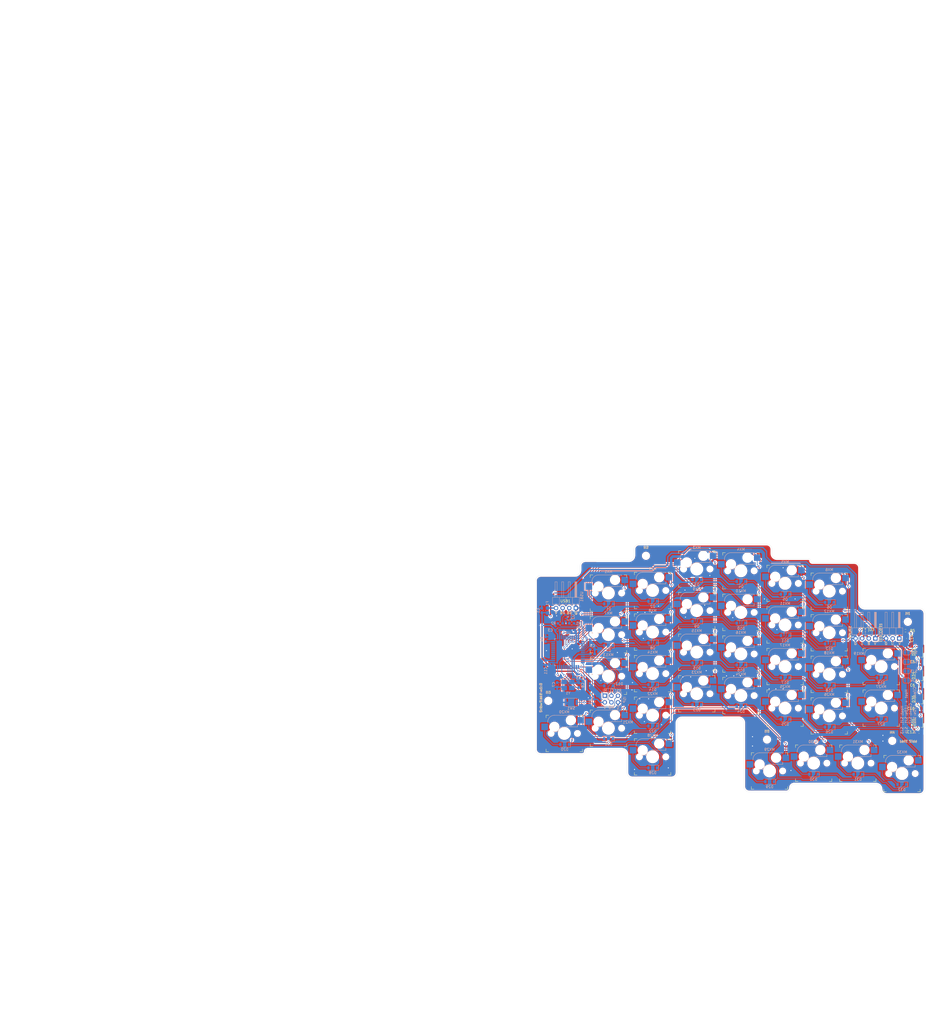
<source format=kicad_pcb>
(kicad_pcb (version 20171130) (host pcbnew "(5.1.9)-1")
  (layers (0 F.Cu signal) (31 B.Cu signal) (34 B.Paste user) (35 F.Paste user) (36 B.SilkS user) (37 F.SilkS user) (38 B.Mask user) (39 F.Mask user) (44 Edge.Cuts user))
  (net 0 "")
  (net 1 GND)
  (net 2 VCC)
  (net 3 "Net-(C7-Pad1)")
  (net 4 "Net-(C8-Pad1)")
  (net 5 "Net-(C9-Pad1)")
  (net 6 "Net-(D1-Pad2)")
  (net 7 row4)
  (net 8 "Net-(D2-Pad2)")
  (net 9 row0)
  (net 10 "Net-(D3-Pad2)")
  (net 11 row1)
  (net 12 "Net-(D4-Pad2)")
  (net 13 "Net-(D5-Pad2)")
  (net 14 row3)
  (net 15 "Net-(D6-Pad2)")
  (net 16 "Net-(D7-Pad2)")
  (net 17 "Net-(D8-Pad2)")
  (net 18 "Net-(D9-Pad2)")
  (net 19 "Net-(D10-Pad2)")
  (net 20 "Net-(D11-Pad2)")
  (net 21 "Net-(D12-Pad2)")
  (net 22 "Net-(D13-Pad2)")
  (net 23 "Net-(D14-Pad2)")
  (net 24 "Net-(D15-Pad2)")
  (net 25 "Net-(D16-Pad2)")
  (net 26 "Net-(D17-Pad2)")
  (net 27 "Net-(D18-Pad2)")
  (net 28 "Net-(D19-Pad2)")
  (net 29 "Net-(D20-Pad2)")
  (net 30 "Net-(D21-Pad2)")
  (net 31 "Net-(D22-Pad2)")
  (net 32 "Net-(D23-Pad2)")
  (net 33 "Net-(D24-Pad2)")
  (net 34 "Net-(D25-Pad2)")
  (net 35 "Net-(D26-Pad2)")
  (net 36 "Net-(D27-Pad2)")
  (net 37 "Net-(D28-Pad2)")
  (net 38 "Net-(D29-Pad2)")
  (net 39 "Net-(D30-Pad2)")
  (net 40 "Net-(D31-Pad2)")
  (net 41 "Net-(D32-Pad2)")
  (net 42 "Net-(D33-Pad1)")
  (net 43 "Net-(D33-Pad3)")
  (net 44 "Net-(D34-Pad1)")
  (net 45 "Net-(D35-Pad1)")
  (net 46 LED_OUT)
  (net 47 "Net-(F1-Pad1)")
  (net 48 D+)
  (net 49 D-)
  (net 50 SPLIT_DATA)
  (net 51 col0)
  (net 52 col1)
  (net 53 col2)
  (net 54 col3)
  (net 55 col4)
  (net 56 col5)
  (net 57 col6)
  (net 58 "Net-(R1-Pad1)")
  (net 59 "Net-(R2-Pad1)")
  (net 60 "Net-(R4-Pad2)")
  (net 61 LED_DATA)
  (net 62 "Net-(U1-Pad32)")
  (net 63 "Net-(U1-Pad31)")
  (net 64 "Net-(U1-Pad30)")
  (net 65 "Net-(U1-Pad29)")
  (net 66 "Net-(U1-Pad28)")
  (net 67 "Net-(U1-Pad27)")
  (net 68 "Net-(U1-Pad26)")
  (net 69 "Net-(U1-Pad25)")
  (net 70 "Net-(U1-Pad18)")
  (net 71 "Net-(U1-Pad42)")
  (net 72 LED_OPT)
  (net 73 "Net-(D36-Pad1)")
  (net 74 "Net-(R5-Pad1)")
  (net 75 SCK)
  (net 76 RESET)
  (net 77 MOSI)
  (net 78 MISO)
  (module Connector_PinHeader_2.54mm:PinHeader_2x03_P2.54mm_Vertical (layer B.Cu) (at 107.95 110.744 270)
    (fp_text reference ISP (at 1.524 -7.62 90) (layer B.SilkS) (effects (justify mirror)))
    (fp_text value AVR-ISP-6)
    (pad 6 thru_hole oval (at 2.54 -5.08 270) (size 1.7 1.7) (drill 1) (layers *.Cu *.Mask) (net 1 GND))
    (pad 5 thru_hole oval (at 0 -5.08 270) (size 1.7 1.7) (drill 1) (layers *.Cu *.Mask) (net 76 RESET))
    (pad 4 thru_hole oval (at 2.54 -2.54 270) (size 1.7 1.7) (drill 1) (layers *.Cu *.Mask) (net 77 MOSI))
    (pad 3 thru_hole oval (at 0 -2.54 270) (size 1.7 1.7) (drill 1) (layers *.Cu *.Mask) (net 75 SCK))
    (pad 2 thru_hole oval (at 2.54 0 270) (size 1.7 1.7) (drill 1) (layers *.Cu *.Mask) (net 2 VCC))
    (pad 1 thru_hole rect (at 0 0 270) (size 1.7 1.7) (drill 1) (layers *.Cu *.Mask) (net 78 MISO))
  )
  (module "" (layer F.Cu) (at 10 -141.3)
    (fp_text reference "" (at 72.8 210.5) (layer F.SilkS) (effects (font (size 1.27 1.27))))
    (fp_text value "" (at 72.8 210.5) (layer F.SilkS) (effects (font (size 1.27 1.27))))
    (fp_text user USB1 (at 82.8 215.6 180) (layer F.SilkS))
  )
  (module "" (layer F.Cu) (at 72.8 210.5)
    (fp_text reference "" (at 53.2 -156.7) (layer F.SilkS) (effects (font (size 1.27 1.27))))
    (fp_text value "" (at 53.2 -156.7) (layer F.SilkS) (effects (font (size 1.27 1.27))))
    (fp_text user H2 (at 51 -156.8) (layer B.SilkS) (effects (justify mirror)))
  )
  (module "" (layer F.Cu) (at 53.2 -156.7)
    (fp_text reference "" (at 174.2 236.9) (layer F.SilkS) (effects (font (size 1.27 1.27))))
    (fp_text value "" (at 174.2 236.9) (layer F.SilkS) (effects (font (size 1.27 1.27))))
    (fp_text user H1 (at 171.2 235.8 -180) (layer B.SilkS) (effects (justify mirror)))
  )
  (module "" (layer F.Cu) (at 174.2 236.9)
    (fp_text reference "" (at 41.4 -109.9) (layer F.SilkS) (effects (font (size 1.27 1.27))))
    (fp_text value "" (at 41.4 -109.9) (layer F.SilkS) (effects (font (size 1.27 1.27))))
    (fp_text user H4 (at 44.4 -112 180) (layer B.SilkS) (effects (justify mirror)))
  )
  (module "" (layer B.Cu) (at 41.4 -109.9 180)
    (fp_text reference "" (at -124.6 -235.9) (layer B.SilkS) (effects (font (size 1.27 1.27)) (justify mirror)))
    (fp_text value "" (at -124.6 -235.9) (layer B.SilkS) (effects (font (size 1.27 1.27)) (justify mirror)))
    (fp_text user H5 (at -129 -234.4) (layer B.SilkS) (effects (justify mirror)))
  )
  (module "" (layer F.Cu) (at -124.6 235.9)
    (fp_text reference "" (at 209 -118.7) (layer F.SilkS) (effects (font (size 1.27 1.27))))
    (fp_text value "" (at 209 -118.7) (layer F.SilkS) (effects (font (size 1.27 1.27))))
    (fp_text user H3 (at 210.8 -126.4 -180) (layer B.SilkS) (effects (justify mirror)))
  )
  (module "" (layer F.Cu) (at 209 -118.7)
    (fp_text reference "" (at 7.2 192.1) (layer F.SilkS) (effects (font (size 1.27 1.27))))
    (fp_text value "" (at 7.2 192.1) (layer F.SilkS) (effects (font (size 1.27 1.27))))
    (fp_text user LED_OPT1 (at 5.2 205.2 -90) (layer F.SilkS))
  )
  (module "" (layer B.Cu) (at 7.2 192.1)
    (fp_text reference "" (at 224.15 -104.9) (layer B.SilkS) (effects (font (size 1.27 1.27)) (justify mirror)))
    (fp_text value "" (at 224.15 -104.9) (layer B.SilkS) (effects (font (size 1.27 1.27)) (justify mirror)))
    (fp_text user SPLIT1 (at 195.2 -105.8 90) (layer F.SilkS))
  )
  (module Jumper:SolderJumper-2_P1.3mm_Open_RoundedPad1.0x1.5mm (layer B.Cu) (at 224.15 104.9)
    (fp_text reference SJ4 (at 2.85 0) (layer B.SilkS) (effects (justify mirror)))
    (fp_text value SolderJumper)
    (pad 2 smd custom (at 0.65 0) (size 1 0.5) (layers B.Cu B.Mask) (net 73 "Net-(D36-Pad1)") (options (clearance outline) (anchor rect)) (primitives (gr_circle (center 0 -0.25) (end 0.5 -0.25) (width 0)) (gr_circle (center 0 0.25) (end 0.5 0.25) (width 0)) (gr_poly (pts (xy 0 0.75) (xy -0.5 0.75) (xy -0.5 -0.75) (xy 0 -0.75)) (width 0))))
    (pad 1 smd custom (at -0.65 0) (size 1 0.5) (layers B.Cu B.Mask) (net 72 LED_OPT) (options (clearance outline) (anchor rect)) (primitives (gr_circle (center 0 -0.25) (end 0.5 -0.25) (width 0)) (gr_circle (center 0 0.25) (end 0.5 0.25) (width 0)) (gr_poly (pts (xy 0 0.75) (xy 0.5 0.75) (xy 0.5 -0.75) (xy 0 -0.75)) (width 0))))
  )
  (module Jumper:SolderJumper-2_P1.3mm_Open_RoundedPad1.0x1.5mm (layer B.Cu) (at 224.15 101.3 180)
    (fp_text reference SJ3 (at -2.85 0) (layer B.SilkS) (effects (justify mirror)))
    (fp_text value SolderJumper)
    (pad 2 smd custom (at 0.65 0 180) (size 1 0.5) (layers B.Cu B.Mask) (net 46 LED_OUT) (options (clearance outline) (anchor rect)) (primitives (gr_circle (center 0 -0.25) (end 0.5 -0.25) (width 0)) (gr_circle (center 0 0.25) (end 0.5 0.25) (width 0)) (gr_poly (pts (xy 0 0.75) (xy -0.5 0.75) (xy -0.5 -0.75) (xy 0 -0.75)) (width 0))))
    (pad 1 smd custom (at -0.65 0 180) (size 1 0.5) (layers B.Cu B.Mask) (net 73 "Net-(D36-Pad1)") (options (clearance outline) (anchor rect)) (primitives (gr_circle (center 0 -0.25) (end 0.5 -0.25) (width 0)) (gr_circle (center 0 0.25) (end 0.5 0.25) (width 0)) (gr_poly (pts (xy 0 0.75) (xy 0.5 0.75) (xy 0.5 -0.75) (xy 0 -0.75)) (width 0))))
  )
  (module Jumper:SolderJumper-2_P1.3mm_Open_RoundedPad1.0x1.5mm (layer B.Cu) (at 224.15 97.7 180)
    (fp_text reference SJ2 (at -2.85 0) (layer B.SilkS) (effects (justify mirror)))
    (fp_text value SolderJumper)
    (pad 2 smd custom (at 0.65 0 180) (size 1 0.5) (layers B.Cu B.Mask) (net 46 LED_OUT) (options (clearance outline) (anchor rect)) (primitives (gr_circle (center 0 -0.25) (end 0.5 -0.25) (width 0)) (gr_circle (center 0 0.25) (end 0.5 0.25) (width 0)) (gr_poly (pts (xy 0 0.75) (xy -0.5 0.75) (xy -0.5 -0.75) (xy 0 -0.75)) (width 0))))
    (pad 1 smd custom (at -0.65 0 180) (size 1 0.5) (layers B.Cu B.Mask) (net 43 "Net-(D33-Pad3)") (options (clearance outline) (anchor rect)) (primitives (gr_circle (center 0 -0.25) (end 0.5 -0.25) (width 0)) (gr_circle (center 0 0.25) (end 0.5 0.25) (width 0)) (gr_poly (pts (xy 0 0.75) (xy 0.5 0.75) (xy 0.5 -0.75) (xy 0 -0.75)) (width 0))))
  )
  (module Jumper:SolderJumper-2_P1.3mm_Open_RoundedPad1.0x1.5mm (layer B.Cu) (at 224.15 94.1)
    (fp_text reference SJ1 (at 2.85 0 180) (layer B.SilkS) (effects (justify mirror)))
    (fp_text value SolderJumper)
    (pad 2 smd custom (at 0.65 0) (size 1 0.5) (layers B.Cu B.Mask) (net 43 "Net-(D33-Pad3)") (options (clearance outline) (anchor rect)) (primitives (gr_circle (center 0 -0.25) (end 0.5 -0.25) (width 0)) (gr_circle (center 0 0.25) (end 0.5 0.25) (width 0)) (gr_poly (pts (xy 0 0.75) (xy -0.5 0.75) (xy -0.5 -0.75) (xy 0 -0.75)) (width 0))))
    (pad 1 smd custom (at -0.65 0) (size 1 0.5) (layers B.Cu B.Mask) (net 74 "Net-(R5-Pad1)") (options (clearance outline) (anchor rect)) (primitives (gr_circle (center 0 -0.25) (end 0.5 -0.25) (width 0)) (gr_circle (center 0 0.25) (end 0.5 0.25) (width 0)) (gr_poly (pts (xy 0 0.75) (xy 0.5 0.75) (xy 0.5 -0.75) (xy 0 -0.75)) (width 0))))
  )
  (module Capacitor_SMD:C_0603_1608Metric_Pad1.08x0.95mm_HandSolder (layer F.Cu) (at 224.6 88.7 270)
    (fp_text reference C14 (at 0 -1.6 270) (layer F.SilkS))
    (fp_text value 10uf)
    (pad 2 smd roundrect (at 0.8625 0 270) (size 1.075 0.95) (layers F.Cu F.Paste F.Mask) (net 1 GND))
    (pad 1 smd roundrect (at -0.8625 0 270) (size 1.075 0.95) (layers F.Cu F.Paste F.Mask) (net 2 VCC))
  )
  (module Button_Switch_SMD:SW_Push_SPST_NO_Alps_SKRK (layer B.Cu) (at 95 113.3)
    (fp_text reference SW1 (at 0 2.25) (layer B.SilkS) (effects (justify mirror)))
    (fp_text value SW_Push)
    (pad 1 smd roundrect (at -2.1 0) (size 0.8 2) (layers B.Cu B.Paste B.Mask) (net 1 GND))
    (pad 2 smd roundrect (at 2.1 0) (size 0.8 2) (layers B.Cu B.Paste B.Mask) (net 76 RESET))
  )
  (module footprints:TPD2E2U06DCKR (layer F.Cu) (at 208.249999 85.3)
    (fp_text reference U3 (at 2.450001 0) (layer F.SilkS))
    (fp_text value " " (at 1.150001 -2) (layer F.SilkS))
    (fp_text user * (at 0 0) (layer F.SilkS))
    (pad 3 smd rect (at 0 -0.9652) (size 0.3556 1.1684) (layers F.Cu F.Paste F.Mask) (net 1 GND))
    (pad 2 smd rect (at 0.649999 0.9652) (size 0.3556 1.1684) (layers F.Cu F.Paste F.Mask) (net 50 SPLIT_DATA))
    (pad 1 smd rect (at -0.649999 0.9652) (size 0.3556 1.1684) (layers F.Cu F.Paste F.Mask) (net 46 LED_OUT))
  )
  (module footprints:TPD2E2U06DCKR (layer B.Cu) (at 94.1 80.4 90)
    (fp_text reference U2 (at 0 1.7 90) (layer B.SilkS) (effects (justify mirror)))
    (fp_text value " " (at 0 0 90) (layer B.SilkS) (effects (justify mirror)))
    (fp_text user * (at 0 0 90) (layer B.SilkS) (effects (justify mirror)))
    (pad 3 smd rect (at 0 0.9652 90) (size 0.3556 1.1684) (layers B.Cu B.Paste B.Mask) (net 1 GND))
    (pad 2 smd rect (at 0.649999 -0.9652 90) (size 0.3556 1.1684) (layers B.Cu B.Paste B.Mask) (net 49 D-))
    (pad 1 smd rect (at -0.649999 -0.9652 90) (size 0.3556 1.1684) (layers B.Cu B.Paste B.Mask) (net 48 D+))
  )
  (module MountingHole:MountingHole_2.2mm_M2 (layer F.Cu) (at 170.4 127.6)
    (fp_text reference H5 (at 0 -3.2) (layer F.SilkS))
    (fp_text value MountingHole)
    (pad 1 np_thru_hole circle (at 0 0) (size 2.2 2.2) (drill 2.2) (layers *.Cu *.Mask))
  )
  (module MountingHole:MountingHole_2.2mm_M2 (layer F.Cu) (at 218.6 128.1)
    (fp_text reference H4 (at 0 -3.2) (layer F.SilkS))
    (fp_text value MountingHole)
    (pad 1 np_thru_hole circle (at 0 0) (size 2.2 2.2) (drill 2.2) (layers *.Cu *.Mask))
  )
  (module MountingHole:MountingHole_2.2mm_M2 (layer F.Cu) (at 86.2 112.7)
    (fp_text reference H3 (at 0 -3.2) (layer F.SilkS))
    (fp_text value MountingHole)
    (pad 1 np_thru_hole circle (at 0 0) (size 2.2 2.2) (drill 2.2) (layers *.Cu *.Mask))
  )
  (module MountingHole:MountingHole_2.2mm_M2 (layer F.Cu) (at 123.8 56.9)
    (fp_text reference H2 (at 0 -3.2) (layer F.SilkS))
    (fp_text value MountingHole)
    (pad 1 np_thru_hole circle (at 0 0) (size 2.2 2.2) (drill 2.2) (layers *.Cu *.Mask))
  )
  (module MountingHole:MountingHole_2.2mm_M2 (layer F.Cu) (at 224.6 82.3)
    (fp_text reference H1 (at 0 -3.2) (layer F.SilkS))
    (fp_text value MountingHole)
    (pad 1 np_thru_hole circle (at 0 0) (size 2.2 2.2) (drill 2.2) (layers *.Cu *.Mask))
  )
  (module Crystal:Crystal_SMD_3225-4Pin_3.2x2.5mm_HandSoldering (layer B.Cu) (at 93.78 106.62)
    (fp_text reference Y1 (at 0.02 3.08 180) (layer B.SilkS) (effects (justify mirror)))
    (fp_text value 16MHz)
    (pad 4 smd rect (at -1.45 1.15) (size 2.1 1.8) (layers B.Cu B.Paste B.Mask) (net 1 GND))
    (pad 3 smd rect (at 1.45 1.15) (size 2.1 1.8) (layers B.Cu B.Paste B.Mask) (net 4 "Net-(C8-Pad1)"))
    (pad 2 smd rect (at 1.45 -1.15) (size 2.1 1.8) (layers B.Cu B.Paste B.Mask) (net 1 GND))
    (pad 1 smd rect (at -1.45 -1.15) (size 2.1 1.8) (layers B.Cu B.Paste B.Mask) (net 3 "Net-(C7-Pad1)"))
  )
  (module Package_QFP:TQFP-44_10x10mm_P0.8mm (layer B.Cu) (at 93.78 93.99 180)
    (fp_text reference U1 (at 0 7.45 180) (layer B.SilkS) (effects (justify mirror)))
    (fp_text value ATmega32U4RC-AU)
    (pad 44 smd rect (at -4 5.7 90) (size 1.5 0.55) (layers B.Cu B.Paste B.Mask) (net 2 VCC))
    (pad 43 smd rect (at -3.2 5.7 90) (size 1.5 0.55) (layers B.Cu B.Paste B.Mask) (net 1 GND))
    (pad 42 smd rect (at -2.4 5.7 90) (size 1.5 0.55) (layers B.Cu B.Paste B.Mask) (net 71 "Net-(U1-Pad42)"))
    (pad 41 smd rect (at -1.6 5.7 90) (size 1.5 0.55) (layers B.Cu B.Paste B.Mask) (net 53 col2))
    (pad 40 smd rect (at -0.8 5.7 90) (size 1.5 0.55) (layers B.Cu B.Paste B.Mask) (net 54 col3))
    (pad 39 smd rect (at 0 5.7 90) (size 1.5 0.55) (layers B.Cu B.Paste B.Mask) (net 55 col4))
    (pad 38 smd rect (at 0.8 5.7 90) (size 1.5 0.55) (layers B.Cu B.Paste B.Mask) (net 56 col5))
    (pad 37 smd rect (at 1.6 5.7 90) (size 1.5 0.55) (layers B.Cu B.Paste B.Mask) (net 57 col6))
    (pad 36 smd rect (at 2.4 5.7 90) (size 1.5 0.55) (layers B.Cu B.Paste B.Mask) (net 9 row0))
    (pad 35 smd rect (at 3.2 5.7 90) (size 1.5 0.55) (layers B.Cu B.Paste B.Mask) (net 1 GND))
    (pad 34 smd rect (at 4 5.7 90) (size 1.5 0.55) (layers B.Cu B.Paste B.Mask) (net 2 VCC))
    (pad 33 smd rect (at 5.7 4 180) (size 1.5 0.55) (layers B.Cu B.Paste B.Mask) (net 60 "Net-(R4-Pad2)"))
    (pad 32 smd rect (at 5.7 3.2 180) (size 1.5 0.55) (layers B.Cu B.Paste B.Mask) (net 62 "Net-(U1-Pad32)"))
    (pad 31 smd rect (at 5.7 2.4 180) (size 1.5 0.55) (layers B.Cu B.Paste B.Mask) (net 63 "Net-(U1-Pad31)"))
    (pad 30 smd rect (at 5.7 1.6 180) (size 1.5 0.55) (layers B.Cu B.Paste B.Mask) (net 64 "Net-(U1-Pad30)"))
    (pad 29 smd rect (at 5.7 0.8 180) (size 1.5 0.55) (layers B.Cu B.Paste B.Mask) (net 65 "Net-(U1-Pad29)"))
    (pad 28 smd rect (at 5.7 0 180) (size 1.5 0.55) (layers B.Cu B.Paste B.Mask) (net 66 "Net-(U1-Pad28)"))
    (pad 27 smd rect (at 5.7 -0.8 180) (size 1.5 0.55) (layers B.Cu B.Paste B.Mask) (net 67 "Net-(U1-Pad27)"))
    (pad 26 smd rect (at 5.7 -1.6 180) (size 1.5 0.55) (layers B.Cu B.Paste B.Mask) (net 68 "Net-(U1-Pad26)"))
    (pad 25 smd rect (at 5.7 -2.4 180) (size 1.5 0.55) (layers B.Cu B.Paste B.Mask) (net 69 "Net-(U1-Pad25)"))
    (pad 24 smd rect (at 5.7 -3.2 180) (size 1.5 0.55) (layers B.Cu B.Paste B.Mask) (net 2 VCC))
    (pad 23 smd rect (at 5.7 -4 180) (size 1.5 0.55) (layers B.Cu B.Paste B.Mask) (net 1 GND))
    (pad 22 smd rect (at 4 -5.7 90) (size 1.5 0.55) (layers B.Cu B.Paste B.Mask) (net 7 row4))
    (pad 21 smd rect (at 3.2 -5.7 90) (size 1.5 0.55) (layers B.Cu B.Paste B.Mask) (net 61 LED_DATA))
    (pad 20 smd rect (at 2.4 -5.7 90) (size 1.5 0.55) (layers B.Cu B.Paste B.Mask) (net 14 row3))
    (pad 19 smd rect (at 1.6 -5.7 90) (size 1.5 0.55) (layers B.Cu B.Paste B.Mask) (net 50 SPLIT_DATA))
    (pad 18 smd rect (at 0.8 -5.7 90) (size 1.5 0.55) (layers B.Cu B.Paste B.Mask) (net 70 "Net-(U1-Pad18)"))
    (pad 17 smd rect (at 0 -5.7 90) (size 1.5 0.55) (layers B.Cu B.Paste B.Mask) (net 3 "Net-(C7-Pad1)"))
    (pad 16 smd rect (at -0.8 -5.7 90) (size 1.5 0.55) (layers B.Cu B.Paste B.Mask) (net 4 "Net-(C8-Pad1)"))
    (pad 15 smd rect (at -1.6 -5.7 90) (size 1.5 0.55) (layers B.Cu B.Paste B.Mask) (net 1 GND))
    (pad 14 smd rect (at -2.4 -5.7 90) (size 1.5 0.55) (layers B.Cu B.Paste B.Mask) (net 2 VCC))
    (pad 13 smd rect (at -3.2 -5.7 90) (size 1.5 0.55) (layers B.Cu B.Paste B.Mask) (net 76 RESET))
    (pad 12 smd rect (at -4 -5.7 90) (size 1.5 0.55) (layers B.Cu B.Paste B.Mask) (net 51 col0))
    (pad 11 smd rect (at -5.7 -4 180) (size 1.5 0.55) (layers B.Cu B.Paste B.Mask) (net 78 MISO))
    (pad 10 smd rect (at -5.7 -3.2 180) (size 1.5 0.55) (layers B.Cu B.Paste B.Mask) (net 77 MOSI))
    (pad 9 smd rect (at -5.7 -2.4 180) (size 1.5 0.55) (layers B.Cu B.Paste B.Mask) (net 75 SCK))
    (pad 8 smd rect (at -5.7 -1.6 180) (size 1.5 0.55) (layers B.Cu B.Paste B.Mask) (net 11 row1))
    (pad 7 smd rect (at -5.7 -0.8 180) (size 1.5 0.55) (layers B.Cu B.Paste B.Mask) (net 2 VCC))
    (pad 6 smd rect (at -5.7 0 180) (size 1.5 0.55) (layers B.Cu B.Paste B.Mask) (net 5 "Net-(C9-Pad1)"))
    (pad 5 smd rect (at -5.7 0.8 180) (size 1.5 0.55) (layers B.Cu B.Paste B.Mask) (net 1 GND))
    (pad 4 smd rect (at -5.7 1.6 180) (size 1.5 0.55) (layers B.Cu B.Paste B.Mask) (net 58 "Net-(R1-Pad1)"))
    (pad 3 smd rect (at -5.7 2.4 180) (size 1.5 0.55) (layers B.Cu B.Paste B.Mask) (net 59 "Net-(R2-Pad1)"))
    (pad 2 smd rect (at -5.7 3.2 180) (size 1.5 0.55) (layers B.Cu B.Paste B.Mask) (net 2 VCC))
    (pad 1 smd rect (at -5.7 4 180) (size 1.5 0.55) (layers B.Cu B.Paste B.Mask) (net 52 col1))
  )
  (module Resistor_SMD:R_0603_1608Metric_Pad0.98x0.95mm_HandSolder (layer F.Cu) (at 223.7 85.7 180)
    (fp_text reference R5 (at -2.7 0) (layer F.SilkS))
    (fp_text value 470)
    (pad 2 smd roundrect (at 0.9125 0 180) (size 0.975 0.95) (layers F.Cu F.Paste F.Mask) (net 61 LED_DATA))
    (pad 1 smd roundrect (at -0.9125 0 180) (size 0.975 0.95) (layers F.Cu F.Paste F.Mask) (net 74 "Net-(R5-Pad1)"))
  )
  (module Resistor_SMD:R_0603_1608Metric_Pad0.98x0.95mm_HandSolder (layer B.Cu) (at 85.2 88.9875 270)
    (fp_text reference R4 (at 0 1.43 90) (layer B.SilkS) (effects (justify mirror)))
    (fp_text value 10k)
    (pad 2 smd roundrect (at 0.9125 0 270) (size 0.975 0.95) (layers B.Cu B.Paste B.Mask) (net 60 "Net-(R4-Pad2)"))
    (pad 1 smd roundrect (at -0.9125 0 270) (size 0.975 0.95) (layers B.Cu B.Paste B.Mask) (net 1 GND))
  )
  (module Resistor_SMD:R_0603_1608Metric_Pad0.98x0.95mm_HandSolder (layer B.Cu) (at 103.8 113.0125 90)
    (fp_text reference R3 (at 0 -1.438 90) (layer B.SilkS) (effects (justify mirror)))
    (fp_text value 10k)
    (pad 2 smd roundrect (at 0.9125 0 90) (size 0.975 0.95) (layers B.Cu B.Paste B.Mask) (net 2 VCC))
    (pad 1 smd roundrect (at -0.9125 0 90) (size 0.975 0.95) (layers B.Cu B.Paste B.Mask) (net 76 RESET))
  )
  (module Resistor_SMD:R_0603_1608Metric_Pad0.98x0.95mm_HandSolder (layer B.Cu) (at 90.8 82.9)
    (fp_text reference R2 (at -2.6 -0.0125) (layer B.SilkS) (effects (justify mirror)))
    (fp_text value 22)
    (pad 2 smd roundrect (at 0.9125 0) (size 0.975 0.95) (layers B.Cu B.Paste B.Mask) (net 49 D-))
    (pad 1 smd roundrect (at -0.9125 0) (size 0.975 0.95) (layers B.Cu B.Paste B.Mask) (net 59 "Net-(R2-Pad1)"))
  )
  (module Resistor_SMD:R_0603_1608Metric_Pad0.98x0.95mm_HandSolder (layer B.Cu) (at 95.2 82.9 180)
    (fp_text reference R1 (at -2.6 0 180) (layer B.SilkS) (effects (justify mirror)))
    (fp_text value 22)
    (pad 2 smd roundrect (at 0.9125 0 180) (size 0.975 0.95) (layers B.Cu B.Paste B.Mask) (net 48 D+))
    (pad 1 smd roundrect (at -0.9125 0 180) (size 0.975 0.95) (layers B.Cu B.Paste B.Mask) (net 58 "Net-(R1-Pad1)"))
  )
  (module keyswitches:Kailh_socket_MX (layer F.Cu) (at 222.35 140.69)
    (fp_text reference MX32 (at 0 -8.255) (layer B.SilkS) (effects (justify mirror)))
    (fp_text value MX-NoLED)
    (pad 2 smd rect (at -7.56 -2.54) (size 2.55 2.5) (layers B.Cu B.Paste B.Mask) (net 41 "Net-(D32-Pad2)"))
    (pad "" np_thru_hole circle (at -5.08 0) (size 1.7018 1.7018) (drill 1.7018) (layers *.Cu *.Mask))
    (pad "" np_thru_hole circle (at 5.08 0) (size 1.7018 1.7018) (drill 1.7018) (layers *.Cu *.Mask))
    (pad "" np_thru_hole circle (at 0 0) (size 3.9878 3.9878) (drill 3.9878) (layers *.Cu *.Mask))
    (pad "" np_thru_hole circle (at -3.81 -2.54) (size 3 3) (drill 3) (layers *.Cu *.Mask))
    (pad "" np_thru_hole circle (at 2.54 -5.08) (size 3 3) (drill 3) (layers *.Cu *.Mask))
    (pad 1 smd rect (at 6.29 -5.08) (size 2.55 2.5) (layers B.Cu B.Paste B.Mask) (net 57 col6))
  )
  (module keyswitches:Kailh_socket_MX (layer F.Cu) (at 205.35 136.69)
    (fp_text reference MX31 (at 0 -8.255) (layer B.SilkS) (effects (justify mirror)))
    (fp_text value MX-NoLED)
    (pad 2 smd rect (at -7.56 -2.54) (size 2.55 2.5) (layers B.Cu B.Paste B.Mask) (net 40 "Net-(D31-Pad2)"))
    (pad "" np_thru_hole circle (at -5.08 0) (size 1.7018 1.7018) (drill 1.7018) (layers *.Cu *.Mask))
    (pad "" np_thru_hole circle (at 5.08 0) (size 1.7018 1.7018) (drill 1.7018) (layers *.Cu *.Mask))
    (pad "" np_thru_hole circle (at 0 0) (size 3.9878 3.9878) (drill 3.9878) (layers *.Cu *.Mask))
    (pad "" np_thru_hole circle (at -3.81 -2.54) (size 3 3) (drill 3) (layers *.Cu *.Mask))
    (pad "" np_thru_hole circle (at 2.54 -5.08) (size 3 3) (drill 3) (layers *.Cu *.Mask))
    (pad 1 smd rect (at 6.29 -5.08) (size 2.55 2.5) (layers B.Cu B.Paste B.Mask) (net 56 col5))
  )
  (module keyswitches:Kailh_socket_MX (layer F.Cu) (at 188.35 136.69)
    (fp_text reference MX30 (at 0 -8.255) (layer B.SilkS) (effects (justify mirror)))
    (fp_text value MX-NoLED)
    (pad 2 smd rect (at -7.56 -2.54) (size 2.55 2.5) (layers B.Cu B.Paste B.Mask) (net 39 "Net-(D30-Pad2)"))
    (pad "" np_thru_hole circle (at -5.08 0) (size 1.7018 1.7018) (drill 1.7018) (layers *.Cu *.Mask))
    (pad "" np_thru_hole circle (at 5.08 0) (size 1.7018 1.7018) (drill 1.7018) (layers *.Cu *.Mask))
    (pad "" np_thru_hole circle (at 0 0) (size 3.9878 3.9878) (drill 3.9878) (layers *.Cu *.Mask))
    (pad "" np_thru_hole circle (at -3.81 -2.54) (size 3 3) (drill 3) (layers *.Cu *.Mask))
    (pad "" np_thru_hole circle (at 2.54 -5.08) (size 3 3) (drill 3) (layers *.Cu *.Mask))
    (pad 1 smd rect (at 6.29 -5.08) (size 2.55 2.5) (layers B.Cu B.Paste B.Mask) (net 55 col4))
  )
  (module keyswitches:Kailh_socket_MX (layer F.Cu) (at 171.35 139.69)
    (fp_text reference MX29 (at 0 -8.255) (layer B.SilkS) (effects (justify mirror)))
    (fp_text value MX-NoLED)
    (pad 2 smd rect (at -7.56 -2.54) (size 2.55 2.5) (layers B.Cu B.Paste B.Mask) (net 38 "Net-(D29-Pad2)"))
    (pad "" np_thru_hole circle (at -5.08 0) (size 1.7018 1.7018) (drill 1.7018) (layers *.Cu *.Mask))
    (pad "" np_thru_hole circle (at 5.08 0) (size 1.7018 1.7018) (drill 1.7018) (layers *.Cu *.Mask))
    (pad "" np_thru_hole circle (at 0 0) (size 3.9878 3.9878) (drill 3.9878) (layers *.Cu *.Mask))
    (pad "" np_thru_hole circle (at -3.81 -2.54) (size 3 3) (drill 3) (layers *.Cu *.Mask))
    (pad "" np_thru_hole circle (at 2.54 -5.08) (size 3 3) (drill 3) (layers *.Cu *.Mask))
    (pad 1 smd rect (at 6.29 -5.08) (size 2.55 2.5) (layers B.Cu B.Paste B.Mask) (net 54 col3))
  )
  (module keyswitches:Kailh_socket_MX (layer F.Cu) (at 126.35 134.25)
    (fp_text reference MX28 (at 0 -8.255) (layer B.SilkS) (effects (justify mirror)))
    (fp_text value MX-NoLED)
    (pad 2 smd rect (at -7.56 -2.54) (size 2.55 2.5) (layers B.Cu B.Paste B.Mask) (net 37 "Net-(D28-Pad2)"))
    (pad "" np_thru_hole circle (at -5.08 0) (size 1.7018 1.7018) (drill 1.7018) (layers *.Cu *.Mask))
    (pad "" np_thru_hole circle (at 5.08 0) (size 1.7018 1.7018) (drill 1.7018) (layers *.Cu *.Mask))
    (pad "" np_thru_hole circle (at 0 0) (size 3.9878 3.9878) (drill 3.9878) (layers *.Cu *.Mask))
    (pad "" np_thru_hole circle (at -3.81 -2.54) (size 3 3) (drill 3) (layers *.Cu *.Mask))
    (pad "" np_thru_hole circle (at 2.54 -5.08) (size 3 3) (drill 3) (layers *.Cu *.Mask))
    (pad 1 smd rect (at 6.29 -5.08) (size 2.55 2.5) (layers B.Cu B.Paste B.Mask) (net 52 col1))
  )
  (module keyswitches:Kailh_socket_MX (layer F.Cu) (at 214.35 115.52)
    (fp_text reference MX27 (at 0 -8.255) (layer B.SilkS) (effects (justify mirror)))
    (fp_text value MX-NoLED)
    (pad 2 smd rect (at -7.56 -2.54) (size 2.55 2.5) (layers B.Cu B.Paste B.Mask) (net 36 "Net-(D27-Pad2)"))
    (pad "" np_thru_hole circle (at -5.08 0) (size 1.7018 1.7018) (drill 1.7018) (layers *.Cu *.Mask))
    (pad "" np_thru_hole circle (at 5.08 0) (size 1.7018 1.7018) (drill 1.7018) (layers *.Cu *.Mask))
    (pad "" np_thru_hole circle (at 0 0) (size 3.9878 3.9878) (drill 3.9878) (layers *.Cu *.Mask))
    (pad "" np_thru_hole circle (at -3.81 -2.54) (size 3 3) (drill 3) (layers *.Cu *.Mask))
    (pad "" np_thru_hole circle (at 2.54 -5.08) (size 3 3) (drill 3) (layers *.Cu *.Mask))
    (pad 1 smd rect (at 6.29 -5.08) (size 2.55 2.5) (layers B.Cu B.Paste B.Mask) (net 57 col6))
  )
  (module keyswitches:Kailh_socket_MX (layer F.Cu) (at 194.35 118.52)
    (fp_text reference MX26 (at 0 -8.255) (layer B.SilkS) (effects (justify mirror)))
    (fp_text value MX-NoLED)
    (pad 2 smd rect (at -7.56 -2.54) (size 2.55 2.5) (layers B.Cu B.Paste B.Mask) (net 35 "Net-(D26-Pad2)"))
    (pad "" np_thru_hole circle (at -5.08 0) (size 1.7018 1.7018) (drill 1.7018) (layers *.Cu *.Mask))
    (pad "" np_thru_hole circle (at 5.08 0) (size 1.7018 1.7018) (drill 1.7018) (layers *.Cu *.Mask))
    (pad "" np_thru_hole circle (at 0 0) (size 3.9878 3.9878) (drill 3.9878) (layers *.Cu *.Mask))
    (pad "" np_thru_hole circle (at -3.81 -2.54) (size 3 3) (drill 3) (layers *.Cu *.Mask))
    (pad "" np_thru_hole circle (at 2.54 -5.08) (size 3 3) (drill 3) (layers *.Cu *.Mask))
    (pad 1 smd rect (at 6.29 -5.08) (size 2.55 2.5) (layers B.Cu B.Paste B.Mask) (net 56 col5))
  )
  (module keyswitches:Kailh_socket_MX (layer F.Cu) (at 177.35 115.52)
    (fp_text reference MX25 (at 0 -8.255) (layer B.SilkS) (effects (justify mirror)))
    (fp_text value MX-NoLED)
    (pad 2 smd rect (at -7.56 -2.54) (size 2.55 2.5) (layers B.Cu B.Paste B.Mask) (net 34 "Net-(D25-Pad2)"))
    (pad "" np_thru_hole circle (at -5.08 0) (size 1.7018 1.7018) (drill 1.7018) (layers *.Cu *.Mask))
    (pad "" np_thru_hole circle (at 5.08 0) (size 1.7018 1.7018) (drill 1.7018) (layers *.Cu *.Mask))
    (pad "" np_thru_hole circle (at 0 0) (size 3.9878 3.9878) (drill 3.9878) (layers *.Cu *.Mask))
    (pad "" np_thru_hole circle (at -3.81 -2.54) (size 3 3) (drill 3) (layers *.Cu *.Mask))
    (pad "" np_thru_hole circle (at 2.54 -5.08) (size 3 3) (drill 3) (layers *.Cu *.Mask))
    (pad 1 smd rect (at 6.29 -5.08) (size 2.55 2.5) (layers B.Cu B.Paste B.Mask) (net 55 col4))
  )
  (module keyswitches:Kailh_socket_MX (layer F.Cu) (at 160.35 110.69)
    (fp_text reference MX24 (at 0 -8.255) (layer B.SilkS) (effects (justify mirror)))
    (fp_text value MX-NoLED)
    (pad 2 smd rect (at -7.56 -2.54) (size 2.55 2.5) (layers B.Cu B.Paste B.Mask) (net 33 "Net-(D24-Pad2)"))
    (pad "" np_thru_hole circle (at -5.08 0) (size 1.7018 1.7018) (drill 1.7018) (layers *.Cu *.Mask))
    (pad "" np_thru_hole circle (at 5.08 0) (size 1.7018 1.7018) (drill 1.7018) (layers *.Cu *.Mask))
    (pad "" np_thru_hole circle (at 0 0) (size 3.9878 3.9878) (drill 3.9878) (layers *.Cu *.Mask))
    (pad "" np_thru_hole circle (at -3.81 -2.54) (size 3 3) (drill 3) (layers *.Cu *.Mask))
    (pad "" np_thru_hole circle (at 2.54 -5.08) (size 3 3) (drill 3) (layers *.Cu *.Mask))
    (pad 1 smd rect (at 6.29 -5.08) (size 2.55 2.5) (layers B.Cu B.Paste B.Mask) (net 54 col3))
  )
  (module keyswitches:Kailh_socket_MX (layer F.Cu) (at 143.35 109.99)
    (fp_text reference MX23 (at 0 -8.255) (layer B.SilkS) (effects (justify mirror)))
    (fp_text value MX-NoLED)
    (pad 2 smd rect (at -7.56 -2.54) (size 2.55 2.5) (layers B.Cu B.Paste B.Mask) (net 32 "Net-(D23-Pad2)"))
    (pad "" np_thru_hole circle (at -5.08 0) (size 1.7018 1.7018) (drill 1.7018) (layers *.Cu *.Mask))
    (pad "" np_thru_hole circle (at 5.08 0) (size 1.7018 1.7018) (drill 1.7018) (layers *.Cu *.Mask))
    (pad "" np_thru_hole circle (at 0 0) (size 3.9878 3.9878) (drill 3.9878) (layers *.Cu *.Mask))
    (pad "" np_thru_hole circle (at -3.81 -2.54) (size 3 3) (drill 3) (layers *.Cu *.Mask))
    (pad "" np_thru_hole circle (at 2.54 -5.08) (size 3 3) (drill 3) (layers *.Cu *.Mask))
    (pad 1 smd rect (at 6.29 -5.08) (size 2.55 2.5) (layers B.Cu B.Paste B.Mask) (net 53 col2))
  )
  (module keyswitches:Kailh_socket_MX (layer F.Cu) (at 126.35 118.25)
    (fp_text reference MX22 (at 0 -8.255) (layer B.SilkS) (effects (justify mirror)))
    (fp_text value MX-NoLED)
    (pad 2 smd rect (at -7.56 -2.54) (size 2.55 2.5) (layers B.Cu B.Paste B.Mask) (net 31 "Net-(D22-Pad2)"))
    (pad "" np_thru_hole circle (at -5.08 0) (size 1.7018 1.7018) (drill 1.7018) (layers *.Cu *.Mask))
    (pad "" np_thru_hole circle (at 5.08 0) (size 1.7018 1.7018) (drill 1.7018) (layers *.Cu *.Mask))
    (pad "" np_thru_hole circle (at 0 0) (size 3.9878 3.9878) (drill 3.9878) (layers *.Cu *.Mask))
    (pad "" np_thru_hole circle (at -3.81 -2.54) (size 3 3) (drill 3) (layers *.Cu *.Mask))
    (pad "" np_thru_hole circle (at 2.54 -5.08) (size 3 3) (drill 3) (layers *.Cu *.Mask))
    (pad 1 smd rect (at 6.29 -5.08) (size 2.55 2.5) (layers B.Cu B.Paste B.Mask) (net 52 col1))
  )
  (module keyswitches:Kailh_socket_MX (layer F.Cu) (at 109.35 123.25)
    (fp_text reference MX21 (at 7.49 -2.346) (layer B.SilkS) (effects (justify mirror)))
    (fp_text value MX-NoLED)
    (pad 2 smd rect (at -7.56 -2.54) (size 2.55 2.5) (layers B.Cu B.Paste B.Mask) (net 30 "Net-(D21-Pad2)"))
    (pad "" np_thru_hole circle (at -5.08 0) (size 1.7018 1.7018) (drill 1.7018) (layers *.Cu *.Mask))
    (pad "" np_thru_hole circle (at 5.08 0) (size 1.7018 1.7018) (drill 1.7018) (layers *.Cu *.Mask))
    (pad "" np_thru_hole circle (at 0 0) (size 3.9878 3.9878) (drill 3.9878) (layers *.Cu *.Mask))
    (pad "" np_thru_hole circle (at -3.81 -2.54) (size 3 3) (drill 3) (layers *.Cu *.Mask))
    (pad "" np_thru_hole circle (at 2.54 -5.08) (size 3 3) (drill 3) (layers *.Cu *.Mask))
    (pad 1 smd rect (at 6.29 -5.08) (size 2.55 2.5) (layers B.Cu B.Paste B.Mask) (net 51 col0))
  )
  (module keyswitches:Kailh_socket_MX (layer F.Cu) (at 92.35 125.25)
    (fp_text reference MX20 (at 0 -8.255) (layer B.SilkS) (effects (justify mirror)))
    (fp_text value MX-NoLED)
    (pad 2 smd rect (at -7.56 -2.54) (size 2.55 2.5) (layers B.Cu B.Paste B.Mask) (net 29 "Net-(D20-Pad2)"))
    (pad "" np_thru_hole circle (at -5.08 0) (size 1.7018 1.7018) (drill 1.7018) (layers *.Cu *.Mask))
    (pad "" np_thru_hole circle (at 5.08 0) (size 1.7018 1.7018) (drill 1.7018) (layers *.Cu *.Mask))
    (pad "" np_thru_hole circle (at 0 0) (size 3.9878 3.9878) (drill 3.9878) (layers *.Cu *.Mask))
    (pad "" np_thru_hole circle (at -3.81 -2.54) (size 3 3) (drill 3) (layers *.Cu *.Mask))
    (pad "" np_thru_hole circle (at 2.54 -5.08) (size 3 3) (drill 3) (layers *.Cu *.Mask))
    (pad 1 smd rect (at 6.29 -5.08) (size 2.55 2.5) (layers B.Cu B.Paste B.Mask) (net 51 col0))
  )
  (module keyswitches:Kailh_socket_MX (layer F.Cu) (at 214.35 99.52)
    (fp_text reference MX19 (at -8.55 -5.02) (layer B.SilkS) (effects (justify mirror)))
    (fp_text value MX-NoLED)
    (pad 2 smd rect (at -7.56 -2.54) (size 2.55 2.5) (layers B.Cu B.Paste B.Mask) (net 28 "Net-(D19-Pad2)"))
    (pad "" np_thru_hole circle (at -5.08 0) (size 1.7018 1.7018) (drill 1.7018) (layers *.Cu *.Mask))
    (pad "" np_thru_hole circle (at 5.08 0) (size 1.7018 1.7018) (drill 1.7018) (layers *.Cu *.Mask))
    (pad "" np_thru_hole circle (at 0 0) (size 3.9878 3.9878) (drill 3.9878) (layers *.Cu *.Mask))
    (pad "" np_thru_hole circle (at -3.81 -2.54) (size 3 3) (drill 3) (layers *.Cu *.Mask))
    (pad "" np_thru_hole circle (at 2.54 -5.08) (size 3 3) (drill 3) (layers *.Cu *.Mask))
    (pad 1 smd rect (at 6.29 -5.08) (size 2.55 2.5) (layers B.Cu B.Paste B.Mask) (net 57 col6))
  )
  (module keyswitches:Kailh_socket_MX (layer F.Cu) (at 194.35 102.52)
    (fp_text reference MX18 (at 0 -8.255) (layer B.SilkS) (effects (justify mirror)))
    (fp_text value MX-NoLED)
    (pad 2 smd rect (at -7.56 -2.54) (size 2.55 2.5) (layers B.Cu B.Paste B.Mask) (net 27 "Net-(D18-Pad2)"))
    (pad "" np_thru_hole circle (at -5.08 0) (size 1.7018 1.7018) (drill 1.7018) (layers *.Cu *.Mask))
    (pad "" np_thru_hole circle (at 5.08 0) (size 1.7018 1.7018) (drill 1.7018) (layers *.Cu *.Mask))
    (pad "" np_thru_hole circle (at 0 0) (size 3.9878 3.9878) (drill 3.9878) (layers *.Cu *.Mask))
    (pad "" np_thru_hole circle (at -3.81 -2.54) (size 3 3) (drill 3) (layers *.Cu *.Mask))
    (pad "" np_thru_hole circle (at 2.54 -5.08) (size 3 3) (drill 3) (layers *.Cu *.Mask))
    (pad 1 smd rect (at 6.29 -5.08) (size 2.55 2.5) (layers B.Cu B.Paste B.Mask) (net 56 col5))
  )
  (module keyswitches:Kailh_socket_MX (layer F.Cu) (at 177.35 99.52)
    (fp_text reference MX17 (at 0 -8.255) (layer B.SilkS) (effects (justify mirror)))
    (fp_text value MX-NoLED)
    (pad 1 smd rect (at 6.29 -5.08) (size 2.55 2.5) (layers B.Cu B.Paste B.Mask) (net 55 col4))
    (pad "" np_thru_hole circle (at 2.54 -5.08) (size 3 3) (drill 3) (layers *.Cu *.Mask))
    (pad "" np_thru_hole circle (at -3.81 -2.54) (size 3 3) (drill 3) (layers *.Cu *.Mask))
    (pad "" np_thru_hole circle (at 0 0) (size 3.9878 3.9878) (drill 3.9878) (layers *.Cu *.Mask))
    (pad "" np_thru_hole circle (at 5.08 0) (size 1.7018 1.7018) (drill 1.7018) (layers *.Cu *.Mask))
    (pad "" np_thru_hole circle (at -5.08 0) (size 1.7018 1.7018) (drill 1.7018) (layers *.Cu *.Mask))
    (pad 2 smd rect (at -7.56 -2.54) (size 2.55 2.5) (layers B.Cu B.Paste B.Mask) (net 26 "Net-(D17-Pad2)"))
  )
  (module keyswitches:Kailh_socket_MX (layer F.Cu) (at 160.35 94.69)
    (fp_text reference MX16 (at 0 -8.255) (layer B.SilkS) (effects (justify mirror)))
    (fp_text value MX-NoLED)
    (pad 2 smd rect (at -7.56 -2.54) (size 2.55 2.5) (layers B.Cu B.Paste B.Mask) (net 25 "Net-(D16-Pad2)"))
    (pad "" np_thru_hole circle (at -5.08 0) (size 1.7018 1.7018) (drill 1.7018) (layers *.Cu *.Mask))
    (pad "" np_thru_hole circle (at 5.08 0) (size 1.7018 1.7018) (drill 1.7018) (layers *.Cu *.Mask))
    (pad "" np_thru_hole circle (at 0 0) (size 3.9878 3.9878) (drill 3.9878) (layers *.Cu *.Mask))
    (pad "" np_thru_hole circle (at -3.81 -2.54) (size 3 3) (drill 3) (layers *.Cu *.Mask))
    (pad "" np_thru_hole circle (at 2.54 -5.08) (size 3 3) (drill 3) (layers *.Cu *.Mask))
    (pad 1 smd rect (at 6.29 -5.08) (size 2.55 2.5) (layers B.Cu B.Paste B.Mask) (net 54 col3))
  )
  (module keyswitches:Kailh_socket_MX (layer F.Cu) (at 143.35 93.99)
    (fp_text reference MX15 (at 0 -8.255) (layer B.SilkS) (effects (justify mirror)))
    (fp_text value MX-NoLED)
    (pad 2 smd rect (at -7.56 -2.54) (size 2.55 2.5) (layers B.Cu B.Paste B.Mask) (net 24 "Net-(D15-Pad2)"))
    (pad "" np_thru_hole circle (at -5.08 0) (size 1.7018 1.7018) (drill 1.7018) (layers *.Cu *.Mask))
    (pad "" np_thru_hole circle (at 5.08 0) (size 1.7018 1.7018) (drill 1.7018) (layers *.Cu *.Mask))
    (pad "" np_thru_hole circle (at 0 0) (size 3.9878 3.9878) (drill 3.9878) (layers *.Cu *.Mask))
    (pad "" np_thru_hole circle (at -3.81 -2.54) (size 3 3) (drill 3) (layers *.Cu *.Mask))
    (pad "" np_thru_hole circle (at 2.54 -5.08) (size 3 3) (drill 3) (layers *.Cu *.Mask))
    (pad 1 smd rect (at 6.29 -5.08) (size 2.55 2.5) (layers B.Cu B.Paste B.Mask) (net 53 col2))
  )
  (module keyswitches:Kailh_socket_MX (layer F.Cu) (at 126.35 102.25)
    (fp_text reference MX14 (at 0 -8.255) (layer B.SilkS) (effects (justify mirror)))
    (fp_text value MX-NoLED)
    (pad 2 smd rect (at -7.56 -2.54) (size 2.55 2.5) (layers B.Cu B.Paste B.Mask) (net 23 "Net-(D14-Pad2)"))
    (pad "" np_thru_hole circle (at -5.08 0) (size 1.7018 1.7018) (drill 1.7018) (layers *.Cu *.Mask))
    (pad "" np_thru_hole circle (at 5.08 0) (size 1.7018 1.7018) (drill 1.7018) (layers *.Cu *.Mask))
    (pad "" np_thru_hole circle (at 0 0) (size 3.9878 3.9878) (drill 3.9878) (layers *.Cu *.Mask))
    (pad "" np_thru_hole circle (at -3.81 -2.54) (size 3 3) (drill 3) (layers *.Cu *.Mask))
    (pad "" np_thru_hole circle (at 2.54 -5.08) (size 3 3) (drill 3) (layers *.Cu *.Mask))
    (pad 1 smd rect (at 6.29 -5.08) (size 2.55 2.5) (layers B.Cu B.Paste B.Mask) (net 52 col1))
  )
  (module keyswitches:Kailh_socket_MX (layer F.Cu) (at 109.35 103.25)
    (fp_text reference MX13 (at 0 -8.255) (layer B.SilkS) (effects (justify mirror)))
    (fp_text value MX-NoLED)
    (pad 2 smd rect (at -7.56 -2.54) (size 2.55 2.5) (layers B.Cu B.Paste B.Mask) (net 22 "Net-(D13-Pad2)"))
    (pad "" np_thru_hole circle (at -5.08 0) (size 1.7018 1.7018) (drill 1.7018) (layers *.Cu *.Mask))
    (pad "" np_thru_hole circle (at 5.08 0) (size 1.7018 1.7018) (drill 1.7018) (layers *.Cu *.Mask))
    (pad "" np_thru_hole circle (at 0 0) (size 3.9878 3.9878) (drill 3.9878) (layers *.Cu *.Mask))
    (pad "" np_thru_hole circle (at -3.81 -2.54) (size 3 3) (drill 3) (layers *.Cu *.Mask))
    (pad "" np_thru_hole circle (at 2.54 -5.08) (size 3 3) (drill 3) (layers *.Cu *.Mask))
    (pad 1 smd rect (at 6.29 -5.08) (size 2.55 2.5) (layers B.Cu B.Paste B.Mask) (net 51 col0))
  )
  (module keyswitches:Kailh_socket_MX (layer F.Cu) (at 194.35 86.52)
    (fp_text reference MX12 (at 0 -8.255) (layer B.SilkS) (effects (justify mirror)))
    (fp_text value MX-NoLED)
    (pad 2 smd rect (at -7.56 -2.54) (size 2.55 2.5) (layers B.Cu B.Paste B.Mask) (net 21 "Net-(D12-Pad2)"))
    (pad "" np_thru_hole circle (at -5.08 0) (size 1.7018 1.7018) (drill 1.7018) (layers *.Cu *.Mask))
    (pad "" np_thru_hole circle (at 5.08 0) (size 1.7018 1.7018) (drill 1.7018) (layers *.Cu *.Mask))
    (pad "" np_thru_hole circle (at 0 0) (size 3.9878 3.9878) (drill 3.9878) (layers *.Cu *.Mask))
    (pad "" np_thru_hole circle (at -3.81 -2.54) (size 3 3) (drill 3) (layers *.Cu *.Mask))
    (pad "" np_thru_hole circle (at 2.54 -5.08) (size 3 3) (drill 3) (layers *.Cu *.Mask))
    (pad 1 smd rect (at 6.29 -5.08) (size 2.55 2.5) (layers B.Cu B.Paste B.Mask) (net 56 col5))
  )
  (module keyswitches:Kailh_socket_MX (layer F.Cu) (at 177.35 83.52)
    (fp_text reference MX11 (at 0 -8.255) (layer B.SilkS) (effects (justify mirror)))
    (fp_text value MX-NoLED)
    (pad 2 smd rect (at -7.56 -2.54) (size 2.55 2.5) (layers B.Cu B.Paste B.Mask) (net 20 "Net-(D11-Pad2)"))
    (pad "" np_thru_hole circle (at -5.08 0) (size 1.7018 1.7018) (drill 1.7018) (layers *.Cu *.Mask))
    (pad "" np_thru_hole circle (at 5.08 0) (size 1.7018 1.7018) (drill 1.7018) (layers *.Cu *.Mask))
    (pad "" np_thru_hole circle (at 0 0) (size 3.9878 3.9878) (drill 3.9878) (layers *.Cu *.Mask))
    (pad "" np_thru_hole circle (at -3.81 -2.54) (size 3 3) (drill 3) (layers *.Cu *.Mask))
    (pad "" np_thru_hole circle (at 2.54 -5.08) (size 3 3) (drill 3) (layers *.Cu *.Mask))
    (pad 1 smd rect (at 6.29 -5.08) (size 2.55 2.5) (layers B.Cu B.Paste B.Mask) (net 55 col4))
  )
  (module keyswitches:Kailh_socket_MX (layer F.Cu) (at 160.35 78.69)
    (fp_text reference MX10 (at 0 -8.255) (layer B.SilkS) (effects (justify mirror)))
    (fp_text value MX-NoLED)
    (pad 2 smd rect (at -7.56 -2.54) (size 2.55 2.5) (layers B.Cu B.Paste B.Mask) (net 19 "Net-(D10-Pad2)"))
    (pad "" np_thru_hole circle (at -5.08 0) (size 1.7018 1.7018) (drill 1.7018) (layers *.Cu *.Mask))
    (pad "" np_thru_hole circle (at 5.08 0) (size 1.7018 1.7018) (drill 1.7018) (layers *.Cu *.Mask))
    (pad "" np_thru_hole circle (at 0 0) (size 3.9878 3.9878) (drill 3.9878) (layers *.Cu *.Mask))
    (pad "" np_thru_hole circle (at -3.81 -2.54) (size 3 3) (drill 3) (layers *.Cu *.Mask))
    (pad "" np_thru_hole circle (at 2.54 -5.08) (size 3 3) (drill 3) (layers *.Cu *.Mask))
    (pad 1 smd rect (at 6.29 -5.08) (size 2.55 2.5) (layers B.Cu B.Paste B.Mask) (net 54 col3))
  )
  (module keyswitches:Kailh_socket_MX (layer F.Cu) (at 143.35 77.99)
    (fp_text reference MX9 (at 0 -8.255) (layer B.SilkS) (effects (justify mirror)))
    (fp_text value MX-NoLED)
    (pad 2 smd rect (at -7.56 -2.54) (size 2.55 2.5) (layers B.Cu B.Paste B.Mask) (net 18 "Net-(D9-Pad2)"))
    (pad "" np_thru_hole circle (at -5.08 0) (size 1.7018 1.7018) (drill 1.7018) (layers *.Cu *.Mask))
    (pad "" np_thru_hole circle (at 5.08 0) (size 1.7018 1.7018) (drill 1.7018) (layers *.Cu *.Mask))
    (pad "" np_thru_hole circle (at 0 0) (size 3.9878 3.9878) (drill 3.9878) (layers *.Cu *.Mask))
    (pad "" np_thru_hole circle (at -3.81 -2.54) (size 3 3) (drill 3) (layers *.Cu *.Mask))
    (pad "" np_thru_hole circle (at 2.54 -5.08) (size 3 3) (drill 3) (layers *.Cu *.Mask))
    (pad 1 smd rect (at 6.29 -5.08) (size 2.55 2.5) (layers B.Cu B.Paste B.Mask) (net 53 col2))
  )
  (module keyswitches:Kailh_socket_MX (layer F.Cu) (at 126.35 86.25)
    (fp_text reference MX8 (at 0 -8.255) (layer B.SilkS) (effects (justify mirror)))
    (fp_text value MX-NoLED)
    (pad 2 smd rect (at -7.56 -2.54) (size 2.55 2.5) (layers B.Cu B.Paste B.Mask) (net 17 "Net-(D8-Pad2)"))
    (pad "" np_thru_hole circle (at -5.08 0) (size 1.7018 1.7018) (drill 1.7018) (layers *.Cu *.Mask))
    (pad "" np_thru_hole circle (at 5.08 0) (size 1.7018 1.7018) (drill 1.7018) (layers *.Cu *.Mask))
    (pad "" np_thru_hole circle (at 0 0) (size 3.9878 3.9878) (drill 3.9878) (layers *.Cu *.Mask))
    (pad "" np_thru_hole circle (at -3.81 -2.54) (size 3 3) (drill 3) (layers *.Cu *.Mask))
    (pad "" np_thru_hole circle (at 2.54 -5.08) (size 3 3) (drill 3) (layers *.Cu *.Mask))
    (pad 1 smd rect (at 6.29 -5.08) (size 2.55 2.5) (layers B.Cu B.Paste B.Mask) (net 52 col1))
  )
  (module keyswitches:Kailh_socket_MX (layer F.Cu) (at 109.35 87.25)
    (fp_text reference MX7 (at 0 -8.255) (layer B.SilkS) (effects (justify mirror)))
    (fp_text value MX-NoLED)
    (pad 2 smd rect (at -7.56 -2.54) (size 2.55 2.5) (layers B.Cu B.Paste B.Mask) (net 16 "Net-(D7-Pad2)"))
    (pad "" np_thru_hole circle (at -5.08 0) (size 1.7018 1.7018) (drill 1.7018) (layers *.Cu *.Mask))
    (pad "" np_thru_hole circle (at 5.08 0) (size 1.7018 1.7018) (drill 1.7018) (layers *.Cu *.Mask))
    (pad "" np_thru_hole circle (at 0 0) (size 3.9878 3.9878) (drill 3.9878) (layers *.Cu *.Mask))
    (pad "" np_thru_hole circle (at -3.81 -2.54) (size 3 3) (drill 3) (layers *.Cu *.Mask))
    (pad "" np_thru_hole circle (at 2.54 -5.08) (size 3 3) (drill 3) (layers *.Cu *.Mask))
    (pad 1 smd rect (at 6.29 -5.08) (size 2.55 2.5) (layers B.Cu B.Paste B.Mask) (net 51 col0))
  )
  (module keyswitches:Kailh_socket_MX (layer F.Cu) (at 194.35 70.52)
    (fp_text reference MX6 (at 0 -8.255) (layer B.SilkS) (effects (justify mirror)))
    (fp_text value MX-NoLED)
    (pad 2 smd rect (at -7.56 -2.54) (size 2.55 2.5) (layers B.Cu B.Paste B.Mask) (net 15 "Net-(D6-Pad2)"))
    (pad "" np_thru_hole circle (at -5.08 0) (size 1.7018 1.7018) (drill 1.7018) (layers *.Cu *.Mask))
    (pad "" np_thru_hole circle (at 5.08 0) (size 1.7018 1.7018) (drill 1.7018) (layers *.Cu *.Mask))
    (pad "" np_thru_hole circle (at 0 0) (size 3.9878 3.9878) (drill 3.9878) (layers *.Cu *.Mask))
    (pad "" np_thru_hole circle (at -3.81 -2.54) (size 3 3) (drill 3) (layers *.Cu *.Mask))
    (pad "" np_thru_hole circle (at 2.54 -5.08) (size 3 3) (drill 3) (layers *.Cu *.Mask))
    (pad 1 smd rect (at 6.29 -5.08) (size 2.55 2.5) (layers B.Cu B.Paste B.Mask) (net 56 col5))
  )
  (module keyswitches:Kailh_socket_MX (layer F.Cu) (at 177.35 67.52)
    (fp_text reference MX5 (at 0 -8.255) (layer B.SilkS) (effects (justify mirror)))
    (fp_text value MX-NoLED)
    (pad 2 smd rect (at -7.56 -2.54) (size 2.55 2.5) (layers B.Cu B.Paste B.Mask) (net 13 "Net-(D5-Pad2)"))
    (pad "" np_thru_hole circle (at -5.08 0) (size 1.7018 1.7018) (drill 1.7018) (layers *.Cu *.Mask))
    (pad "" np_thru_hole circle (at 5.08 0) (size 1.7018 1.7018) (drill 1.7018) (layers *.Cu *.Mask))
    (pad "" np_thru_hole circle (at 0 0) (size 3.9878 3.9878) (drill 3.9878) (layers *.Cu *.Mask))
    (pad "" np_thru_hole circle (at -3.81 -2.54) (size 3 3) (drill 3) (layers *.Cu *.Mask))
    (pad "" np_thru_hole circle (at 2.54 -5.08) (size 3 3) (drill 3) (layers *.Cu *.Mask))
    (pad 1 smd rect (at 6.29 -5.08) (size 2.55 2.5) (layers B.Cu B.Paste B.Mask) (net 55 col4))
  )
  (module keyswitches:Kailh_socket_MX (layer F.Cu) (at 160.35 62.69)
    (fp_text reference MX4 (at 0 -8.255) (layer B.SilkS) (effects (justify mirror)))
    (fp_text value MX-NoLED)
    (pad 2 smd rect (at -7.56 -2.54) (size 2.55 2.5) (layers B.Cu B.Paste B.Mask) (net 12 "Net-(D4-Pad2)"))
    (pad "" np_thru_hole circle (at -5.08 0) (size 1.7018 1.7018) (drill 1.7018) (layers *.Cu *.Mask))
    (pad "" np_thru_hole circle (at 5.08 0) (size 1.7018 1.7018) (drill 1.7018) (layers *.Cu *.Mask))
    (pad "" np_thru_hole circle (at 0 0) (size 3.9878 3.9878) (drill 3.9878) (layers *.Cu *.Mask))
    (pad "" np_thru_hole circle (at -3.81 -2.54) (size 3 3) (drill 3) (layers *.Cu *.Mask))
    (pad "" np_thru_hole circle (at 2.54 -5.08) (size 3 3) (drill 3) (layers *.Cu *.Mask))
    (pad 1 smd rect (at 6.29 -5.08) (size 2.55 2.5) (layers B.Cu B.Paste B.Mask) (net 54 col3))
  )
  (module keyswitches:Kailh_socket_MX (layer F.Cu) (at 143.35 61.99)
    (fp_text reference MX3 (at 0 -8.255) (layer B.SilkS) (effects (justify mirror)))
    (fp_text value MX-NoLED)
    (pad 2 smd rect (at -7.56 -2.54) (size 2.55 2.5) (layers B.Cu B.Paste B.Mask) (net 10 "Net-(D3-Pad2)"))
    (pad "" np_thru_hole circle (at -5.08 0) (size 1.7018 1.7018) (drill 1.7018) (layers *.Cu *.Mask))
    (pad "" np_thru_hole circle (at 5.08 0) (size 1.7018 1.7018) (drill 1.7018) (layers *.Cu *.Mask))
    (pad "" np_thru_hole circle (at 0 0) (size 3.9878 3.9878) (drill 3.9878) (layers *.Cu *.Mask))
    (pad "" np_thru_hole circle (at -3.81 -2.54) (size 3 3) (drill 3) (layers *.Cu *.Mask))
    (pad "" np_thru_hole circle (at 2.54 -5.08) (size 3 3) (drill 3) (layers *.Cu *.Mask))
    (pad 1 smd rect (at 6.29 -5.08) (size 2.55 2.5) (layers B.Cu B.Paste B.Mask) (net 53 col2))
  )
  (module keyswitches:Kailh_socket_MX (layer F.Cu) (at 126.35 70.25)
    (fp_text reference MX2 (at 0 -8.255) (layer B.SilkS) (effects (justify mirror)))
    (fp_text value MX-NoLED)
    (pad 2 smd rect (at -7.56 -2.54) (size 2.55 2.5) (layers B.Cu B.Paste B.Mask) (net 8 "Net-(D2-Pad2)"))
    (pad "" np_thru_hole circle (at -5.08 0) (size 1.7018 1.7018) (drill 1.7018) (layers *.Cu *.Mask))
    (pad "" np_thru_hole circle (at 5.08 0) (size 1.7018 1.7018) (drill 1.7018) (layers *.Cu *.Mask))
    (pad "" np_thru_hole circle (at 0 0) (size 3.9878 3.9878) (drill 3.9878) (layers *.Cu *.Mask))
    (pad "" np_thru_hole circle (at -3.81 -2.54) (size 3 3) (drill 3) (layers *.Cu *.Mask))
    (pad "" np_thru_hole circle (at 2.54 -5.08) (size 3 3) (drill 3) (layers *.Cu *.Mask))
    (pad 1 smd rect (at 6.29 -5.08) (size 2.55 2.5) (layers B.Cu B.Paste B.Mask) (net 52 col1))
  )
  (module keyswitches:Kailh_socket_MX (layer F.Cu) (at 109.35 71.25)
    (fp_text reference MX1 (at 0 -8.255) (layer B.SilkS) (effects (justify mirror)))
    (fp_text value MX-NoLED)
    (pad 2 smd rect (at -7.56 -2.54) (size 2.55 2.5) (layers B.Cu B.Paste B.Mask) (net 6 "Net-(D1-Pad2)"))
    (pad "" np_thru_hole circle (at -5.08 0) (size 1.7018 1.7018) (drill 1.7018) (layers *.Cu *.Mask))
    (pad "" np_thru_hole circle (at 5.08 0) (size 1.7018 1.7018) (drill 1.7018) (layers *.Cu *.Mask))
    (pad "" np_thru_hole circle (at 0 0) (size 3.9878 3.9878) (drill 3.9878) (layers *.Cu *.Mask))
    (pad "" np_thru_hole circle (at -3.81 -2.54) (size 3 3) (drill 3) (layers *.Cu *.Mask))
    (pad "" np_thru_hole circle (at 2.54 -5.08) (size 3 3) (drill 3) (layers *.Cu *.Mask))
    (pad 1 smd rect (at 6.29 -5.08) (size 2.55 2.5) (layers B.Cu B.Paste B.Mask) (net 51 col0))
  )
  (module Connector_PinHeader_2.54mm:PinHeader_1x04_P2.54mm_Horizontal (layer B.Cu) (at 212.1 88.7 90)
    (fp_text reference SPLIT1 (at 2.4 -9.7 90) (layer B.SilkS) (effects (justify mirror)))
    (fp_text value SPLIT)
    (pad 4 thru_hole oval (at 0 -7.62 90) (size 1.7 1.7) (drill 1) (layers *.Cu *.Mask) (net 1 GND))
    (pad 3 thru_hole oval (at 0 -5.08 90) (size 1.7 1.7) (drill 1) (layers *.Cu *.Mask) (net 46 LED_OUT))
    (pad 2 thru_hole oval (at 0 -2.54 90) (size 1.7 1.7) (drill 1) (layers *.Cu *.Mask) (net 50 SPLIT_DATA))
    (pad 1 thru_hole rect (at 0 0 90) (size 1.7 1.7) (drill 1) (layers *.Cu *.Mask) (net 2 VCC))
  )
  (module Connector_PinHeader_2.54mm:PinHeader_1x03_P2.54mm_Horizontal (layer B.Cu) (at 221.3 88.7 90)
    (fp_text reference LED_OPT1 (at 2.2 -7.1 90) (layer B.SilkS) (effects (justify mirror)))
    (fp_text value LED)
    (pad 3 thru_hole oval (at 0 -5.08 90) (size 1.7 1.7) (drill 1) (layers *.Cu *.Mask) (net 1 GND))
    (pad 2 thru_hole oval (at 0 -2.54 90) (size 1.7 1.7) (drill 1) (layers *.Cu *.Mask) (net 72 LED_OPT))
    (pad 1 thru_hole rect (at 0 0 90) (size 1.7 1.7) (drill 1) (layers *.Cu *.Mask) (net 2 VCC))
  )
  (module Connector_PinHeader_2.54mm:PinHeader_1x04_P2.54mm_Horizontal (layer B.Cu) (at 96.8 77 90)
    (fp_text reference USB1 (at 4.385 2.27 270) (layer B.SilkS) (effects (justify mirror)))
    (fp_text value USB)
    (pad 4 thru_hole oval (at 0 -7.62 90) (size 1.7 1.7) (drill 1) (layers *.Cu *.Mask) (net 47 "Net-(F1-Pad1)"))
    (pad 3 thru_hole oval (at 0 -5.08 90) (size 1.7 1.7) (drill 1) (layers *.Cu *.Mask) (net 49 D-))
    (pad 2 thru_hole oval (at 0 -2.54 90) (size 1.7 1.7) (drill 1) (layers *.Cu *.Mask) (net 48 D+))
    (pad 1 thru_hole rect (at 0 0 90) (size 1.7 1.7) (drill 1) (layers *.Cu *.Mask) (net 1 GND))
  )
  (module Fuse:Fuse_0805_2012Metric_Castellated (layer B.Cu) (at 85.9 77.9625 270)
    (fp_text reference F1 (at -2.7625 0 270) (layer B.SilkS) (effects (justify mirror)))
    (fp_text value 500ma)
    (pad 2 smd roundrect (at 0.9625 0 270) (size 1.325 1.3) (layers B.Cu B.Paste B.Mask) (roundrect_rratio 0.1923069230769231) (net 2 VCC))
    (pad 1 smd roundrect (at -0.9625 0 270) (size 1.325 1.3) (layers B.Cu B.Paste B.Mask) (roundrect_rratio 0.1923069230769231) (net 47 "Net-(F1-Pad1)"))
  )
  (module LED_SMD:LED_SK6805_PLCC4_2.4x2.7mm_P1.3mm (layer F.Cu) (at 228.975 121 90)
    (fp_text reference D36 (at 0 -2.2 90) (layer F.SilkS))
    (fp_text value SK6805)
    (fp_text user 1 (at -2.15 -0.65 90) (layer F.SilkS) (effects (font (size 0.75 0.75) (thickness 0.12))))
    (pad 1 smd rect (at -1 -0.65 90) (size 1 0.6) (layers F.Cu F.Paste F.Mask) (net 73 "Net-(D36-Pad1)"))
    (pad 2 smd rect (at -1 0.65 90) (size 1 0.6) (layers F.Cu F.Paste F.Mask) (net 1 GND))
    (pad 4 smd rect (at 1 -0.65 90) (size 1 0.6) (layers F.Cu F.Paste F.Mask) (net 2 VCC))
    (pad 3 smd rect (at 1 0.65 90) (size 1 0.6) (layers F.Cu F.Paste F.Mask) (net 45 "Net-(D35-Pad1)"))
  )
  (module LED_SMD:LED_SK6805_PLCC4_2.4x2.7mm_P1.3mm (layer F.Cu) (at 228.975 112 90)
    (fp_text reference D35 (at 0 -2.2 90) (layer F.SilkS))
    (fp_text value SK6805)
    (fp_text user 1 (at -2.15 -0.65 90) (layer F.SilkS) (effects (font (size 0.75 0.75) (thickness 0.12))))
    (pad 1 smd rect (at -1 -0.65 90) (size 1 0.6) (layers F.Cu F.Paste F.Mask) (net 45 "Net-(D35-Pad1)"))
    (pad 2 smd rect (at -1 0.65 90) (size 1 0.6) (layers F.Cu F.Paste F.Mask) (net 1 GND))
    (pad 4 smd rect (at 1 -0.65 90) (size 1 0.6) (layers F.Cu F.Paste F.Mask) (net 2 VCC))
    (pad 3 smd rect (at 1 0.65 90) (size 1 0.6) (layers F.Cu F.Paste F.Mask) (net 44 "Net-(D34-Pad1)"))
  )
  (module LED_SMD:LED_SK6805_PLCC4_2.4x2.7mm_P1.3mm (layer F.Cu) (at 228.975 103 90)
    (fp_text reference D34 (at 0 -2.2 90) (layer F.SilkS))
    (fp_text value SK6805)
    (fp_text user 1 (at -2.15 -0.65 90) (layer F.SilkS) (effects (font (size 0.75 0.75) (thickness 0.12))))
    (pad 1 smd rect (at -1 -0.65 90) (size 1 0.6) (layers F.Cu F.Paste F.Mask) (net 44 "Net-(D34-Pad1)"))
    (pad 2 smd rect (at -1 0.65 90) (size 1 0.6) (layers F.Cu F.Paste F.Mask) (net 1 GND))
    (pad 4 smd rect (at 1 -0.65 90) (size 1 0.6) (layers F.Cu F.Paste F.Mask) (net 2 VCC))
    (pad 3 smd rect (at 1 0.65 90) (size 1 0.6) (layers F.Cu F.Paste F.Mask) (net 42 "Net-(D33-Pad1)"))
  )
  (module LED_SMD:LED_SK6805_PLCC4_2.4x2.7mm_P1.3mm (layer F.Cu) (at 228.975 94 90)
    (fp_text reference D33 (at 0 -2.2 90) (layer F.SilkS))
    (fp_text value SK6805)
    (fp_text user 1 (at -2.15 -0.65 90) (layer F.SilkS) (effects (font (size 0.75 0.75) (thickness 0.12))))
    (pad 1 smd rect (at -1 -0.65 90) (size 1 0.6) (layers F.Cu F.Paste F.Mask) (net 42 "Net-(D33-Pad1)"))
    (pad 2 smd rect (at -1 0.65 90) (size 1 0.6) (layers F.Cu F.Paste F.Mask) (net 1 GND))
    (pad 4 smd rect (at 1 -0.65 90) (size 1 0.6) (layers F.Cu F.Paste F.Mask) (net 2 VCC))
    (pad 3 smd rect (at 1 0.65 90) (size 1 0.6) (layers F.Cu F.Paste F.Mask) (net 43 "Net-(D33-Pad3)"))
  )
  (module Diode_SMD:D_SOD-123 (layer B.Cu) (at 222.3 144.9 180)
    (fp_text reference D32 (at 0 -2) (layer B.SilkS) (effects (justify mirror)))
    (fp_text value D)
    (pad 2 smd rect (at 1.65 0 180) (size 0.9 1.2) (layers B.Cu B.Paste B.Mask) (net 41 "Net-(D32-Pad2)"))
    (pad 1 smd rect (at -1.65 0 180) (size 0.9 1.2) (layers B.Cu B.Paste B.Mask) (net 7 row4))
  )
  (module Diode_SMD:D_SOD-123 (layer B.Cu) (at 214.4 119.8 180)
    (fp_text reference D27 (at 0 -1.9) (layer B.SilkS) (effects (justify mirror)))
    (fp_text value D)
    (pad 2 smd rect (at 1.65 0 180) (size 0.9 1.2) (layers B.Cu B.Paste B.Mask) (net 36 "Net-(D27-Pad2)"))
    (pad 1 smd rect (at -1.65 0 180) (size 0.9 1.2) (layers B.Cu B.Paste B.Mask) (net 14 row3))
  )
  (module Diode_SMD:D_SOD-123 (layer B.Cu) (at 214.4 103.8 180)
    (fp_text reference D19 (at 0 -2) (layer B.SilkS) (effects (justify mirror)))
    (fp_text value D)
    (pad 2 smd rect (at 1.65 0 180) (size 0.9 1.2) (layers B.Cu B.Paste B.Mask) (net 28 "Net-(D19-Pad2)"))
    (pad 1 smd rect (at -1.65 0 180) (size 0.9 1.2) (layers B.Cu B.Paste B.Mask) (net 75 SCK))
  )
  (module Diode_SMD:D_SOD-123 (layer B.Cu) (at 205.4 141 180)
    (fp_text reference D31 (at 0 -1.9) (layer B.SilkS) (effects (justify mirror)))
    (fp_text value D)
    (pad 2 smd rect (at 1.65 0 180) (size 0.9 1.2) (layers B.Cu B.Paste B.Mask) (net 40 "Net-(D31-Pad2)"))
    (pad 1 smd rect (at -1.65 0 180) (size 0.9 1.2) (layers B.Cu B.Paste B.Mask) (net 7 row4))
  )
  (module Diode_SMD:D_SOD-123 (layer B.Cu) (at 194.4 122.8 180)
    (fp_text reference D26 (at 0 -1.9) (layer B.SilkS) (effects (justify mirror)))
    (fp_text value D)
    (pad 2 smd rect (at 1.65 0 180) (size 0.9 1.2) (layers B.Cu B.Paste B.Mask) (net 35 "Net-(D26-Pad2)"))
    (pad 1 smd rect (at -1.65 0 180) (size 0.9 1.2) (layers B.Cu B.Paste B.Mask) (net 14 row3))
  )
  (module Diode_SMD:D_SOD-123 (layer B.Cu) (at 194.4 106.8 180)
    (fp_text reference D18 (at 0 -1.9) (layer B.SilkS) (effects (justify mirror)))
    (fp_text value D)
    (pad 2 smd rect (at 1.65 0 180) (size 0.9 1.2) (layers B.Cu B.Paste B.Mask) (net 27 "Net-(D18-Pad2)"))
    (pad 1 smd rect (at -1.65 0 180) (size 0.9 1.2) (layers B.Cu B.Paste B.Mask) (net 75 SCK))
  )
  (module Diode_SMD:D_SOD-123 (layer B.Cu) (at 194.4 90.8 180)
    (fp_text reference D12 (at 0 -1.9) (layer B.SilkS) (effects (justify mirror)))
    (fp_text value D)
    (pad 2 smd rect (at 1.65 0 180) (size 0.9 1.2) (layers B.Cu B.Paste B.Mask) (net 21 "Net-(D12-Pad2)"))
    (pad 1 smd rect (at -1.65 0 180) (size 0.9 1.2) (layers B.Cu B.Paste B.Mask) (net 11 row1))
  )
  (module Diode_SMD:D_SOD-123 (layer B.Cu) (at 194.4 74.8 180)
    (fp_text reference D6 (at 0 -1.9) (layer B.SilkS) (effects (justify mirror)))
    (fp_text value D)
    (pad 2 smd rect (at 1.65 0 180) (size 0.9 1.2) (layers B.Cu B.Paste B.Mask) (net 15 "Net-(D6-Pad2)"))
    (pad 1 smd rect (at -1.65 0 180) (size 0.9 1.2) (layers B.Cu B.Paste B.Mask) (net 9 row0))
  )
  (module Diode_SMD:D_SOD-123 (layer B.Cu) (at 188.3 140.97 180)
    (fp_text reference D30 (at 0 -1.93) (layer B.SilkS) (effects (justify mirror)))
    (fp_text value D)
    (pad 2 smd rect (at 1.65 0 180) (size 0.9 1.2) (layers B.Cu B.Paste B.Mask) (net 39 "Net-(D30-Pad2)"))
    (pad 1 smd rect (at -1.65 0 180) (size 0.9 1.2) (layers B.Cu B.Paste B.Mask) (net 7 row4))
  )
  (module Diode_SMD:D_SOD-123 (layer B.Cu) (at 177.4 119.8 180)
    (fp_text reference D25 (at 0 -1.9) (layer B.SilkS) (effects (justify mirror)))
    (fp_text value D)
    (pad 2 smd rect (at 1.65 0 180) (size 0.9 1.2) (layers B.Cu B.Paste B.Mask) (net 34 "Net-(D25-Pad2)"))
    (pad 1 smd rect (at -1.65 0 180) (size 0.9 1.2) (layers B.Cu B.Paste B.Mask) (net 14 row3))
  )
  (module Diode_SMD:D_SOD-123 (layer B.Cu) (at 177.4 103.8 180)
    (fp_text reference D17 (at 0 -1.9) (layer B.SilkS) (effects (justify mirror)))
    (fp_text value D)
    (pad 2 smd rect (at 1.65 0 180) (size 0.9 1.2) (layers B.Cu B.Paste B.Mask) (net 26 "Net-(D17-Pad2)"))
    (pad 1 smd rect (at -1.65 0 180) (size 0.9 1.2) (layers B.Cu B.Paste B.Mask) (net 75 SCK))
  )
  (module Diode_SMD:D_SOD-123 (layer B.Cu) (at 177.4 87.6 180)
    (fp_text reference D11 (at 0 -2) (layer B.SilkS) (effects (justify mirror)))
    (fp_text value D)
    (pad 2 smd rect (at 1.65 0 180) (size 0.9 1.2) (layers B.Cu B.Paste B.Mask) (net 20 "Net-(D11-Pad2)"))
    (pad 1 smd rect (at -1.65 0 180) (size 0.9 1.2) (layers B.Cu B.Paste B.Mask) (net 11 row1))
  )
  (module Diode_SMD:D_SOD-123 (layer B.Cu) (at 177.4 71.7 180)
    (fp_text reference D5 (at 0 -2) (layer B.SilkS) (effects (justify mirror)))
    (fp_text value D)
    (pad 2 smd rect (at 1.65 0 180) (size 0.9 1.2) (layers B.Cu B.Paste B.Mask) (net 13 "Net-(D5-Pad2)"))
    (pad 1 smd rect (at -1.65 0 180) (size 0.9 1.2) (layers B.Cu B.Paste B.Mask) (net 9 row0))
  )
  (module Diode_SMD:D_SOD-123 (layer B.Cu) (at 171.4 143.8 180)
    (fp_text reference D29 (at 0 -2) (layer B.SilkS) (effects (justify mirror)))
    (fp_text value D)
    (pad 2 smd rect (at 1.65 0 180) (size 0.9 1.2) (layers B.Cu B.Paste B.Mask) (net 38 "Net-(D29-Pad2)"))
    (pad 1 smd rect (at -1.65 0 180) (size 0.9 1.2) (layers B.Cu B.Paste B.Mask) (net 7 row4))
  )
  (module Diode_SMD:D_SOD-123 (layer B.Cu) (at 160.4 114.8 180)
    (fp_text reference D24 (at 0 -2) (layer B.SilkS) (effects (justify mirror)))
    (fp_text value D)
    (pad 2 smd rect (at 1.65 0 180) (size 0.9 1.2) (layers B.Cu B.Paste B.Mask) (net 33 "Net-(D24-Pad2)"))
    (pad 1 smd rect (at -1.65 0 180) (size 0.9 1.2) (layers B.Cu B.Paste B.Mask) (net 14 row3))
  )
  (module Diode_SMD:D_SOD-123 (layer B.Cu) (at 160.4 98.9 180)
    (fp_text reference D16 (at 0 -2) (layer B.SilkS) (effects (justify mirror)))
    (fp_text value D)
    (pad 2 smd rect (at 1.65 0 180) (size 0.9 1.2) (layers B.Cu B.Paste B.Mask) (net 25 "Net-(D16-Pad2)"))
    (pad 1 smd rect (at -1.65 0 180) (size 0.9 1.2) (layers B.Cu B.Paste B.Mask) (net 75 SCK))
  )
  (module Diode_SMD:D_SOD-123 (layer B.Cu) (at 160.4 82.8 180)
    (fp_text reference D10 (at 0 -2) (layer B.SilkS) (effects (justify mirror)))
    (fp_text value D)
    (pad 2 smd rect (at 1.65 0 180) (size 0.9 1.2) (layers B.Cu B.Paste B.Mask) (net 19 "Net-(D10-Pad2)"))
    (pad 1 smd rect (at -1.65 0 180) (size 0.9 1.2) (layers B.Cu B.Paste B.Mask) (net 11 row1))
  )
  (module Diode_SMD:D_SOD-123 (layer B.Cu) (at 160.4 66.8 180)
    (fp_text reference D4 (at 0 -2) (layer B.SilkS) (effects (justify mirror)))
    (fp_text value D)
    (pad 2 smd rect (at 1.65 0 180) (size 0.9 1.2) (layers B.Cu B.Paste B.Mask) (net 12 "Net-(D4-Pad2)"))
    (pad 1 smd rect (at -1.65 0 180) (size 0.9 1.2) (layers B.Cu B.Paste B.Mask) (net 9 row0))
  )
  (module Diode_SMD:D_SOD-123 (layer B.Cu) (at 143.4 114.2 180)
    (fp_text reference D23 (at 0 -2) (layer B.SilkS) (effects (justify mirror)))
    (fp_text value D)
    (pad 2 smd rect (at 1.65 0 180) (size 0.9 1.2) (layers B.Cu B.Paste B.Mask) (net 32 "Net-(D23-Pad2)"))
    (pad 1 smd rect (at -1.65 0 180) (size 0.9 1.2) (layers B.Cu B.Paste B.Mask) (net 14 row3))
  )
  (module Diode_SMD:D_SOD-123 (layer B.Cu) (at 143.4 98.1 180)
    (fp_text reference D15 (at 0 -2) (layer B.SilkS) (effects (justify mirror)))
    (fp_text value D)
    (pad 2 smd rect (at 1.65 0 180) (size 0.9 1.2) (layers B.Cu B.Paste B.Mask) (net 24 "Net-(D15-Pad2)"))
    (pad 1 smd rect (at -1.65 0 180) (size 0.9 1.2) (layers B.Cu B.Paste B.Mask) (net 75 SCK))
  )
  (module Diode_SMD:D_SOD-123 (layer B.Cu) (at 143.4 82.1 180)
    (fp_text reference D9 (at 0 -2) (layer B.SilkS) (effects (justify mirror)))
    (fp_text value D)
    (pad 2 smd rect (at 1.65 0 180) (size 0.9 1.2) (layers B.Cu B.Paste B.Mask) (net 18 "Net-(D9-Pad2)"))
    (pad 1 smd rect (at -1.65 0 180) (size 0.9 1.2) (layers B.Cu B.Paste B.Mask) (net 11 row1))
  )
  (module Diode_SMD:D_SOD-123 (layer B.Cu) (at 143.4 66.1 180)
    (fp_text reference D3 (at 0 -2) (layer B.SilkS) (effects (justify mirror)))
    (fp_text value D)
    (pad 2 smd rect (at 1.65 0 180) (size 0.9 1.2) (layers B.Cu B.Paste B.Mask) (net 10 "Net-(D3-Pad2)"))
    (pad 1 smd rect (at -1.65 0 180) (size 0.9 1.2) (layers B.Cu B.Paste B.Mask) (net 9 row0))
  )
  (module Diode_SMD:D_SOD-123 (layer B.Cu) (at 126.4 138.5 180)
    (fp_text reference D28 (at 0 -1.9) (layer B.SilkS) (effects (justify mirror)))
    (fp_text value D)
    (pad 2 smd rect (at 1.65 0 180) (size 0.9 1.2) (layers B.Cu B.Paste B.Mask) (net 37 "Net-(D28-Pad2)"))
    (pad 1 smd rect (at -1.65 0 180) (size 0.9 1.2) (layers B.Cu B.Paste B.Mask) (net 7 row4))
  )
  (module Diode_SMD:D_SOD-123 (layer B.Cu) (at 126.4 122.4 180)
    (fp_text reference D22 (at 0 -2) (layer B.SilkS) (effects (justify mirror)))
    (fp_text value D)
    (pad 2 smd rect (at 1.65 0 180) (size 0.9 1.2) (layers B.Cu B.Paste B.Mask) (net 31 "Net-(D22-Pad2)"))
    (pad 1 smd rect (at -1.65 0 180) (size 0.9 1.2) (layers B.Cu B.Paste B.Mask) (net 14 row3))
  )
  (module Diode_SMD:D_SOD-123 (layer B.Cu) (at 126.4 106.5 180)
    (fp_text reference D14 (at 0 -1.9) (layer B.SilkS) (effects (justify mirror)))
    (fp_text value D)
    (pad 2 smd rect (at 1.65 0 180) (size 0.9 1.2) (layers B.Cu B.Paste B.Mask) (net 23 "Net-(D14-Pad2)"))
    (pad 1 smd rect (at -1.65 0 180) (size 0.9 1.2) (layers B.Cu B.Paste B.Mask) (net 75 SCK))
  )
  (module Diode_SMD:D_SOD-123 (layer B.Cu) (at 126.4 90.4 180)
    (fp_text reference D8 (at 0 -2) (layer B.SilkS) (effects (justify mirror)))
    (fp_text value D)
    (pad 2 smd rect (at 1.65 0 180) (size 0.9 1.2) (layers B.Cu B.Paste B.Mask) (net 17 "Net-(D8-Pad2)"))
    (pad 1 smd rect (at -1.65 0 180) (size 0.9 1.2) (layers B.Cu B.Paste B.Mask) (net 11 row1))
  )
  (module Diode_SMD:D_SOD-123 (layer B.Cu) (at 126.4 74.4 180)
    (fp_text reference D2 (at 0 -2) (layer B.SilkS) (effects (justify mirror)))
    (fp_text value D)
    (pad 2 smd rect (at 1.65 0 180) (size 0.9 1.2) (layers B.Cu B.Paste B.Mask) (net 8 "Net-(D2-Pad2)"))
    (pad 1 smd rect (at -1.65 0 180) (size 0.9 1.2) (layers B.Cu B.Paste B.Mask) (net 9 row0))
  )
  (module Diode_SMD:D_SOD-123 (layer B.Cu) (at 109.4 127.3 180)
    (fp_text reference D21 (at 0 -2) (layer B.SilkS) (effects (justify mirror)))
    (fp_text value D)
    (pad 2 smd rect (at 1.65 0 180) (size 0.9 1.2) (layers B.Cu B.Paste B.Mask) (net 30 "Net-(D21-Pad2)"))
    (pad 1 smd rect (at -1.65 0 180) (size 0.9 1.2) (layers B.Cu B.Paste B.Mask) (net 14 row3))
  )
  (module Diode_SMD:D_SOD-123 (layer B.Cu) (at 109.4 106.934 180)
    (fp_text reference D13 (at -4.138 0.72) (layer B.SilkS) (effects (justify mirror)))
    (fp_text value D)
    (pad 2 smd rect (at 1.65 0 180) (size 0.9 1.2) (layers B.Cu B.Paste B.Mask) (net 22 "Net-(D13-Pad2)"))
    (pad 1 smd rect (at -1.65 0 180) (size 0.9 1.2) (layers B.Cu B.Paste B.Mask) (net 75 SCK))
  )
  (module Diode_SMD:D_SOD-123 (layer B.Cu) (at 109.4 91.4 180)
    (fp_text reference D7 (at 0 -2) (layer B.SilkS) (effects (justify mirror)))
    (fp_text value D)
    (pad 2 smd rect (at 1.65 0 180) (size 0.9 1.2) (layers B.Cu B.Paste B.Mask) (net 16 "Net-(D7-Pad2)"))
    (pad 1 smd rect (at -1.65 0 180) (size 0.9 1.2) (layers B.Cu B.Paste B.Mask) (net 11 row1))
  )
  (module Diode_SMD:D_SOD-123 (layer B.Cu) (at 109.4 75.4 180)
    (fp_text reference D1 (at 0 -2) (layer B.SilkS) (effects (justify mirror)))
    (fp_text value D)
    (pad 2 smd rect (at 1.65 0 180) (size 0.9 1.2) (layers B.Cu B.Paste B.Mask) (net 6 "Net-(D1-Pad2)"))
    (pad 1 smd rect (at -1.65 0 180) (size 0.9 1.2) (layers B.Cu B.Paste B.Mask) (net 9 row0))
  )
  (module Diode_SMD:D_SOD-123 (layer B.Cu) (at 92.5 129.5 180)
    (fp_text reference D20 (at 0 -1.9) (layer B.SilkS) (effects (justify mirror)))
    (fp_text value D)
    (pad 2 smd rect (at 1.65 0 180) (size 0.9 1.2) (layers B.Cu B.Paste B.Mask) (net 29 "Net-(D20-Pad2)"))
    (pad 1 smd rect (at -1.65 0 180) (size 0.9 1.2) (layers B.Cu B.Paste B.Mask) (net 7 row4))
  )
  (module Capacitor_SMD:C_0603_1608Metric_Pad1.08x0.95mm_HandSolder (layer B.Cu) (at 96.4625 102.5 180)
    (fp_text reference C13 (at -1.9375 -1.4) (layer B.SilkS) (effects (justify mirror)))
    (fp_text value 0.1uf)
    (pad 2 smd roundrect (at 0.8625 0 180) (size 1.075 0.95) (layers B.Cu B.Paste B.Mask) (net 1 GND))
    (pad 1 smd roundrect (at -0.8625 0 180) (size 1.075 0.95) (layers B.Cu B.Paste B.Mask) (net 2 VCC))
  )
  (module Capacitor_SMD:C_0603_1608Metric_Pad1.08x0.95mm_HandSolder (layer F.Cu) (at 228.9125 124.7)
    (fp_text reference C12 (at -3.1375 0) (layer F.SilkS))
    (fp_text value 0.1uf)
    (pad 2 smd roundrect (at 0.8625 0) (size 1.075 0.95) (layers F.Cu F.Paste F.Mask) (net 1 GND))
    (pad 1 smd roundrect (at -0.8625 0) (size 1.075 0.95) (layers F.Cu F.Paste F.Mask) (net 2 VCC))
  )
  (module Capacitor_SMD:C_0603_1608Metric_Pad1.08x0.95mm_HandSolder (layer B.Cu) (at 85.2 98.0375 270)
    (fp_text reference C11 (at 3.0625 0 90) (layer B.SilkS) (effects (justify mirror)))
    (fp_text value 0.1uf)
    (pad 2 smd roundrect (at 0.8625 0 270) (size 1.075 0.95) (layers B.Cu B.Paste B.Mask) (net 1 GND))
    (pad 1 smd roundrect (at -0.8625 0 270) (size 1.075 0.95) (layers B.Cu B.Paste B.Mask) (net 2 VCC))
  )
  (module Capacitor_SMD:C_0603_1608Metric_Pad1.08x0.95mm_HandSolder (layer F.Cu) (at 228.9125 115.7)
    (fp_text reference C10 (at -3.1375 0) (layer F.SilkS))
    (fp_text value 0.1uf)
    (pad 2 smd roundrect (at 0.8625 0) (size 1.075 0.95) (layers F.Cu F.Paste F.Mask) (net 1 GND))
    (pad 1 smd roundrect (at -0.8625 0) (size 1.075 0.95) (layers F.Cu F.Paste F.Mask) (net 2 VCC))
  )
  (module Capacitor_SMD:C_0603_1608Metric_Pad1.08x0.95mm_HandSolder (layer B.Cu) (at 103.2 92.9)
    (fp_text reference C9 (at 0 -1.4) (layer B.SilkS) (effects (justify mirror)))
    (fp_text value 1uf)
    (pad 2 smd roundrect (at 0.8625 0) (size 1.075 0.95) (layers B.Cu B.Paste B.Mask) (net 1 GND))
    (pad 1 smd roundrect (at -0.8625 0) (size 1.075 0.95) (layers B.Cu B.Paste B.Mask) (net 5 "Net-(C9-Pad1)"))
  )
  (module Capacitor_SMD:C_0603_1608Metric_Pad1.08x0.95mm_HandSolder (layer B.Cu) (at 98 106.7 90)
    (fp_text reference C8 (at 0 1.4 90) (layer B.SilkS) (effects (justify mirror)))
    (fp_text value 22pf)
    (pad 2 smd roundrect (at 0.8625 0 90) (size 1.075 0.95) (layers B.Cu B.Paste B.Mask) (net 1 GND))
    (pad 1 smd roundrect (at -0.8625 0 90) (size 1.075 0.95) (layers B.Cu B.Paste B.Mask) (net 4 "Net-(C8-Pad1)"))
  )
  (module Capacitor_SMD:C_0603_1608Metric_Pad1.08x0.95mm_HandSolder (layer B.Cu) (at 89.6 106.5625 270)
    (fp_text reference C7 (at -0.1625 1.3 90) (layer B.SilkS) (effects (justify mirror)))
    (fp_text value 22pf)
    (pad 2 smd roundrect (at 0.8625 0 270) (size 1.075 0.95) (layers B.Cu B.Paste B.Mask) (net 1 GND))
    (pad 1 smd roundrect (at -0.8625 0 270) (size 1.075 0.95) (layers B.Cu B.Paste B.Mask) (net 3 "Net-(C7-Pad1)"))
  )
  (module Capacitor_SMD:C_0603_1608Metric_Pad1.08x0.95mm_HandSolder (layer F.Cu) (at 228.975 106.7)
    (fp_text reference C6 (at -2.6 0) (layer F.SilkS))
    (fp_text value 0.1uf)
    (pad 2 smd roundrect (at 0.8625 0) (size 1.075 0.95) (layers F.Cu F.Paste F.Mask) (net 1 GND))
    (pad 1 smd roundrect (at -0.8625 0) (size 1.075 0.95) (layers F.Cu F.Paste F.Mask) (net 2 VCC))
  )
  (module Capacitor_SMD:C_0603_1608Metric_Pad1.08x0.95mm_HandSolder (layer F.Cu) (at 228.975 97.7)
    (fp_text reference C5 (at -2.6 0) (layer F.SilkS))
    (fp_text value 0.1uf)
    (pad 2 smd roundrect (at 0.8625 0) (size 1.075 0.95) (layers F.Cu F.Paste F.Mask) (net 1 GND))
    (pad 1 smd roundrect (at -0.8625 0) (size 1.075 0.95) (layers F.Cu F.Paste F.Mask) (net 2 VCC))
  )
  (module Capacitor_SMD:C_0603_1608Metric_Pad1.08x0.95mm_HandSolder (layer B.Cu) (at 97.3375 85.5 180)
    (fp_text reference C4 (at -0.6625 1.2 180) (layer B.SilkS) (effects (justify mirror)))
    (fp_text value 0.1uf)
    (pad 2 smd roundrect (at 0.8625 0 180) (size 1.075 0.95) (layers B.Cu B.Paste B.Mask) (net 1 GND))
    (pad 1 smd roundrect (at -0.8625 0 180) (size 1.075 0.95) (layers B.Cu B.Paste B.Mask) (net 2 VCC))
  )
  (module Capacitor_SMD:C_0603_1608Metric_Pad1.08x0.95mm_HandSolder (layer B.Cu) (at 89.7375 85.5)
    (fp_text reference C3 (at -2.7375 0 180) (layer B.SilkS) (effects (justify mirror)))
    (fp_text value 0.1uf)
    (pad 2 smd roundrect (at 0.8625 0) (size 1.075 0.95) (layers B.Cu B.Paste B.Mask) (net 1 GND))
    (pad 1 smd roundrect (at -0.8625 0) (size 1.075 0.95) (layers B.Cu B.Paste B.Mask) (net 2 VCC))
  )
  (module Capacitor_SMD:C_0603_1608Metric_Pad1.08x0.95mm_HandSolder (layer B.Cu) (at 103.2 94.7)
    (fp_text reference C2 (at 0 1.6) (layer B.SilkS) (effects (justify mirror)))
    (fp_text value 0.1uf)
    (pad 2 smd roundrect (at 0.8625 0) (size 1.075 0.95) (layers B.Cu B.Paste B.Mask) (net 1 GND))
    (pad 1 smd roundrect (at -0.8625 0) (size 1.075 0.95) (layers B.Cu B.Paste B.Mask) (net 2 VCC))
  )
  (module Capacitor_SMD:C_0603_1608Metric_Pad1.08x0.95mm_HandSolder (layer B.Cu) (at 83.7 77.9375 90)
    (fp_text reference C1 (at -0.0625 -1.4 90) (layer B.SilkS) (effects (justify mirror)))
    (fp_text value 10uf)
    (pad 2 smd roundrect (at 0.8625 0 90) (size 1.075 0.95) (layers B.Cu B.Paste B.Mask) (net 1 GND))
    (pad 1 smd roundrect (at -0.8625 0 90) (size 1.075 0.95) (layers B.Cu B.Paste B.Mask) (net 2 VCC))
  )
  (gr_text MI (at 107.95 108.712) (layer B.SilkS) (effects (font (size 1 1)) (justify mirror)))
  (gr_text CL (at 110.49 108.712) (layer B.SilkS) (effects (font (size 1 1)) (justify mirror)))
  (gr_text RST (at 113.03 108.712) (layer B.SilkS) (effects (font (size 1 1)) (justify mirror)))
  (gr_text V (at 107.95 115.316) (layer B.SilkS) (effects (font (size 1 1)) (justify mirror)))
  (gr_text MO (at 110.49 115.316) (layer B.SilkS) (effects (font (size 1 1)) (justify mirror)))
  (gr_text G (at 113.03 115.316) (layer B.SilkS) (effects (font (size 1 1)) (justify mirror)))
  (gr_text G (at 96.8 78.9) (layer F.SilkS) (effects (font (size 1 1))))
  (gr_text D+ (at 94.4 78.9) (layer F.SilkS) (effects (font (size 1 1))))
  (gr_text D- (at 91.8 78.9) (layer F.SilkS) (effects (font (size 1 1))))
  (gr_text V (at 89.2 78.9) (layer F.SilkS) (effects (font (size 1 1))))
  (gr_text V (at 221.4 90.7) (layer F.SilkS) (effects (font (size 1 1))))
  (gr_text L (at 218.6 90.7) (layer F.SilkS) (effects (font (size 1 1))))
  (gr_text G (at 216.2 90.7) (layer F.SilkS) (effects (font (size 1 1))))
  (gr_text V (at 212 90.7) (layer F.SilkS) (effects (font (size 1 1))))
  (gr_text S (at 209.6 90.7) (layer F.SilkS) (effects (font (size 1 1))))
  (gr_text L (at 207 90.7) (layer F.SilkS) (effects (font (size 1 1))))
  (gr_text G (at 204.4 90.7) (layer F.SilkS) (effects (font (size 1 1))))
  (gr_text V (at 221.4 90.7) (layer B.SilkS) (effects (font (size 1 1)) (justify mirror)))
  (gr_text L (at 218.8 90.7) (layer B.SilkS) (effects (font (size 1 1)) (justify mirror)))
  (gr_text G (at 216.2 90.7) (layer B.SilkS) (effects (font (size 1 1)) (justify mirror)))
  (gr_text V (at 212 90.7) (layer B.SilkS) (effects (font (size 1 1)) (justify mirror)))
  (gr_text S (at 209.6 90.7) (layer B.SilkS) (effects (font (size 1 1)) (justify mirror)))
  (gr_text L (at 207 90.7) (layer B.SilkS) (effects (font (size 1 1)) (justify mirror)))
  (gr_text G (at 204.4 90.7) (layer B.SilkS) (effects (font (size 1 1)) (justify mirror)))
  (gr_text V (at 89.2 78.9) (layer B.SilkS) (effects (font (size 1 1)) (justify mirror)))
  (gr_text D+ (at 94.4 78.5) (layer B.SilkS) (effects (font (size 1 1)) (justify mirror)))
  (gr_text D- (at 91.6 78.9) (layer B.SilkS) (effects (font (size 1 1)) (justify mirror)))
  (gr_text G (at 97 79.1) (layer B.SilkS) (effects (font (size 1 1)) (justify mirror)))
  (gr_text "Snowflake v1.0" (at 83.312 111.506 90) (layer F.SilkS) (effects (font (size 1 1))))
  (gr_text "Snowflake v1.0" (at 83.312 111.506 90) (layer B.SilkS) (effects (font (size 1 1)) (justify mirror)))
  (gr_text "Left Side" (at 224.8 128.3) (layer F.SilkS) (effects (font (size 1 1))))
  (gr_text "Left Side" (at 224.8 128.3) (layer B.SilkS) (effects (font (size 1 1)) (justify mirror)))
  (gr_text "SJ1, SJ3\nSJ1, SJ4\nSJ2\nSJ2, SJ4" (at 224.8 118.7 90) (layer B.SilkS) (effects (font (size 1 1)) (justify left mirror)))
  (gr_text "Host:\nHost + LEDs:\nClient:\nClient + LEDs:" (at 224.8 118.5 90) (layer B.SilkS) (effects (font (size 1 1)) (justify right mirror)))
  (gr_arc (start 163.5 145.7) (end 161.5 145.7) (angle -90) (layer Edge.Cuts) (width 0.05))
  (gr_arc (start 229.1 79.1) (end 231.1 79.1) (angle -90) (layer Edge.Cuts) (width 0.05))
  (gr_arc (start 208 75.1) (end 206 75.1) (angle -90) (layer Edge.Cuts) (width 0.05))
  (gr_arc (start 204 61.5) (end 206 61.5) (angle -90) (layer Edge.Cuts) (width 0.05))
  (gr_arc (start 187.9 58.75) (end 187.15 58.75) (angle -90) (layer Edge.Cuts) (width 0.05))
  (gr_arc (start 186.4 58.75) (end 187.15 58.75) (angle -90) (layer Edge.Cuts) (width 0.05))
  (gr_line (start 172.25 54.4) (end 172.25 56) (layer Edge.Cuts) (width 0.05))
  (gr_arc (start 170.25 54.4) (end 172.25 54.4) (angle -90) (layer Edge.Cuts) (width 0.05))
  (gr_arc (start 174.25 56) (end 172.25 56) (angle -90) (layer Edge.Cuts) (width 0.05))
  (gr_line (start 119.2 54.4) (end 119.2 56.8) (layer Edge.Cuts) (width 0.05))
  (gr_arc (start 121.2 54.4) (end 121.2 52.4) (angle -90) (layer Edge.Cuts) (width 0.05))
  (gr_arc (start 117.2 56.8) (end 117.2 58.8) (angle -90) (layer Edge.Cuts) (width 0.05))
  (gr_line (start 98.45 60.8) (end 98.45 62.5) (layer Edge.Cuts) (width 0.05))
  (gr_arc (start 100.45 60.8) (end 100.45 58.8) (angle -90) (layer Edge.Cuts) (width 0.05))
  (gr_arc (start 96.45 62.5) (end 96.45 64.5) (angle -90) (layer Edge.Cuts) (width 0.05))
  (gr_arc (start 83.3 66.5) (end 83.3 64.5) (angle -90) (layer Edge.Cuts) (width 0.05))
  (gr_arc (start 83.3 131.3) (end 81.3 131.3) (angle -90) (layer Edge.Cuts) (width 0.05))
  (gr_arc (start 99.35 132.3) (end 99.35 133.3) (angle -90) (layer Edge.Cuts) (width 0.05))
  (gr_arc (start 101.35 132.3) (end 101.35 131.3) (angle -90) (layer Edge.Cuts) (width 0.05))
  (gr_arc (start 114.5 133.3) (end 116.5 133.3) (angle -90) (layer Edge.Cuts) (width 0.05))
  (gr_arc (start 118.5 140.3) (end 116.5 140.3) (angle -90) (layer Edge.Cuts) (width 0.05))
  (gr_arc (start 133.7 140.3) (end 133.7 142.3) (angle -90) (layer Edge.Cuts) (width 0.05))
  (gr_arc (start 137.7 121.2) (end 137.7 119.2) (angle -90) (layer Edge.Cuts) (width 0.05))
  (gr_arc (start 159.5 121.2) (end 161.5 121.2) (angle -90) (layer Edge.Cuts) (width 0.05))
  (gr_arc (start 177.85 146.2) (end 177.85 147.7) (angle -90) (layer Edge.Cuts) (width 0.05))
  (gr_arc (start 180.85 146.2) (end 180.85 144.7) (angle -90) (layer Edge.Cuts) (width 0.05))
  (gr_arc (start 216.35 146.7) (end 214.35 146.7) (angle -90) (layer Edge.Cuts) (width 0.05))
  (gr_arc (start 212.35 146.7) (end 214.35 146.7) (angle -90) (layer Edge.Cuts) (width 0.05))
  (gr_arc (start 229.1 146.7) (end 229.1 148.7) (angle -90) (layer Edge.Cuts) (width 0.05))
  (gr_line (start 216.35 148.7) (end 229.1 148.7) (layer Edge.Cuts) (width 0.05))
  (gr_line (start 180.85 144.7) (end 212.35 144.7) (layer Edge.Cuts) (width 0.05))
  (gr_line (start 163.5 147.7) (end 177.85 147.7) (layer Edge.Cuts) (width 0.05))
  (gr_line (start 161.5 121.2) (end 161.5 145.7) (layer Edge.Cuts) (width 0.05))
  (gr_line (start 137.7 119.2) (end 159.5 119.2) (layer Edge.Cuts) (width 0.05))
  (gr_line (start 135.7 140.3) (end 135.7 121.2) (layer Edge.Cuts) (width 0.05))
  (gr_line (start 118.5 142.3) (end 133.7 142.3) (layer Edge.Cuts) (width 0.05))
  (gr_line (start 116.5 133.3) (end 116.5 140.3) (layer Edge.Cuts) (width 0.05))
  (gr_line (start 101.35 131.3) (end 114.5 131.3) (layer Edge.Cuts) (width 0.05))
  (gr_line (start 83.3 133.3) (end 99.35 133.3) (layer Edge.Cuts) (width 0.05))
  (gr_line (start 81.3 66.5) (end 81.3 131.3) (layer Edge.Cuts) (width 0.05))
  (gr_line (start 96.45 64.5) (end 83.3 64.5) (layer Edge.Cuts) (width 0.05))
  (gr_line (start 117.2 58.8) (end 100.45 58.8) (layer Edge.Cuts) (width 0.05))
  (gr_line (start 170.25 52.4) (end 121.2 52.4) (layer Edge.Cuts) (width 0.05))
  (gr_line (start 186.4 58) (end 174.25 58) (layer Edge.Cuts) (width 0.05))
  (gr_line (start 204 59.5) (end 187.9 59.5) (layer Edge.Cuts) (width 0.05))
  (gr_line (start 206 75.1) (end 206 61.5) (layer Edge.Cuts) (width 0.05))
  (gr_line (start 229.1 77.1) (end 208 77.1) (layer Edge.Cuts) (width 0.05))
  (gr_line (start 231.1 146.7) (end 231.1 79.1) (layer Edge.Cuts) (width 0.05))
  (segment (start 85.2 98.9) (end 86.2 98.9) (width 0.5) (layer B.Cu) (net 1))
  (segment (start 87.11 97.99) (end 88.08 97.99) (width 0.5) (layer B.Cu) (net 1))
  (segment (start 86.2 98.9) (end 87.11 97.99) (width 0.5) (layer B.Cu) (net 1))
  (segment (start 95.38 102.28) (end 95.6 102.5) (width 0.5) (layer B.Cu) (net 1))
  (segment (start 95.38 99.69) (end 95.38 102.28) (width 0.5) (layer B.Cu) (net 1))
  (segment (start 96.98 86.005) (end 96.98 88.29) (width 0.5) (layer B.Cu) (net 1))
  (segment (start 96.475 85.5) (end 96.98 86.005) (width 0.5) (layer B.Cu) (net 1))
  (segment (start 90.6 88.27) (end 90.58 88.29) (width 0.5) (layer B.Cu) (net 1))
  (segment (start 90.6 85.5) (end 90.6 88.27) (width 0.5) (layer B.Cu) (net 1))
  (segment (start 96.72 77) (end 96.72 75.82) (width 0.5) (layer B.Cu) (net 1))
  (segment (start 96.72 75.82) (end 95.9 75) (width 0.5) (layer B.Cu) (net 1))
  (segment (start 83.7 76) (end 83.7 77.075) (width 0.5) (layer B.Cu) (net 1))
  (segment (start 84.7 75) (end 83.7 76) (width 0.5) (layer B.Cu) (net 1))
  (segment (start 85.2 98.9) (end 85.2 101.3) (width 0.5) (layer B.Cu) (net 1))
  (segment (start 87.9 104) (end 87.9 108.4) (width 0.5) (layer B.Cu) (net 1))
  (segment (start 85.2 101.3) (end 87.9 104) (width 0.5) (layer B.Cu) (net 1))
  (segment (start 87.9 108.4) (end 89.2 109.7) (width 0.5) (layer B.Cu) (net 1))
  (segment (start 90.58 88.29) (end 90.58 89.32) (width 0.25) (layer B.Cu) (net 1))
  (segment (start 90.58 89.32) (end 90.2 89.7) (width 0.25) (layer B.Cu) (net 1))
  (segment (start 90.2 89.7) (end 89.4 89.7) (width 0.25) (layer B.Cu) (net 1))
  (segment (start 87.775002 88.075) (end 85.2 88.075) (width 0.25) (layer B.Cu) (net 1))
  (segment (start 89.4 89.7) (end 87.775002 88.075) (width 0.25) (layer B.Cu) (net 1))
  (segment (start 99.48 93.19) (end 100.31 93.19) (width 0.25) (layer B.Cu) (net 1))
  (segment (start 101.6 91.9) (end 103.0625 91.9) (width 0.25) (layer B.Cu) (net 1))
  (segment (start 103.0625 91.9) (end 104.0625 92.9) (width 0.25) (layer B.Cu) (net 1))
  (segment (start 100.31 93.19) (end 101.6 91.9) (width 0.25) (layer B.Cu) (net 1))
  (segment (start 104.0625 92.9) (end 104.0625 94.7) (width 0.25) (layer B.Cu) (net 1))
  (segment (start 98.444998 93.19) (end 99.48 93.19) (width 0.5) (layer B.Cu) (net 1))
  (segment (start 96.98 91.725002) (end 98.444998 93.19) (width 0.5) (layer B.Cu) (net 1))
  (segment (start 96.98 88.29) (end 96.98 91.725002) (width 0.5) (layer B.Cu) (net 1))
  (segment (start 98.444998 93.19) (end 97.71 93.19) (width 0.5) (layer B.Cu) (net 1))
  (segment (start 95.38 95.52) (end 95.38 99.69) (width 0.5) (layer B.Cu) (net 1))
  (segment (start 97.71 93.19) (end 95.38 95.52) (width 0.5) (layer B.Cu) (net 1))
  (via (at 95.4 85.5) (size 0.8) (drill 0.4) (layers F.Cu B.Cu) (net 1))
  (segment (start 90.6 85.5) (end 95.4 85.5) (width 0.5) (layer B.Cu) (net 1))
  (segment (start 95.4 85.5) (end 96.475 85.5) (width 0.5) (layer B.Cu) (net 1))
  (segment (start 204.48 88.7) (end 204.48 90.48) (width 0.5) (layer F.Cu) (net 1))
  (segment (start 204.48 90.48) (end 205.1 91.1) (width 0.5) (layer F.Cu) (net 1))
  (segment (start 213.82 91.1) (end 216.22 88.7) (width 0.5) (layer F.Cu) (net 1))
  (segment (start 205.1 91.1) (end 213.82 91.1) (width 0.5) (layer F.Cu) (net 1))
  (segment (start 207.572199 84.3348) (end 207.537399 84.3) (width 0.5) (layer F.Cu) (net 1))
  (segment (start 208.249999 84.3348) (end 207.572199 84.3348) (width 0.5) (layer F.Cu) (net 1))
  (segment (start 207.537399 84.3) (end 205.6 84.3) (width 0.5) (layer F.Cu) (net 1))
  (segment (start 204.48 85.42) (end 204.48 88.7) (width 0.5) (layer F.Cu) (net 1))
  (segment (start 205.6 84.3) (end 204.48 85.42) (width 0.5) (layer F.Cu) (net 1))
  (segment (start 92.9 113.3) (end 92.9 111.2) (width 0.5) (layer B.Cu) (net 1))
  (segment (start 97.4 104.3) (end 95.6 102.5) (width 0.5) (layer B.Cu) (net 1))
  (via (at 118.4 108.5) (size 0.8) (drill 0.4) (layers F.Cu B.Cu) (net 1))
  (via (at 121.4 111.9) (size 0.8) (drill 0.4) (layers F.Cu B.Cu) (net 1))
  (via (at 124.8 111.9) (size 0.8) (drill 0.4) (layers F.Cu B.Cu) (net 1))
  (via (at 138 103.5) (size 0.8) (drill 0.4) (layers F.Cu B.Cu) (net 1))
  (via (at 141 103.5) (size 0.8) (drill 0.4) (layers F.Cu B.Cu) (net 1))
  (via (at 147 101.1) (size 0.8) (drill 0.4) (layers F.Cu B.Cu) (net 1))
  (via (at 154.8 103.1) (size 0.8) (drill 0.4) (layers F.Cu B.Cu) (net 1))
  (via (at 157.6 103.1) (size 0.8) (drill 0.4) (layers F.Cu B.Cu) (net 1))
  (via (at 160.2 103.1) (size 0.8) (drill 0.4) (layers F.Cu B.Cu) (net 1))
  (via (at 171.2 108.1) (size 0.8) (drill 0.4) (layers F.Cu B.Cu) (net 1))
  (via (at 173.8 108.1) (size 0.8) (drill 0.4) (layers F.Cu B.Cu) (net 1))
  (via (at 176.6 108.1) (size 0.8) (drill 0.4) (layers F.Cu B.Cu) (net 1))
  (via (at 101.6 111.5) (size 0.8) (drill 0.4) (layers F.Cu B.Cu) (net 1))
  (via (at 120.6 78.7) (size 0.8) (drill 0.4) (layers F.Cu B.Cu) (net 1))
  (via (at 123.4 78.7) (size 0.8) (drill 0.4) (layers F.Cu B.Cu) (net 1))
  (via (at 126 78.7) (size 0.8) (drill 0.4) (layers F.Cu B.Cu) (net 1))
  (via (at 139 80.5) (size 0.8) (drill 0.4) (layers F.Cu B.Cu) (net 1))
  (via (at 146.4 75.9) (size 0.8) (drill 0.4) (layers F.Cu B.Cu) (net 1))
  (via (at 160.2 70.7) (size 0.8) (drill 0.4) (layers F.Cu B.Cu) (net 1))
  (via (at 138.8 70.1) (size 0.8) (drill 0.4) (layers F.Cu B.Cu) (net 1))
  (via (at 89.4 80) (size 0.8) (drill 0.4) (layers F.Cu B.Cu) (net 1))
  (via (at 85.5 93.4) (size 0.8) (drill 0.4) (layers F.Cu B.Cu) (net 1))
  (via (at 164.8 130.1) (size 0.8) (drill 0.4) (layers F.Cu B.Cu) (net 1))
  (via (at 164.8 126.5) (size 0.8) (drill 0.4) (layers F.Cu B.Cu) (net 1))
  (via (at 132.4 138.5) (size 0.8) (drill 0.4) (layers F.Cu B.Cu) (net 1))
  (via (at 119.4 139.1) (size 0.8) (drill 0.4) (layers F.Cu B.Cu) (net 1))
  (via (at 179.6 139.5) (size 0.8) (drill 0.4) (layers F.Cu B.Cu) (net 1))
  (segment (start 216.22 88.7) (end 216.22 89.12) (width 0.5) (layer B.Cu) (net 1))
  (segment (start 216.22 89.12) (end 218.2 91.1) (width 0.5) (layer B.Cu) (net 1))
  (segment (start 229.625 97.4875) (end 229.8375 97.7) (width 0.5) (layer F.Cu) (net 1))
  (segment (start 229.625 95) (end 229.625 97.4875) (width 0.5) (layer F.Cu) (net 1))
  (segment (start 229.8375 97.7) (end 229.8375 98.7375) (width 0.5) (layer F.Cu) (net 1))
  (segment (start 229.8375 98.7375) (end 230.6 99.5) (width 0.5) (layer F.Cu) (net 1))
  (segment (start 230.6 103.025) (end 229.625 104) (width 0.5) (layer F.Cu) (net 1))
  (segment (start 230.6 99.5) (end 230.6 103.025) (width 0.5) (layer F.Cu) (net 1))
  (segment (start 229.625 106.4875) (end 229.8375 106.7) (width 0.5) (layer F.Cu) (net 1))
  (segment (start 229.625 104) (end 229.625 106.4875) (width 0.5) (layer F.Cu) (net 1))
  (segment (start 229.8375 106.7) (end 229.8375 107.3375) (width 0.5) (layer F.Cu) (net 1))
  (segment (start 229.8375 107.3375) (end 230.6 108.1) (width 0.5) (layer F.Cu) (net 1))
  (segment (start 230.6 112.025) (end 229.625 113) (width 0.5) (layer F.Cu) (net 1))
  (segment (start 230.6 108.1) (end 230.6 112.025) (width 0.5) (layer F.Cu) (net 1))
  (segment (start 229.625 115.55) (end 229.775 115.7) (width 0.5) (layer F.Cu) (net 1))
  (segment (start 229.625 113) (end 229.625 115.55) (width 0.5) (layer F.Cu) (net 1))
  (segment (start 229.775 115.7) (end 229.775 116.075) (width 0.5) (layer F.Cu) (net 1))
  (segment (start 229.775 115.7) (end 229.775 116.775) (width 0.5) (layer F.Cu) (net 1))
  (segment (start 229.775 116.775) (end 230.6 117.6) (width 0.5) (layer F.Cu) (net 1))
  (segment (start 230.6 121.025) (end 229.625 122) (width 0.5) (layer F.Cu) (net 1))
  (segment (start 230.6 117.6) (end 230.6 121.025) (width 0.5) (layer F.Cu) (net 1))
  (segment (start 229.625 124.55) (end 229.775 124.7) (width 0.5) (layer F.Cu) (net 1))
  (segment (start 229.625 122) (end 229.625 124.55) (width 0.5) (layer F.Cu) (net 1))
  (segment (start 230.62499 94.00001) (end 229.625 95) (width 0.5) (layer F.Cu) (net 1))
  (segment (start 230.62499 91.42499) (end 230.62499 94.00001) (width 0.5) (layer F.Cu) (net 1))
  (segment (start 230 90.8) (end 230.62499 91.42499) (width 0.5) (layer F.Cu) (net 1))
  (segment (start 224.9 90.8) (end 230 90.8) (width 0.5) (layer F.Cu) (net 1))
  (segment (start 224.6 89.5625) (end 224.6 90.5) (width 0.5) (layer F.Cu) (net 1))
  (segment (start 224.6 90.5) (end 224.9 90.8) (width 0.5) (layer F.Cu) (net 1))
  (via (at 224.9 90.8) (size 0.8) (drill 0.4) (layers F.Cu B.Cu) (net 1))
  (segment (start 218.2 91.1) (end 224.6 91.1) (width 0.5) (layer B.Cu) (net 1))
  (segment (start 224.6 91.1) (end 224.9 90.8) (width 0.5) (layer B.Cu) (net 1))
  (segment (start 88.875 107.425) (end 87.9 108.4) (width 0.5) (layer B.Cu) (net 1))
  (segment (start 89.6 107.425) (end 88.875 107.425) (width 0.5) (layer B.Cu) (net 1))
  (segment (start 91.985 107.425) (end 92.33 107.77) (width 0.5) (layer B.Cu) (net 1))
  (segment (start 89.6 107.425) (end 91.985 107.425) (width 0.5) (layer B.Cu) (net 1))
  (segment (start 97.4 105.2375) (end 98 105.8375) (width 0.5) (layer B.Cu) (net 1))
  (segment (start 97.4 104.3) (end 97.4 105.2375) (width 0.5) (layer B.Cu) (net 1))
  (segment (start 95.5975 105.8375) (end 95.23 105.47) (width 0.5) (layer B.Cu) (net 1))
  (segment (start 98 105.8375) (end 95.5975 105.8375) (width 0.5) (layer B.Cu) (net 1))
  (segment (start 91.4 109.7) (end 92.9 111.2) (width 0.5) (layer B.Cu) (net 1))
  (segment (start 89.2 109.7) (end 91.4 109.7) (width 0.5) (layer B.Cu) (net 1))
  (segment (start 96.82 77.02) (end 96.8 77) (width 0.5) (layer F.Cu) (net 1))
  (segment (start 95.4 85.5) (end 96.82 84.08) (width 0.5) (layer F.Cu) (net 1))
  (segment (start 96.82 84.08) (end 96.82 77.02) (width 0.5) (layer F.Cu) (net 1))
  (segment (start 84.4 98.9) (end 85.2 98.9) (width 0.5) (layer B.Cu) (net 1))
  (segment (start 82.6 97.1) (end 84.4 98.9) (width 0.5) (layer B.Cu) (net 1))
  (segment (start 82.6 77.5) (end 82.6 97.1) (width 0.5) (layer B.Cu) (net 1))
  (segment (start 83.7 77.075) (end 83.025 77.075) (width 0.5) (layer B.Cu) (net 1))
  (segment (start 83.025 77.075) (end 82.6 77.5) (width 0.5) (layer B.Cu) (net 1))
  (segment (start 203.9 64.4) (end 203.9 88.12) (width 0.5) (layer B.Cu) (net 1))
  (segment (start 128.2 62.1) (end 132 62.1) (width 0.5) (layer B.Cu) (net 1))
  (segment (start 127 63.3) (end 128.2 62.1) (width 0.5) (layer B.Cu) (net 1))
  (segment (start 203.9 88.12) (end 204.48 88.7) (width 0.5) (layer B.Cu) (net 1))
  (segment (start 102.7 63.3) (end 127 63.3) (width 0.5) (layer B.Cu) (net 1))
  (segment (start 186.8 61.6) (end 201.1 61.6) (width 0.5) (layer B.Cu) (net 1))
  (segment (start 96.8 69.2) (end 102.7 63.3) (width 0.5) (layer B.Cu) (net 1))
  (segment (start 134 57.1) (end 139 57.1) (width 0.5) (layer B.Cu) (net 1))
  (segment (start 96.8 77) (end 96.8 69.2) (width 0.5) (layer B.Cu) (net 1))
  (segment (start 133.4 57.7) (end 134 57.1) (width 0.5) (layer B.Cu) (net 1))
  (segment (start 132 62.1) (end 133.4 60.7) (width 0.5) (layer B.Cu) (net 1))
  (segment (start 169.4 57.6) (end 171.9 60.1) (width 0.5) (layer B.Cu) (net 1))
  (segment (start 141.6 54.5) (end 168 54.5) (width 0.5) (layer B.Cu) (net 1))
  (segment (start 139 57.1) (end 141.6 54.5) (width 0.5) (layer B.Cu) (net 1))
  (segment (start 201.1 61.6) (end 203.9 64.4) (width 0.5) (layer B.Cu) (net 1))
  (segment (start 133.4 60.7) (end 133.4 57.7) (width 0.5) (layer B.Cu) (net 1))
  (segment (start 168 54.5) (end 169.4 55.9) (width 0.5) (layer B.Cu) (net 1))
  (segment (start 169.4 55.9) (end 169.4 57.6) (width 0.5) (layer B.Cu) (net 1))
  (segment (start 171.9 60.1) (end 185.3 60.1) (width 0.5) (layer B.Cu) (net 1))
  (segment (start 185.3 60.1) (end 186.8 61.6) (width 0.5) (layer B.Cu) (net 1))
  (segment (start 93 75.2) (end 93.2 75) (width 0.25) (layer B.Cu) (net 1))
  (segment (start 95.9 75) (end 93.2 75) (width 0.5) (layer B.Cu) (net 1))
  (segment (start 93.2 75) (end 84.7 75) (width 0.5) (layer B.Cu) (net 1))
  (segment (start 95.0652 80.4) (end 95.6 80.4) (width 0.5) (layer B.Cu) (net 1))
  (segment (start 96.8 79.2) (end 96.8 77) (width 0.5) (layer B.Cu) (net 1))
  (segment (start 95.6 80.4) (end 96.8 79.2) (width 0.5) (layer B.Cu) (net 1))
  (via (at 215 126) (size 0.8) (drill 0.4) (layers F.Cu B.Cu) (net 1))
  (via (at 215 128.2) (size 0.8) (drill 0.4) (layers F.Cu B.Cu) (net 1))
  (via (at 102.8 91.1) (size 0.8) (drill 0.4) (layers F.Cu B.Cu) (net 1))
  (via (at 95.4 92.7) (size 0.8) (drill 0.4) (layers F.Cu B.Cu) (net 1))
  (via (at 142.6 57.9) (size 0.8) (drill 0.4) (layers F.Cu B.Cu) (net 1))
  (via (at 148.4 64.5) (size 0.8) (drill 0.4) (layers F.Cu B.Cu) (net 1))
  (via (at 98.2 103.9) (size 0.8) (drill 0.4) (layers F.Cu B.Cu) (net 1))
  (via (at 176.6 61.5) (size 0.8) (drill 0.4) (layers F.Cu B.Cu) (net 1))
  (via (at 129.8 121.9) (size 0.8) (drill 0.4) (layers F.Cu B.Cu) (net 1))
  (via (at 123.2 120.7) (size 0.8) (drill 0.4) (layers F.Cu B.Cu) (net 1))
  (via (at 118.6 105.7) (size 0.8) (drill 0.4) (layers F.Cu B.Cu) (net 1))
  (via (at 191 88.7) (size 0.8) (drill 0.4) (layers F.Cu B.Cu) (net 1))
  (via (at 174.2 85.3) (size 0.8) (drill 0.4) (layers F.Cu B.Cu) (net 1))
  (via (at 157.2 80.7) (size 0.8) (drill 0.4) (layers F.Cu B.Cu) (net 1))
  (via (at 122.8 88.7) (size 0.8) (drill 0.4) (layers F.Cu B.Cu) (net 1))
  (via (at 181.2 73.5) (size 0.8) (drill 0.4) (layers F.Cu B.Cu) (net 1))
  (via (at 93 82.9) (size 0.8) (drill 0.4) (layers F.Cu B.Cu) (net 1))
  (via (at 169.4 73.5) (size 0.8) (drill 0.4) (layers F.Cu B.Cu) (net 1))
  (via (at 128.6 76.3) (size 0.8) (drill 0.4) (layers F.Cu B.Cu) (net 1))
  (via (at 112.8 94.1) (size 0.8) (drill 0.4) (layers F.Cu B.Cu) (net 1))
  (segment (start 95.23701 115.63701) (end 92.9 113.3) (width 0.5) (layer B.Cu) (net 1))
  (via (at 102.108 106.934) (size 0.8) (drill 0.4) (layers F.Cu B.Cu) (net 1))
  (via (at 106.426 104.902) (size 0.8) (drill 0.4) (layers F.Cu B.Cu) (net 1))
  (via (at 108.204 99.568) (size 0.8) (drill 0.4) (layers F.Cu B.Cu) (net 1))
  (segment (start 95.23701 115.63701) (end 112.45499 115.63701) (width 0.5) (layer B.Cu) (net 1))
  (segment (start 113.03 115.062) (end 113.03 113.284) (width 0.5) (layer B.Cu) (net 1))
  (segment (start 112.45499 115.63701) (end 113.03 115.062) (width 0.5) (layer B.Cu) (net 1))
  (segment (start 83.7 78.8) (end 85.775 78.8) (width 0.5) (layer B.Cu) (net 2))
  (segment (start 83.8 95.775) (end 85.2 97.175) (width 0.5) (layer B.Cu) (net 2))
  (segment (start 83.8 83.7) (end 83.8 95.775) (width 0.5) (layer B.Cu) (net 2))
  (segment (start 88.065 97.175) (end 88.08 97.19) (width 0.5) (layer B.Cu) (net 2))
  (segment (start 85.2 97.175) (end 88.065 97.175) (width 0.5) (layer B.Cu) (net 2))
  (segment (start 96.18 99.69) (end 96.18 101.08) (width 0.5) (layer B.Cu) (net 2))
  (segment (start 97.325 102.225) (end 97.325 102.5) (width 0.5) (layer B.Cu) (net 2))
  (segment (start 96.18 101.08) (end 97.325 102.225) (width 0.5) (layer B.Cu) (net 2))
  (segment (start 102.2475 94.79) (end 102.3375 94.7) (width 0.5) (layer B.Cu) (net 2))
  (segment (start 99.48 94.79) (end 102.2475 94.79) (width 0.5) (layer B.Cu) (net 2))
  (segment (start 98.2 85.5) (end 98.2 86.5) (width 0.5) (layer B.Cu) (net 2))
  (segment (start 97.78 86.92) (end 97.78 88.29) (width 0.5) (layer B.Cu) (net 2))
  (segment (start 98.2 86.5) (end 97.78 86.92) (width 0.5) (layer B.Cu) (net 2))
  (segment (start 88.875 85.5) (end 88.875 86.175) (width 0.5) (layer B.Cu) (net 2))
  (segment (start 89.78 87.08) (end 89.78 88.29) (width 0.5) (layer B.Cu) (net 2))
  (segment (start 88.875 86.175) (end 89.78 87.08) (width 0.5) (layer B.Cu) (net 2))
  (segment (start 103.8 112.1) (end 103.8 111.1) (width 0.5) (layer B.Cu) (net 2))
  (segment (start 103.8 111.1) (end 101 108.3) (width 0.5) (layer B.Cu) (net 2))
  (segment (start 101 108.3) (end 101 104.9) (width 0.5) (layer B.Cu) (net 2))
  (segment (start 98.6 102.5) (end 97.325 102.5) (width 0.5) (layer B.Cu) (net 2))
  (segment (start 101 104.9) (end 98.6 102.5) (width 0.5) (layer B.Cu) (net 2))
  (segment (start 97.72501 84.55001) (end 89.85001 84.55001) (width 0.25) (layer B.Cu) (net 2))
  (segment (start 98.2 85.5) (end 98.2 85.025) (width 0.25) (layer B.Cu) (net 2))
  (segment (start 98.2 85.025) (end 97.72501 84.55001) (width 0.25) (layer B.Cu) (net 2))
  (segment (start 88.90002 85.5) (end 88.875 85.5) (width 0.25) (layer B.Cu) (net 2))
  (segment (start 89.85001 84.55001) (end 88.90002 85.5) (width 0.25) (layer B.Cu) (net 2))
  (segment (start 98.444998 90.79) (end 99.48 90.79) (width 0.5) (layer B.Cu) (net 2))
  (segment (start 97.78 90.125002) (end 98.444998 90.79) (width 0.5) (layer B.Cu) (net 2))
  (segment (start 97.78 88.29) (end 97.78 90.125002) (width 0.5) (layer B.Cu) (net 2))
  (segment (start 99.48 94.79) (end 97.71 94.79) (width 0.5) (layer B.Cu) (net 2))
  (segment (start 96.149999 99.659999) (end 96.18 99.69) (width 0.5) (layer B.Cu) (net 2))
  (segment (start 96.149999 96.350001) (end 96.149999 99.659999) (width 0.5) (layer B.Cu) (net 2))
  (segment (start 97.71 94.79) (end 96.149999 96.350001) (width 0.5) (layer B.Cu) (net 2))
  (via (at 83.8 83.7) (size 0.8) (drill 0.4) (layers F.Cu B.Cu) (net 2))
  (via (at 98.6 102.5) (size 0.8) (drill 0.4) (layers F.Cu B.Cu) (net 2))
  (segment (start 212.1 88.7) (end 212.2 88.7) (width 0.5) (layer F.Cu) (net 2))
  (segment (start 212.2 88.7) (end 214.4 86.5) (width 0.5) (layer F.Cu) (net 2))
  (segment (start 214.4 86.5) (end 220.4 86.5) (width 0.5) (layer F.Cu) (net 2))
  (segment (start 221.3 87.4) (end 221.3 88.7) (width 0.5) (layer F.Cu) (net 2))
  (segment (start 220.4 86.5) (end 221.3 87.4) (width 0.5) (layer F.Cu) (net 2))
  (via (at 87.1 80.1) (size 0.8) (drill 0.4) (layers F.Cu B.Cu) (net 2))
  (segment (start 85.925 78.925) (end 87.1 80.1) (width 0.5) (layer B.Cu) (net 2))
  (segment (start 87.1 80.1) (end 87.1 73.9) (width 0.5) (layer F.Cu) (net 2))
  (segment (start 228.325 93) (end 227.675 93) (width 0.5) (layer F.Cu) (net 2))
  (segment (start 227.675 93) (end 226.975 93.7) (width 0.5) (layer F.Cu) (net 2))
  (segment (start 226.975 96.5625) (end 228.1125 97.7) (width 0.5) (layer F.Cu) (net 2))
  (segment (start 226.975 93.7) (end 226.975 96.5625) (width 0.5) (layer F.Cu) (net 2))
  (segment (start 228.1125 101.7875) (end 228.325 102) (width 0.5) (layer F.Cu) (net 2))
  (segment (start 228.1125 97.7) (end 228.1125 101.7875) (width 0.5) (layer F.Cu) (net 2))
  (segment (start 228.325 102) (end 227.675 102) (width 0.5) (layer F.Cu) (net 2))
  (segment (start 227.675 102) (end 226.575 103.1) (width 0.5) (layer F.Cu) (net 2))
  (segment (start 226.575 105.1625) (end 228.1125 106.7) (width 0.5) (layer F.Cu) (net 2))
  (segment (start 226.575 103.1) (end 226.575 105.1625) (width 0.5) (layer F.Cu) (net 2))
  (segment (start 228.1125 110.7875) (end 228.325 111) (width 0.5) (layer F.Cu) (net 2))
  (segment (start 228.1125 106.7) (end 228.1125 110.7875) (width 0.5) (layer F.Cu) (net 2))
  (segment (start 228.325 111) (end 228.075 111) (width 0.5) (layer F.Cu) (net 2))
  (segment (start 228.075 111) (end 226.575 112.5) (width 0.5) (layer F.Cu) (net 2))
  (segment (start 226.575 114.225) (end 228.05 115.7) (width 0.5) (layer F.Cu) (net 2))
  (segment (start 226.575 112.5) (end 226.575 114.225) (width 0.5) (layer F.Cu) (net 2))
  (segment (start 228.05 119.725) (end 228.325 120) (width 0.5) (layer F.Cu) (net 2))
  (segment (start 228.05 115.7) (end 228.05 119.725) (width 0.5) (layer F.Cu) (net 2))
  (segment (start 228.325 120) (end 227.675 120) (width 0.5) (layer F.Cu) (net 2))
  (segment (start 227.675 120) (end 226.575 121.1) (width 0.5) (layer F.Cu) (net 2))
  (segment (start 226.575 123.225) (end 228.05 124.7) (width 0.5) (layer F.Cu) (net 2))
  (segment (start 226.575 121.1) (end 226.575 123.225) (width 0.5) (layer F.Cu) (net 2))
  (segment (start 87.1 73.9) (end 87.1 72.8) (width 0.5) (layer F.Cu) (net 2))
  (via (at 88.7 71.2) (size 0.8) (drill 0.4) (layers F.Cu B.Cu) (net 2))
  (segment (start 87.1 72.8) (end 88.7 71.2) (width 0.5) (layer F.Cu) (net 2))
  (segment (start 83.8 83.7) (end 86.1 83.7) (width 0.5) (layer B.Cu) (net 2))
  (segment (start 87.075 83.7) (end 88.875 85.5) (width 0.5) (layer B.Cu) (net 2))
  (segment (start 86.1 83.7) (end 87.075 83.7) (width 0.5) (layer B.Cu) (net 2))
  (segment (start 204.7 64.1) (end 204.7 78.1) (width 0.5) (layer B.Cu) (net 2))
  (segment (start 201.4 60.8) (end 204.7 64.1) (width 0.5) (layer B.Cu) (net 2))
  (segment (start 126.1 62.2) (end 127.4 60.9) (width 0.5) (layer B.Cu) (net 2))
  (segment (start 204.7 78.1) (end 212.1 85.5) (width 0.5) (layer B.Cu) (net 2))
  (segment (start 185.6 59.3) (end 187.1 60.8) (width 0.5) (layer B.Cu) (net 2))
  (segment (start 102.1 62.2) (end 126.1 62.2) (width 0.5) (layer B.Cu) (net 2))
  (segment (start 133.6 55.9) (end 138.4 55.9) (width 0.5) (layer B.Cu) (net 2))
  (segment (start 212.1 85.5) (end 212.1 88.7) (width 0.5) (layer B.Cu) (net 2))
  (segment (start 131.4 60.9) (end 132.2 60.1) (width 0.5) (layer B.Cu) (net 2))
  (segment (start 132.2 60.1) (end 132.2 57.3) (width 0.5) (layer B.Cu) (net 2))
  (segment (start 132.2 57.3) (end 133.6 55.9) (width 0.5) (layer B.Cu) (net 2))
  (segment (start 138.4 55.9) (end 140.6 53.7) (width 0.5) (layer B.Cu) (net 2))
  (segment (start 127.4 60.9) (end 131.4 60.9) (width 0.5) (layer B.Cu) (net 2))
  (segment (start 140.6 53.7) (end 168.8 53.7) (width 0.5) (layer B.Cu) (net 2))
  (segment (start 168.8 53.7) (end 170.2 55.1) (width 0.5) (layer B.Cu) (net 2))
  (segment (start 170.2 55.1) (end 170.2 57.3) (width 0.5) (layer B.Cu) (net 2))
  (segment (start 187.1 60.8) (end 201.4 60.8) (width 0.5) (layer B.Cu) (net 2))
  (segment (start 170.2 57.3) (end 172.2 59.3) (width 0.5) (layer B.Cu) (net 2))
  (segment (start 172.2 59.3) (end 185.6 59.3) (width 0.5) (layer B.Cu) (net 2))
  (segment (start 224.1625 87.4) (end 224.6 87.8375) (width 0.5) (layer F.Cu) (net 2))
  (segment (start 221.3 87.4) (end 224.1625 87.4) (width 0.5) (layer F.Cu) (net 2))
  (segment (start 221.3 88.7) (end 221.3 89.35) (width 0.5) (layer F.Cu) (net 2))
  (segment (start 224.6 87.8375) (end 224.3625 87.8375) (width 0.5) (layer F.Cu) (net 2))
  (segment (start 224.3625 87.8375) (end 223.3 88.9) (width 0.5) (layer F.Cu) (net 2))
  (segment (start 223.3 88.9) (end 223.3 91.3) (width 0.5) (layer F.Cu) (net 2))
  (segment (start 225 93) (end 227.675 93) (width 0.5) (layer F.Cu) (net 2))
  (segment (start 223.3 91.3) (end 225 93) (width 0.5) (layer F.Cu) (net 2))
  (segment (start 97.2 102.5) (end 98.6 102.5) (width 0.5) (layer F.Cu) (net 2))
  (segment (start 96 101.3) (end 97.2 102.5) (width 0.5) (layer F.Cu) (net 2))
  (segment (start 88.7 101.3) (end 96 101.3) (width 0.5) (layer F.Cu) (net 2))
  (segment (start 83.8 83.7) (end 83.8 96.4) (width 0.5) (layer F.Cu) (net 2))
  (segment (start 83.8 96.4) (end 88.7 101.3) (width 0.5) (layer F.Cu) (net 2))
  (segment (start 83.8 78.9) (end 83.7 78.8) (width 0.5) (layer B.Cu) (net 2))
  (segment (start 83.8 83.7) (end 83.8 78.9) (width 0.5) (layer B.Cu) (net 2))
  (segment (start 93.1 71.2) (end 102.1 62.2) (width 0.5) (layer B.Cu) (net 2))
  (segment (start 88.7 71.2) (end 93.1 71.2) (width 0.5) (layer B.Cu) (net 2))
  (segment (start 103.8 112.1) (end 104.988 112.1) (width 0.5) (layer B.Cu) (net 2))
  (segment (start 106.172 113.284) (end 107.95 113.284) (width 0.5) (layer B.Cu) (net 2))
  (segment (start 104.988 112.1) (end 106.172 113.284) (width 0.5) (layer B.Cu) (net 2))
  (segment (start 92.1 105.7) (end 92.33 105.47) (width 0.25) (layer B.Cu) (net 3))
  (segment (start 89.6 105.7) (end 92.1 105.7) (width 0.25) (layer B.Cu) (net 3))
  (segment (start 92.33 105.47) (end 92.33 104.67) (width 0.25) (layer B.Cu) (net 3))
  (segment (start 93.78 103.22) (end 93.78 99.69) (width 0.25) (layer B.Cu) (net 3))
  (segment (start 92.33 104.67) (end 93.78 103.22) (width 0.25) (layer B.Cu) (net 3))
  (segment (start 95.4375 107.5625) (end 95.23 107.77) (width 0.25) (layer B.Cu) (net 4))
  (segment (start 98 107.5625) (end 95.4375 107.5625) (width 0.25) (layer B.Cu) (net 4))
  (segment (start 94.58 103.584998) (end 93.8 104.364998) (width 0.25) (layer B.Cu) (net 4))
  (segment (start 94.58 99.69) (end 94.58 103.584998) (width 0.25) (layer B.Cu) (net 4))
  (segment (start 93.8 104.364998) (end 93.8 106.6) (width 0.25) (layer B.Cu) (net 4))
  (segment (start 94.97 107.77) (end 95.23 107.77) (width 0.25) (layer B.Cu) (net 4))
  (segment (start 93.8 106.6) (end 94.97 107.77) (width 0.25) (layer B.Cu) (net 4))
  (segment (start 102.3375 92.9) (end 102 92.9) (width 0.25) (layer B.Cu) (net 5))
  (segment (start 100.91 93.99) (end 99.48 93.99) (width 0.25) (layer B.Cu) (net 5))
  (segment (start 102 92.9) (end 100.91 93.99) (width 0.25) (layer B.Cu) (net 5))
  (segment (start 101.79 68.71) (end 101.79 72.09) (width 0.25) (layer B.Cu) (net 6))
  (segment (start 105.1 75.4) (end 107.75 75.4) (width 0.25) (layer B.Cu) (net 6))
  (segment (start 101.79 72.09) (end 105.1 75.4) (width 0.25) (layer B.Cu) (net 6))
  (segment (start 94.15 129.5) (end 116.2 129.5) (width 0.25) (layer B.Cu) (net 7))
  (segment (start 117 128.7) (end 124.8 128.7) (width 0.25) (layer B.Cu) (net 7))
  (segment (start 116.2 129.5) (end 117 128.7) (width 0.25) (layer B.Cu) (net 7))
  (segment (start 124.8 128.7) (end 129.6 133.5) (width 0.25) (layer B.Cu) (net 7))
  (segment (start 129.6 136.95) (end 128.05 138.5) (width 0.25) (layer B.Cu) (net 7))
  (segment (start 129.6 133.5) (end 129.6 136.95) (width 0.25) (layer B.Cu) (net 7))
  (segment (start 174.4 142.45) (end 173.05 143.8) (width 0.25) (layer B.Cu) (net 7))
  (segment (start 174.4 142.45) (end 183.55 142.45) (width 0.25) (layer B.Cu) (net 7))
  (segment (start 183.55 142.45) (end 184 142.9) (width 0.25) (layer B.Cu) (net 7))
  (segment (start 188.02 142.9) (end 189.95 140.97) (width 0.25) (layer B.Cu) (net 7))
  (segment (start 184 142.9) (end 188.02 142.9) (width 0.25) (layer B.Cu) (net 7))
  (segment (start 189.95 140.97) (end 197.27 140.97) (width 0.25) (layer B.Cu) (net 7))
  (segment (start 199.2 142.9) (end 205.15 142.9) (width 0.25) (layer B.Cu) (net 7))
  (segment (start 205.15 142.9) (end 207.05 141) (width 0.25) (layer B.Cu) (net 7))
  (segment (start 197.27 140.97) (end 199.2 142.9) (width 0.25) (layer B.Cu) (net 7))
  (segment (start 207.05 141) (end 211.9 141) (width 0.25) (layer B.Cu) (net 7))
  (segment (start 219 146.9) (end 221.95 146.9) (width 0.25) (layer B.Cu) (net 7))
  (segment (start 221.95 146.9) (end 223.95 144.9) (width 0.25) (layer B.Cu) (net 7))
  (segment (start 216.2 144.1) (end 219 146.9) (width 0.25) (layer B.Cu) (net 7))
  (segment (start 215 144.1) (end 216.2 144.1) (width 0.25) (layer B.Cu) (net 7))
  (segment (start 211.9 141) (end 215 144.1) (width 0.25) (layer B.Cu) (net 7))
  (segment (start 91.8 120.9) (end 93.4 122.5) (width 0.25) (layer F.Cu) (net 7))
  (segment (start 93.4 122.5) (end 94.2 122.5) (width 0.25) (layer F.Cu) (net 7))
  (segment (start 94.2 122.5) (end 95.4 123.7) (width 0.25) (layer F.Cu) (net 7))
  (via (at 95.3 127.8) (size 0.8) (drill 0.4) (layers F.Cu B.Cu) (net 7))
  (segment (start 95.4 127.7) (end 95.3 127.8) (width 0.25) (layer F.Cu) (net 7))
  (segment (start 95.4 123.7) (end 95.4 127.7) (width 0.25) (layer F.Cu) (net 7))
  (segment (start 95.3 128.35) (end 94.15 129.5) (width 0.25) (layer B.Cu) (net 7))
  (segment (start 95.3 127.8) (end 95.3 128.35) (width 0.25) (layer B.Cu) (net 7))
  (segment (start 89.78 99.69) (end 89.78 101.58) (width 0.25) (layer B.Cu) (net 7))
  (segment (start 174.4 138.5) (end 174.4 142.45) (width 0.25) (layer B.Cu) (net 7))
  (segment (start 171.4 133.1) (end 171.4 135.5) (width 0.25) (layer B.Cu) (net 7))
  (segment (start 171.4 135.5) (end 174.4 138.5) (width 0.25) (layer B.Cu) (net 7))
  (segment (start 175 129.5) (end 171.4 133.1) (width 0.25) (layer B.Cu) (net 7))
  (segment (start 166.8 118.1) (end 175 126.3) (width 0.25) (layer B.Cu) (net 7))
  (segment (start 133.6 119.9) (end 133.6 117.9) (width 0.25) (layer B.Cu) (net 7))
  (segment (start 134.4 117.1) (end 153.2 117.1) (width 0.25) (layer B.Cu) (net 7))
  (segment (start 124.8 128.7) (end 133.6 119.9) (width 0.25) (layer B.Cu) (net 7))
  (segment (start 133.6 117.9) (end 134.4 117.1) (width 0.25) (layer B.Cu) (net 7))
  (segment (start 175 126.3) (end 175 129.5) (width 0.25) (layer B.Cu) (net 7))
  (segment (start 153.2 117.1) (end 154.2 118.1) (width 0.25) (layer B.Cu) (net 7))
  (segment (start 154.2 118.1) (end 166.8 118.1) (width 0.25) (layer B.Cu) (net 7))
  (via (at 89.8 102.6) (size 0.8) (drill 0.4) (layers F.Cu B.Cu) (net 7))
  (segment (start 89.78 101.58) (end 89.78 102.58) (width 0.25) (layer B.Cu) (net 7))
  (segment (start 89.78 102.58) (end 89.8 102.6) (width 0.25) (layer B.Cu) (net 7))
  (segment (start 91.8 104.6) (end 91.8 120.9) (width 0.25) (layer F.Cu) (net 7))
  (segment (start 89.8 102.6) (end 91.8 104.6) (width 0.25) (layer F.Cu) (net 7))
  (segment (start 118.79 67.71) (end 118.79 71.49) (width 0.25) (layer B.Cu) (net 8))
  (segment (start 121.7 74.4) (end 124.75 74.4) (width 0.25) (layer B.Cu) (net 8))
  (segment (start 118.79 71.49) (end 121.7 74.4) (width 0.25) (layer B.Cu) (net 8))
  (segment (start 111.05 75.4) (end 120.9 75.4) (width 0.25) (layer B.Cu) (net 9))
  (segment (start 120.9 75.4) (end 121.6 76.1) (width 0.25) (layer B.Cu) (net 9))
  (segment (start 126.35 76.1) (end 128.05 74.4) (width 0.25) (layer B.Cu) (net 9))
  (segment (start 121.6 76.1) (end 126.35 76.1) (width 0.25) (layer B.Cu) (net 9))
  (segment (start 128.05 74.4) (end 130.9 74.4) (width 0.25) (layer B.Cu) (net 9))
  (segment (start 130.9 74.4) (end 137.2 68.1) (width 0.25) (layer B.Cu) (net 9))
  (segment (start 143.05 68.1) (end 145.05 66.1) (width 0.25) (layer B.Cu) (net 9))
  (segment (start 137.2 68.1) (end 143.05 68.1) (width 0.25) (layer B.Cu) (net 9))
  (segment (start 145.05 66.1) (end 152.6 66.1) (width 0.25) (layer B.Cu) (net 9))
  (segment (start 152.6 66.1) (end 155.4 68.9) (width 0.25) (layer B.Cu) (net 9))
  (segment (start 159.95 68.9) (end 162.05 66.8) (width 0.25) (layer B.Cu) (net 9))
  (segment (start 155.4 68.9) (end 159.95 68.9) (width 0.25) (layer B.Cu) (net 9))
  (segment (start 162.05 66.8) (end 165.3 66.8) (width 0.25) (layer B.Cu) (net 9))
  (segment (start 165.3 66.8) (end 172.2 73.7) (width 0.25) (layer B.Cu) (net 9))
  (segment (start 177.05 73.7) (end 179.05 71.7) (width 0.25) (layer B.Cu) (net 9))
  (segment (start 172.2 73.7) (end 177.05 73.7) (width 0.25) (layer B.Cu) (net 9))
  (segment (start 179.05 71.7) (end 183.8 71.7) (width 0.25) (layer B.Cu) (net 9))
  (segment (start 183.8 71.7) (end 188.8 76.7) (width 0.25) (layer B.Cu) (net 9))
  (segment (start 194.15 76.7) (end 196.05 74.8) (width 0.25) (layer B.Cu) (net 9))
  (segment (start 188.8 76.7) (end 194.15 76.7) (width 0.25) (layer B.Cu) (net 9))
  (segment (start 91.38 87.32) (end 92.2 86.5) (width 0.25) (layer B.Cu) (net 9))
  (via (at 92.2 86.5) (size 0.8) (drill 0.4) (layers F.Cu B.Cu) (net 9))
  (segment (start 91.38 88.29) (end 91.38 87.32) (width 0.25) (layer B.Cu) (net 9))
  (segment (start 92.2 86.5) (end 96.4 86.5) (width 0.25) (layer F.Cu) (net 9))
  (segment (start 96.4 86.5) (end 99.1 83.8) (width 0.25) (layer F.Cu) (net 9))
  (via (at 99.1 79.2) (size 0.8) (drill 0.4) (layers F.Cu B.Cu) (net 9))
  (segment (start 99.1 83.8) (end 99.1 79.2) (width 0.25) (layer F.Cu) (net 9))
  (segment (start 107.25 79.2) (end 111.05 75.4) (width 0.25) (layer B.Cu) (net 9))
  (segment (start 99.1 79.2) (end 107.25 79.2) (width 0.25) (layer B.Cu) (net 9))
  (segment (start 135.79 59.45) (end 135.79 63.89) (width 0.25) (layer B.Cu) (net 10))
  (segment (start 138 66.1) (end 141.75 66.1) (width 0.25) (layer B.Cu) (net 10))
  (segment (start 135.79 63.89) (end 138 66.1) (width 0.25) (layer B.Cu) (net 10))
  (segment (start 111.05 91.4) (end 120.3 91.4) (width 0.25) (layer B.Cu) (net 11))
  (segment (start 120.3 91.4) (end 121.2 92.3) (width 0.25) (layer B.Cu) (net 11))
  (segment (start 126.15 92.3) (end 128.05 90.4) (width 0.25) (layer B.Cu) (net 11))
  (segment (start 121.2 92.3) (end 126.15 92.3) (width 0.25) (layer B.Cu) (net 11))
  (segment (start 128.05 90.4) (end 130.9 90.4) (width 0.25) (layer B.Cu) (net 11))
  (segment (start 130.9 90.4) (end 137.2 84.1) (width 0.25) (layer B.Cu) (net 11))
  (segment (start 143.05 84.1) (end 145.05 82.1) (width 0.25) (layer B.Cu) (net 11))
  (segment (start 137.2 84.1) (end 143.05 84.1) (width 0.25) (layer B.Cu) (net 11))
  (segment (start 145.05 82.1) (end 153.4 82.1) (width 0.25) (layer B.Cu) (net 11))
  (segment (start 153.4 82.1) (end 156 84.7) (width 0.25) (layer B.Cu) (net 11))
  (segment (start 160.15 84.7) (end 162.05 82.8) (width 0.25) (layer B.Cu) (net 11))
  (segment (start 156 84.7) (end 160.15 84.7) (width 0.25) (layer B.Cu) (net 11))
  (segment (start 162.05 82.8) (end 165.9 82.8) (width 0.25) (layer B.Cu) (net 11))
  (segment (start 165.9 82.8) (end 172.8 89.7) (width 0.25) (layer B.Cu) (net 11))
  (segment (start 176.95 89.7) (end 179.05 87.6) (width 0.25) (layer B.Cu) (net 11))
  (segment (start 172.8 89.7) (end 176.95 89.7) (width 0.25) (layer B.Cu) (net 11))
  (segment (start 179.05 87.6) (end 184.3 87.6) (width 0.25) (layer B.Cu) (net 11))
  (segment (start 184.3 87.6) (end 189.4 92.7) (width 0.25) (layer B.Cu) (net 11))
  (segment (start 194.15 92.7) (end 196.05 90.8) (width 0.25) (layer B.Cu) (net 11))
  (segment (start 189.4 92.7) (end 194.15 92.7) (width 0.25) (layer B.Cu) (net 11))
  (segment (start 99.48 95.59) (end 105.01 95.59) (width 0.25) (layer B.Cu) (net 11))
  (segment (start 105.01 95.59) (end 107.7 92.9) (width 0.25) (layer B.Cu) (net 11))
  (segment (start 109.55 92.9) (end 111.05 91.4) (width 0.25) (layer B.Cu) (net 11))
  (segment (start 107.7 92.9) (end 109.55 92.9) (width 0.25) (layer B.Cu) (net 11))
  (segment (start 152.79 60.15) (end 152.79 63.69) (width 0.25) (layer B.Cu) (net 12))
  (segment (start 155.9 66.8) (end 158.75 66.8) (width 0.25) (layer B.Cu) (net 12))
  (segment (start 152.79 63.69) (end 155.9 66.8) (width 0.25) (layer B.Cu) (net 12))
  (segment (start 121.3 107.4) (end 122.4 108.5) (width 0.25) (layer B.Cu) (net 75))
  (segment (start 126.05 108.5) (end 128.05 106.5) (width 0.25) (layer B.Cu) (net 75))
  (segment (start 122.4 108.5) (end 126.05 108.5) (width 0.25) (layer B.Cu) (net 75))
  (segment (start 128.05 106.5) (end 131.2 106.5) (width 0.25) (layer B.Cu) (net 75))
  (segment (start 131.2 106.5) (end 137.6 100.1) (width 0.25) (layer B.Cu) (net 75))
  (segment (start 143.05 100.1) (end 145.05 98.1) (width 0.25) (layer B.Cu) (net 75))
  (segment (start 137.6 100.1) (end 143.05 100.1) (width 0.25) (layer B.Cu) (net 75))
  (segment (start 145.05 98.1) (end 152.4 98.1) (width 0.25) (layer B.Cu) (net 75))
  (segment (start 152.4 98.1) (end 155 100.7) (width 0.25) (layer B.Cu) (net 75))
  (segment (start 160.25 100.7) (end 162.05 98.9) (width 0.25) (layer B.Cu) (net 75))
  (segment (start 155 100.7) (end 160.25 100.7) (width 0.25) (layer B.Cu) (net 75))
  (segment (start 162.05 98.9) (end 165.4 98.9) (width 0.25) (layer B.Cu) (net 75))
  (segment (start 165.4 98.9) (end 172 105.5) (width 0.25) (layer B.Cu) (net 75))
  (segment (start 177.35 105.5) (end 179.05 103.8) (width 0.25) (layer B.Cu) (net 75))
  (segment (start 172 105.5) (end 177.35 105.5) (width 0.25) (layer B.Cu) (net 75))
  (segment (start 179.05 103.8) (end 184.5 103.8) (width 0.25) (layer B.Cu) (net 75))
  (segment (start 184.5 103.8) (end 189.4 108.7) (width 0.25) (layer B.Cu) (net 75))
  (segment (start 194.15 108.7) (end 196.05 106.8) (width 0.25) (layer B.Cu) (net 75))
  (segment (start 189.4 108.7) (end 194.15 108.7) (width 0.25) (layer B.Cu) (net 75))
  (segment (start 196.05 106.8) (end 207.5 106.8) (width 0.25) (layer B.Cu) (net 75))
  (segment (start 207.5 106.8) (end 208.6 105.7) (width 0.25) (layer B.Cu) (net 75))
  (segment (start 214.15 105.7) (end 216.05 103.8) (width 0.25) (layer B.Cu) (net 75))
  (segment (start 208.6 105.7) (end 214.15 105.7) (width 0.25) (layer B.Cu) (net 75))
  (segment (start 169.79 64.98) (end 169.79 68.89) (width 0.25) (layer B.Cu) (net 13))
  (segment (start 172.6 71.7) (end 175.75 71.7) (width 0.25) (layer B.Cu) (net 13))
  (segment (start 169.79 68.89) (end 172.6 71.7) (width 0.25) (layer B.Cu) (net 13))
  (segment (start 111.05 127.3) (end 116 127.3) (width 0.25) (layer B.Cu) (net 14))
  (segment (start 116 127.3) (end 119 124.3) (width 0.25) (layer B.Cu) (net 14))
  (segment (start 126.15 124.3) (end 128.05 122.4) (width 0.25) (layer B.Cu) (net 14))
  (segment (start 119 124.3) (end 126.15 124.3) (width 0.25) (layer B.Cu) (net 14))
  (segment (start 143.55 115.7) (end 145.05 114.2) (width 0.25) (layer B.Cu) (net 14))
  (segment (start 129.4 120.3) (end 129.4 116.5) (width 0.25) (layer B.Cu) (net 14))
  (segment (start 129.4 116.5) (end 130.2 115.7) (width 0.25) (layer B.Cu) (net 14))
  (segment (start 128.05 122.4) (end 128.05 121.65) (width 0.25) (layer B.Cu) (net 14))
  (segment (start 130.2 115.7) (end 143.55 115.7) (width 0.25) (layer B.Cu) (net 14))
  (segment (start 128.05 121.65) (end 129.4 120.3) (width 0.25) (layer B.Cu) (net 14))
  (segment (start 145.05 114.2) (end 152.5 114.2) (width 0.25) (layer B.Cu) (net 14))
  (segment (start 152.5 114.2) (end 155 116.7) (width 0.25) (layer B.Cu) (net 14))
  (segment (start 160.15 116.7) (end 162.05 114.8) (width 0.25) (layer B.Cu) (net 14))
  (segment (start 155 116.7) (end 160.15 116.7) (width 0.25) (layer B.Cu) (net 14))
  (segment (start 162.05 114.8) (end 165.1 114.8) (width 0.25) (layer B.Cu) (net 14))
  (segment (start 165.1 114.8) (end 167.2 116.9) (width 0.25) (layer B.Cu) (net 14))
  (segment (start 167.2 116.9) (end 169.6 116.9) (width 0.25) (layer B.Cu) (net 14))
  (segment (start 169.6 116.9) (end 174.4 121.7) (width 0.25) (layer B.Cu) (net 14))
  (segment (start 177.15 121.7) (end 179.05 119.8) (width 0.25) (layer B.Cu) (net 14))
  (segment (start 174.4 121.7) (end 177.15 121.7) (width 0.25) (layer B.Cu) (net 14))
  (segment (start 179.05 119.8) (end 183.7 119.8) (width 0.25) (layer B.Cu) (net 14))
  (segment (start 183.7 119.8) (end 188.4 124.5) (width 0.25) (layer B.Cu) (net 14))
  (segment (start 194.35 124.5) (end 196.05 122.8) (width 0.25) (layer B.Cu) (net 14))
  (segment (start 188.4 124.5) (end 194.35 124.5) (width 0.25) (layer B.Cu) (net 14))
  (segment (start 196.05 122.8) (end 198.7 122.8) (width 0.25) (layer B.Cu) (net 14))
  (segment (start 198.7 122.8) (end 199.8 121.7) (width 0.25) (layer B.Cu) (net 14))
  (segment (start 214.15 121.7) (end 216.05 119.8) (width 0.25) (layer B.Cu) (net 14))
  (segment (start 199.8 121.7) (end 214.15 121.7) (width 0.25) (layer B.Cu) (net 14))
  (via (at 109.3 128.775) (size 0.8) (drill 0.4) (layers F.Cu B.Cu) (net 14))
  (segment (start 109.575 128.775) (end 111.05 127.3) (width 0.25) (layer B.Cu) (net 14))
  (segment (start 109.3 128.775) (end 109.575 128.775) (width 0.25) (layer B.Cu) (net 14))
  (segment (start 91.38 99.69) (end 91.38 101.83) (width 0.25) (layer B.Cu) (net 14))
  (via (at 92.4 102.9) (size 0.8) (drill 0.4) (layers F.Cu B.Cu) (net 14))
  (segment (start 91.38 101.83) (end 91.38 101.88) (width 0.25) (layer B.Cu) (net 14))
  (segment (start 91.38 101.88) (end 92.4 102.9) (width 0.25) (layer B.Cu) (net 14))
  (segment (start 104.275 128.775) (end 109.3 128.775) (width 0.25) (layer F.Cu) (net 14))
  (segment (start 98.25 122.75) (end 104.275 128.775) (width 0.25) (layer F.Cu) (net 14))
  (segment (start 92.4 102.9) (end 98.25 108.75) (width 0.25) (layer F.Cu) (net 14))
  (segment (start 98.25 108.75) (end 98.25 122.75) (width 0.25) (layer F.Cu) (net 14))
  (segment (start 186.79 67.98) (end 186.79 71.29) (width 0.25) (layer B.Cu) (net 15))
  (segment (start 190.3 74.8) (end 192.75 74.8) (width 0.25) (layer B.Cu) (net 15))
  (segment (start 186.79 71.29) (end 190.3 74.8) (width 0.25) (layer B.Cu) (net 15))
  (segment (start 101.79 84.71) (end 101.79 87.49) (width 0.25) (layer B.Cu) (net 16))
  (segment (start 105.7 91.4) (end 107.75 91.4) (width 0.25) (layer B.Cu) (net 16))
  (segment (start 101.79 87.49) (end 105.7 91.4) (width 0.25) (layer B.Cu) (net 16))
  (segment (start 118.79 83.71) (end 118.79 87.49) (width 0.25) (layer B.Cu) (net 17))
  (segment (start 121.7 90.4) (end 124.75 90.4) (width 0.25) (layer B.Cu) (net 17))
  (segment (start 118.79 87.49) (end 121.7 90.4) (width 0.25) (layer B.Cu) (net 17))
  (segment (start 135.79 75.45) (end 135.79 79.69) (width 0.25) (layer B.Cu) (net 18))
  (segment (start 138.2 82.1) (end 141.75 82.1) (width 0.25) (layer B.Cu) (net 18))
  (segment (start 135.79 79.69) (end 138.2 82.1) (width 0.25) (layer B.Cu) (net 18))
  (segment (start 152.79 76.15) (end 152.79 79.29) (width 0.25) (layer B.Cu) (net 19))
  (segment (start 156.3 82.8) (end 158.75 82.8) (width 0.25) (layer B.Cu) (net 19))
  (segment (start 152.79 79.29) (end 156.3 82.8) (width 0.25) (layer B.Cu) (net 19))
  (segment (start 169.79 80.98) (end 169.79 84.29) (width 0.25) (layer B.Cu) (net 20))
  (segment (start 173.1 87.6) (end 175.75 87.6) (width 0.25) (layer B.Cu) (net 20))
  (segment (start 169.79 84.29) (end 173.1 87.6) (width 0.25) (layer B.Cu) (net 20))
  (segment (start 186.79 83.98) (end 186.79 87.29) (width 0.25) (layer B.Cu) (net 21))
  (segment (start 190.3 90.8) (end 192.75 90.8) (width 0.25) (layer B.Cu) (net 21))
  (segment (start 186.79 87.29) (end 190.3 90.8) (width 0.25) (layer B.Cu) (net 21))
  (segment (start 101.79 100.71) (end 101.79 103.09) (width 0.25) (layer B.Cu) (net 22))
  (segment (start 101.79 103.09) (end 101.82 103.09) (width 0.25) (layer B.Cu) (net 22))
  (segment (start 105.664 106.934) (end 107.75 106.934) (width 0.25) (layer B.Cu) (net 22))
  (segment (start 101.82 103.09) (end 105.664 106.934) (width 0.25) (layer B.Cu) (net 22))
  (segment (start 118.79 99.71) (end 118.79 103.49) (width 0.25) (layer B.Cu) (net 23))
  (segment (start 121.8 106.5) (end 124.75 106.5) (width 0.25) (layer B.Cu) (net 23))
  (segment (start 118.79 103.49) (end 121.8 106.5) (width 0.25) (layer B.Cu) (net 23))
  (segment (start 135.79 91.45) (end 135.79 96.09) (width 0.25) (layer B.Cu) (net 24))
  (segment (start 137.8 98.1) (end 141.75 98.1) (width 0.25) (layer B.Cu) (net 24))
  (segment (start 135.79 96.09) (end 137.8 98.1) (width 0.25) (layer B.Cu) (net 24))
  (segment (start 152.79 92.15) (end 152.79 95.89) (width 0.25) (layer B.Cu) (net 25))
  (segment (start 155.8 98.9) (end 158.75 98.9) (width 0.25) (layer B.Cu) (net 25))
  (segment (start 152.79 95.89) (end 155.8 98.9) (width 0.25) (layer B.Cu) (net 25))
  (segment (start 169.79 96.98) (end 169.79 100.49) (width 0.25) (layer B.Cu) (net 26))
  (segment (start 173.1 103.8) (end 175.75 103.8) (width 0.25) (layer B.Cu) (net 26))
  (segment (start 169.79 100.49) (end 173.1 103.8) (width 0.25) (layer B.Cu) (net 26))
  (segment (start 186.79 99.98) (end 186.79 103.69) (width 0.25) (layer B.Cu) (net 27))
  (segment (start 189.9 106.8) (end 192.75 106.8) (width 0.25) (layer B.Cu) (net 27))
  (segment (start 186.79 103.69) (end 189.9 106.8) (width 0.25) (layer B.Cu) (net 27))
  (segment (start 206.79 96.98) (end 206.79 100.69) (width 0.25) (layer B.Cu) (net 28))
  (segment (start 209.9 103.8) (end 212.75 103.8) (width 0.25) (layer B.Cu) (net 28))
  (segment (start 206.79 100.69) (end 209.9 103.8) (width 0.25) (layer B.Cu) (net 28))
  (segment (start 84.79 122.71) (end 84.79 126.29) (width 0.25) (layer B.Cu) (net 29))
  (segment (start 88 129.5) (end 90.85 129.5) (width 0.25) (layer B.Cu) (net 29))
  (segment (start 84.79 126.29) (end 88 129.5) (width 0.25) (layer B.Cu) (net 29))
  (segment (start 101.79 120.71) (end 101.79 123.49) (width 0.25) (layer B.Cu) (net 30))
  (segment (start 105.6 127.3) (end 107.75 127.3) (width 0.25) (layer B.Cu) (net 30))
  (segment (start 101.79 123.49) (end 105.6 127.3) (width 0.25) (layer B.Cu) (net 30))
  (segment (start 118.79 115.71) (end 118.79 119.49) (width 0.25) (layer B.Cu) (net 31))
  (segment (start 121.7 122.4) (end 124.75 122.4) (width 0.25) (layer B.Cu) (net 31))
  (segment (start 118.79 119.49) (end 121.7 122.4) (width 0.25) (layer B.Cu) (net 31))
  (segment (start 135.79 107.45) (end 135.79 111.49) (width 0.25) (layer B.Cu) (net 32))
  (segment (start 138.5 114.2) (end 141.75 114.2) (width 0.25) (layer B.Cu) (net 32))
  (segment (start 135.79 111.49) (end 138.5 114.2) (width 0.25) (layer B.Cu) (net 32))
  (segment (start 152.79 108.15) (end 152.79 111.69) (width 0.25) (layer B.Cu) (net 33))
  (segment (start 155.9 114.8) (end 158.75 114.8) (width 0.25) (layer B.Cu) (net 33))
  (segment (start 152.79 111.69) (end 155.9 114.8) (width 0.25) (layer B.Cu) (net 33))
  (segment (start 169.79 112.98) (end 169.79 115.69) (width 0.25) (layer B.Cu) (net 34))
  (segment (start 173.9 119.8) (end 175.75 119.8) (width 0.25) (layer B.Cu) (net 34))
  (segment (start 169.79 115.69) (end 173.9 119.8) (width 0.25) (layer B.Cu) (net 34))
  (segment (start 186.79 115.98) (end 186.79 119.89) (width 0.25) (layer B.Cu) (net 35))
  (segment (start 189.7 122.8) (end 192.75 122.8) (width 0.25) (layer B.Cu) (net 35))
  (segment (start 186.79 119.89) (end 189.7 122.8) (width 0.25) (layer B.Cu) (net 35))
  (segment (start 206.79 112.98) (end 206.79 117.09) (width 0.25) (layer B.Cu) (net 36))
  (segment (start 209.5 119.8) (end 212.75 119.8) (width 0.25) (layer B.Cu) (net 36))
  (segment (start 206.79 117.09) (end 209.5 119.8) (width 0.25) (layer B.Cu) (net 36))
  (segment (start 118.79 131.71) (end 118.79 135.89) (width 0.25) (layer B.Cu) (net 37))
  (segment (start 121.4 138.5) (end 124.75 138.5) (width 0.25) (layer B.Cu) (net 37))
  (segment (start 118.79 135.89) (end 121.4 138.5) (width 0.25) (layer B.Cu) (net 37))
  (segment (start 163.79 137.15) (end 163.79 141.09) (width 0.25) (layer B.Cu) (net 38))
  (segment (start 166.5 143.8) (end 169.75 143.8) (width 0.25) (layer B.Cu) (net 38))
  (segment (start 163.79 141.09) (end 166.5 143.8) (width 0.25) (layer B.Cu) (net 38))
  (segment (start 180.79 134.15) (end 180.79 137.89) (width 0.25) (layer B.Cu) (net 39))
  (segment (start 183.87 140.97) (end 186.65 140.97) (width 0.25) (layer B.Cu) (net 39))
  (segment (start 180.79 137.89) (end 183.87 140.97) (width 0.25) (layer B.Cu) (net 39))
  (segment (start 197.79 134.15) (end 197.79 137.69) (width 0.25) (layer B.Cu) (net 40))
  (segment (start 201.1 141) (end 203.75 141) (width 0.25) (layer B.Cu) (net 40))
  (segment (start 197.79 137.69) (end 201.1 141) (width 0.25) (layer B.Cu) (net 40))
  (segment (start 214.79 138.15) (end 214.79 141.49) (width 0.25) (layer B.Cu) (net 41))
  (segment (start 214.79 141.49) (end 216.2 142.9) (width 0.25) (layer B.Cu) (net 41))
  (segment (start 218.65 142.9) (end 220.65 144.9) (width 0.25) (layer B.Cu) (net 41))
  (segment (start 216.2 142.9) (end 218.65 142.9) (width 0.25) (layer B.Cu) (net 41))
  (via (at 228.375 96.3) (size 0.8) (drill 0.4) (layers F.Cu B.Cu) (net 42))
  (segment (start 228.325 96.25) (end 228.375 96.3) (width 0.25) (layer F.Cu) (net 42))
  (segment (start 228.325 95) (end 228.325 96.25) (width 0.25) (layer F.Cu) (net 42))
  (via (at 229.175 100.1) (size 0.8) (drill 0.4) (layers F.Cu B.Cu) (net 42))
  (segment (start 229.175 97.1) (end 229.175 100.1) (width 0.25) (layer B.Cu) (net 42))
  (segment (start 228.375 96.3) (end 229.175 97.1) (width 0.25) (layer B.Cu) (net 42))
  (segment (start 229.175 101.55) (end 229.625 102) (width 0.25) (layer F.Cu) (net 42))
  (segment (start 229.175 100.1) (end 229.175 101.55) (width 0.25) (layer F.Cu) (net 42))
  (via (at 227.5 91.8) (size 0.8) (drill 0.4) (layers F.Cu B.Cu) (net 43))
  (segment (start 227.15 91.8) (end 227.5 91.8) (width 0.25) (layer B.Cu) (net 43))
  (segment (start 227.5 91.8) (end 229.2 91.8) (width 0.25) (layer F.Cu) (net 43))
  (segment (start 229.625 92.225) (end 229.625 93) (width 0.25) (layer F.Cu) (net 43))
  (segment (start 229.2 91.8) (end 229.625 92.225) (width 0.25) (layer F.Cu) (net 43))
  (segment (start 224.85 97.85) (end 224.8 97.9) (width 0.25) (layer B.Cu) (net 43))
  (segment (start 227.1 91.8) (end 227.15 91.8) (width 0.25) (layer B.Cu) (net 43))
  (segment (start 224.8 94.1) (end 227.1 91.8) (width 0.25) (layer B.Cu) (net 43))
  (segment (start 224.8 94.1) (end 224.8 97.7) (width 0.25) (layer B.Cu) (net 43))
  (via (at 228.375 105.3) (size 0.8) (drill 0.4) (layers F.Cu B.Cu) (net 44))
  (segment (start 228.325 105.25) (end 228.375 105.3) (width 0.25) (layer F.Cu) (net 44))
  (segment (start 228.325 104) (end 228.325 105.25) (width 0.25) (layer F.Cu) (net 44))
  (via (at 229.175 109.3) (size 0.8) (drill 0.4) (layers F.Cu B.Cu) (net 44))
  (segment (start 229.175 106.1) (end 229.175 109.3) (width 0.25) (layer B.Cu) (net 44))
  (segment (start 228.375 105.3) (end 229.175 106.1) (width 0.25) (layer B.Cu) (net 44))
  (segment (start 229.175 109.3) (end 229.575 109.7) (width 0.25) (layer F.Cu) (net 44))
  (segment (start 229.575 110.95) (end 229.625 111) (width 0.25) (layer F.Cu) (net 44))
  (segment (start 229.575 109.7) (end 229.575 110.95) (width 0.25) (layer F.Cu) (net 44))
  (via (at 228.375 114.3) (size 0.8) (drill 0.4) (layers F.Cu B.Cu) (net 45))
  (segment (start 228.325 114.25) (end 228.375 114.3) (width 0.25) (layer F.Cu) (net 45))
  (segment (start 228.325 113) (end 228.325 114.25) (width 0.25) (layer F.Cu) (net 45))
  (via (at 229.575 118.3) (size 0.8) (drill 0.4) (layers F.Cu B.Cu) (net 45))
  (segment (start 229.575 115.5) (end 229.575 118.3) (width 0.25) (layer B.Cu) (net 45))
  (segment (start 228.375 114.3) (end 229.575 115.5) (width 0.25) (layer B.Cu) (net 45))
  (segment (start 229.575 119.95) (end 229.625 120) (width 0.25) (layer F.Cu) (net 45))
  (segment (start 229.575 118.3) (end 229.575 119.95) (width 0.25) (layer F.Cu) (net 45))
  (segment (start 207.6 88.12) (end 207.02 88.7) (width 0.5) (layer F.Cu) (net 46))
  (segment (start 207.6 86.2652) (end 207.6 88.12) (width 0.5) (layer F.Cu) (net 46))
  (segment (start 207.6 86.2652) (end 207.6 85.5) (width 0.25) (layer F.Cu) (net 46))
  (segment (start 222.3 92.1) (end 207.7 92.1) (width 0.25) (layer B.Cu) (net 46))
  (segment (start 205.8 90.2) (end 207.7 92.1) (width 0.25) (layer B.Cu) (net 46))
  (segment (start 205.8 87.2) (end 205.8 90.2) (width 0.25) (layer B.Cu) (net 46))
  (segment (start 206.4 85.3) (end 206.4 86.6) (width 0.25) (layer B.Cu) (net 46))
  (segment (start 206.4 86.6) (end 205.8 87.2) (width 0.25) (layer B.Cu) (net 46))
  (segment (start 207.4 85.3) (end 206.4 85.3) (width 0.25) (layer F.Cu) (net 46))
  (segment (start 207.6 85.5) (end 207.4 85.3) (width 0.25) (layer F.Cu) (net 46))
  (via (at 206.4 85.3) (size 0.8) (drill 0.4) (layers F.Cu B.Cu) (net 46))
  (segment (start 223.45 97.95) (end 223.5 97.9) (width 0.25) (layer B.Cu) (net 46))
  (segment (start 223.5 96.7) (end 222.5 95.7) (width 0.25) (layer B.Cu) (net 46))
  (segment (start 222.5 92.3) (end 222.3 92.1) (width 0.25) (layer B.Cu) (net 46))
  (segment (start 222.5 95.7) (end 222.5 92.3) (width 0.25) (layer B.Cu) (net 46))
  (segment (start 223.5 96.7) (end 223.5 97.7) (width 0.25) (layer B.Cu) (net 46))
  (segment (start 223.5 97.7) (end 223.5 101.3) (width 0.25) (layer B.Cu) (net 46))
  (segment (start 85.9 77) (end 89.1 77) (width 0.5) (layer B.Cu) (net 47))
  (segment (start 94.2875 82.202699) (end 93.1348 81.049999) (width 0.25) (layer B.Cu) (net 48))
  (segment (start 94.2875 82.9) (end 94.2875 82.202699) (width 0.25) (layer B.Cu) (net 48))
  (segment (start 93.1348 81.049999) (end 93.250001 81.049999) (width 0.3) (layer B.Cu) (net 48))
  (segment (start 93.250001 81.049999) (end 94.1 80.2) (width 0.3) (layer B.Cu) (net 48))
  (segment (start 94.1 77.16) (end 94.26 77) (width 0.3) (layer B.Cu) (net 48))
  (segment (start 94.1 80.2) (end 94.1 77.16) (width 0.3) (layer B.Cu) (net 48))
  (segment (start 91.7125 82.9) (end 91.7125 80.5875) (width 0.25) (layer B.Cu) (net 49))
  (segment (start 92.549999 79.750001) (end 93.1348 79.750001) (width 0.25) (layer B.Cu) (net 49))
  (segment (start 91.7125 80.5875) (end 92.549999 79.750001) (width 0.25) (layer B.Cu) (net 49))
  (segment (start 93.1348 79.750001) (end 93.1348 79.7348) (width 0.3) (layer B.Cu) (net 49))
  (segment (start 91.72 78.32) (end 91.72 77) (width 0.3) (layer B.Cu) (net 49))
  (segment (start 93.1348 79.7348) (end 91.72 78.32) (width 0.3) (layer B.Cu) (net 49))
  (via (at 94.4 97.5) (size 0.8) (drill 0.4) (layers F.Cu B.Cu) (net 50))
  (segment (start 93.37 97.5) (end 94.4 97.5) (width 0.25) (layer B.Cu) (net 50))
  (segment (start 92.18 98.69) (end 93.37 97.5) (width 0.25) (layer B.Cu) (net 50))
  (segment (start 92.18 99.69) (end 92.18 98.69) (width 0.25) (layer B.Cu) (net 50))
  (segment (start 94.4 97.5) (end 103.5 97.5) (width 0.25) (layer F.Cu) (net 50))
  (via (at 115.3 89.5) (size 0.8) (drill 0.4) (layers F.Cu B.Cu) (net 50))
  (segment (start 111.5 89.5) (end 115.3 89.5) (width 0.25) (layer F.Cu) (net 50))
  (segment (start 103.5 97.5) (end 111.5 89.5) (width 0.25) (layer F.Cu) (net 50))
  (segment (start 115.3 89.5) (end 119.5 89.5) (width 0.25) (layer B.Cu) (net 50))
  (segment (start 119.5 89.5) (end 121.7 91.7) (width 0.25) (layer B.Cu) (net 50))
  (segment (start 121.7 91.7) (end 125.7 91.7) (width 0.25) (layer B.Cu) (net 50))
  (segment (start 125.7 91.7) (end 126.7 90.7) (width 0.25) (layer B.Cu) (net 50))
  (segment (start 126.7 90.7) (end 126.7 90.114998) (width 0.25) (layer B.Cu) (net 50))
  (segment (start 126.7 90.114998) (end 126.7 89.6) (width 0.25) (layer B.Cu) (net 50))
  (segment (start 126.7 89.6) (end 127.3 89) (width 0.25) (layer B.Cu) (net 50))
  (segment (start 127.3 89) (end 131.1 89) (width 0.25) (layer B.Cu) (net 50))
  (segment (start 131.1 89) (end 136.7 83.4) (width 0.25) (layer B.Cu) (net 50))
  (segment (start 136.7 83.4) (end 142.6 83.4) (width 0.25) (layer B.Cu) (net 50))
  (segment (start 142.6 83.4) (end 143.6 82.4) (width 0.25) (layer B.Cu) (net 50))
  (segment (start 143.6 82.4) (end 143.6 81.4) (width 0.25) (layer B.Cu) (net 50))
  (segment (start 143.6 81.4) (end 144.3 80.7) (width 0.25) (layer B.Cu) (net 50))
  (segment (start 144.3 80.7) (end 153.1 80.7) (width 0.25) (layer B.Cu) (net 50))
  (segment (start 153.1 80.7) (end 156.5 84.1) (width 0.25) (layer B.Cu) (net 50))
  (segment (start 156.5 84.1) (end 159.9 84.1) (width 0.25) (layer B.Cu) (net 50))
  (segment (start 159.9 84.1) (end 160.7 83.3) (width 0.25) (layer B.Cu) (net 50))
  (segment (start 160.7 83.3) (end 160.7 82) (width 0.25) (layer B.Cu) (net 50))
  (segment (start 160.7 82) (end 161.3 81.4) (width 0.25) (layer B.Cu) (net 50))
  (segment (start 161.3 81.4) (end 165.8 81.4) (width 0.25) (layer B.Cu) (net 50))
  (segment (start 165.8 81.4) (end 173.4 89) (width 0.25) (layer B.Cu) (net 50))
  (segment (start 173.4 89) (end 176.6 89) (width 0.25) (layer B.Cu) (net 50))
  (segment (start 176.6 89) (end 177.8 87.8) (width 0.25) (layer B.Cu) (net 50))
  (segment (start 177.8 87.8) (end 177.8 86.6) (width 0.25) (layer B.Cu) (net 50))
  (segment (start 177.8 86.6) (end 178.3 86.1) (width 0.25) (layer B.Cu) (net 50))
  (segment (start 178.3 86.1) (end 184.2 86.1) (width 0.25) (layer B.Cu) (net 50))
  (segment (start 184.2 86.1) (end 190.2 92.1) (width 0.25) (layer B.Cu) (net 50))
  (segment (start 190.2 92.1) (end 193.9 92.1) (width 0.25) (layer B.Cu) (net 50))
  (segment (start 193.9 92.1) (end 194.9 91.1) (width 0.25) (layer B.Cu) (net 50))
  (segment (start 194.9 91.1) (end 194.9 89.8) (width 0.25) (layer B.Cu) (net 50))
  (segment (start 194.9 89.8) (end 195.3 89.4) (width 0.25) (layer B.Cu) (net 50))
  (via (at 199.7 89.4) (size 0.8) (drill 0.4) (layers F.Cu B.Cu) (net 50))
  (segment (start 195.3 89.4) (end 199.7 89.4) (width 0.25) (layer B.Cu) (net 50))
  (segment (start 208.899998 88.039998) (end 209.56 88.7) (width 0.5) (layer F.Cu) (net 50))
  (segment (start 208.899998 86.2652) (end 208.899998 88.039998) (width 0.5) (layer F.Cu) (net 50))
  (segment (start 210 85.165198) (end 208.899998 86.2652) (width 0.25) (layer F.Cu) (net 50))
  (segment (start 201.5 89.4) (end 203.2 87.7) (width 0.25) (layer F.Cu) (net 50))
  (segment (start 210 83.5) (end 210 85.165198) (width 0.25) (layer F.Cu) (net 50))
  (segment (start 199.7 89.4) (end 201.5 89.4) (width 0.25) (layer F.Cu) (net 50))
  (segment (start 203.2 87.7) (end 203.2 84.7) (width 0.25) (layer F.Cu) (net 50))
  (segment (start 203.2 84.7) (end 205.4 82.5) (width 0.25) (layer F.Cu) (net 50))
  (segment (start 205.4 82.5) (end 209 82.5) (width 0.25) (layer F.Cu) (net 50))
  (segment (start 209 82.5) (end 210 83.5) (width 0.25) (layer F.Cu) (net 50))
  (segment (start 115.64 66.17) (end 115.64 69.14) (width 0.25) (layer B.Cu) (net 51))
  (via (at 115.6 69.3) (size 0.8) (drill 0.4) (layers F.Cu B.Cu) (net 51))
  (segment (start 115.64 69.14) (end 115.64 69.26) (width 0.25) (layer B.Cu) (net 51))
  (segment (start 115.64 69.26) (end 115.6 69.3) (width 0.25) (layer B.Cu) (net 51))
  (segment (start 115.6 69.3) (end 116.6 70.3) (width 0.25) (layer F.Cu) (net 51))
  (segment (start 116.6 114.1) (end 115.2 115.5) (width 0.25) (layer F.Cu) (net 51))
  (segment (start 115.2 115.5) (end 105.6 115.5) (width 0.25) (layer F.Cu) (net 51))
  (via (at 100.8 117.5) (size 0.8) (drill 0.4) (layers F.Cu B.Cu) (net 51))
  (segment (start 105.6 115.5) (end 103.6 117.5) (width 0.25) (layer F.Cu) (net 51))
  (segment (start 103.6 117.5) (end 100.8 117.5) (width 0.25) (layer F.Cu) (net 51))
  (segment (start 98.64 119.66) (end 98.64 120.17) (width 0.25) (layer B.Cu) (net 51))
  (segment (start 100.8 117.5) (end 98.64 119.66) (width 0.25) (layer B.Cu) (net 51))
  (via (at 115.2 115.5) (size 0.8) (drill 0.4) (layers F.Cu B.Cu) (net 51))
  (segment (start 115.2 117.73) (end 115.64 118.17) (width 0.25) (layer B.Cu) (net 51))
  (segment (start 115.2 115.5) (end 115.2 117.73) (width 0.25) (layer B.Cu) (net 51))
  (segment (start 116.6 95.1) (end 116.6 114.1) (width 0.25) (layer F.Cu) (net 51))
  (via (at 116.6 95.1) (size 0.8) (drill 0.4) (layers F.Cu B.Cu) (net 51))
  (via (at 116.6 79.1) (size 0.8) (drill 0.4) (layers F.Cu B.Cu) (net 51))
  (segment (start 116.6 78.9) (end 116.6 79.1) (width 0.25) (layer F.Cu) (net 51))
  (segment (start 116.6 78.9) (end 116.6 95.1) (width 0.25) (layer F.Cu) (net 51))
  (segment (start 116.6 70.3) (end 116.6 78.9) (width 0.25) (layer F.Cu) (net 51))
  (segment (start 116.6 81.21) (end 115.64 82.17) (width 0.25) (layer B.Cu) (net 51))
  (segment (start 116.6 79.1) (end 116.6 81.21) (width 0.25) (layer B.Cu) (net 51))
  (segment (start 116.6 97.21) (end 115.64 98.17) (width 0.25) (layer B.Cu) (net 51))
  (segment (start 116.6 95.1) (end 116.6 97.21) (width 0.25) (layer B.Cu) (net 51))
  (via (at 99 99.7) (size 0.8) (drill 0.4) (layers F.Cu B.Cu) (net 51))
  (segment (start 98.99 99.69) (end 99 99.7) (width 0.25) (layer B.Cu) (net 51))
  (segment (start 97.78 99.69) (end 98.99 99.69) (width 0.25) (layer B.Cu) (net 51))
  (segment (start 99 99.7) (end 103.2 99.7) (width 0.25) (layer F.Cu) (net 51))
  (segment (start 103.2 99.7) (end 107.3 95.6) (width 0.25) (layer F.Cu) (net 51))
  (segment (start 116.1 95.6) (end 116.6 95.1) (width 0.25) (layer F.Cu) (net 51))
  (segment (start 107.3 95.6) (end 116.1 95.6) (width 0.25) (layer F.Cu) (net 51))
  (via (at 133.6 68.1) (size 0.8) (drill 0.4) (layers F.Cu B.Cu) (net 52))
  (segment (start 132.64 65.17) (end 132.64 67.14) (width 0.25) (layer B.Cu) (net 52))
  (segment (start 132.64 67.14) (end 133.6 68.1) (width 0.25) (layer B.Cu) (net 52))
  (via (at 133.6 125.7) (size 0.8) (drill 0.4) (layers F.Cu B.Cu) (net 52))
  (segment (start 133.6 128.21) (end 132.64 129.17) (width 0.25) (layer B.Cu) (net 52))
  (segment (start 133.6 125.7) (end 133.6 128.21) (width 0.25) (layer B.Cu) (net 52))
  (via (at 133.6 110.3) (size 0.8) (drill 0.4) (layers F.Cu B.Cu) (net 52))
  (segment (start 133.6 110.3) (end 133.6 125.7) (width 0.25) (layer F.Cu) (net 52))
  (segment (start 133.6 112.21) (end 132.64 113.17) (width 0.25) (layer B.Cu) (net 52))
  (segment (start 133.6 110.3) (end 133.6 112.21) (width 0.25) (layer B.Cu) (net 52))
  (via (at 133.6 93.7) (size 0.8) (drill 0.4) (layers F.Cu B.Cu) (net 52))
  (segment (start 133.6 93.5) (end 133.6 93.7) (width 0.25) (layer F.Cu) (net 52))
  (segment (start 133.6 93.5) (end 133.6 110.3) (width 0.25) (layer F.Cu) (net 52))
  (segment (start 133.6 91.1) (end 133.6 93.5) (width 0.25) (layer F.Cu) (net 52))
  (segment (start 133.6 96.21) (end 132.64 97.17) (width 0.25) (layer B.Cu) (net 52))
  (segment (start 133.6 93.7) (end 133.6 96.21) (width 0.25) (layer B.Cu) (net 52))
  (via (at 133.6 78.5) (size 0.8) (drill 0.4) (layers F.Cu B.Cu) (net 52))
  (segment (start 133.6 78.5) (end 133.6 91.1) (width 0.25) (layer F.Cu) (net 52))
  (segment (start 133.6 68.1) (end 133.6 78.5) (width 0.25) (layer F.Cu) (net 52))
  (segment (start 133.6 80.21) (end 132.64 81.17) (width 0.25) (layer B.Cu) (net 52))
  (segment (start 133.6 78.5) (end 133.6 80.21) (width 0.25) (layer B.Cu) (net 52))
  (via (at 99.4 88.7) (size 0.8) (drill 0.4) (layers F.Cu B.Cu) (net 52))
  (segment (start 99.48 88.78) (end 99.4 88.7) (width 0.25) (layer B.Cu) (net 52))
  (segment (start 99.48 89.99) (end 99.48 88.78) (width 0.25) (layer B.Cu) (net 52))
  (segment (start 99.4 88.7) (end 102.7 85.4) (width 0.25) (layer F.Cu) (net 52))
  (segment (start 102.7 85.4) (end 102.7 66.4) (width 0.25) (layer F.Cu) (net 52))
  (segment (start 102.7 66.4) (end 106.4 62.7) (width 0.25) (layer F.Cu) (net 52))
  (segment (start 106.4 62.7) (end 132.3 62.7) (width 0.25) (layer F.Cu) (net 52))
  (segment (start 133.6 64) (end 133.6 68.1) (width 0.25) (layer F.Cu) (net 52))
  (segment (start 132.3 62.7) (end 133.6 64) (width 0.25) (layer F.Cu) (net 52))
  (via (at 150.4 59.5) (size 0.8) (drill 0.4) (layers F.Cu B.Cu) (net 53))
  (segment (start 149.64 56.91) (end 149.64 58.74) (width 0.25) (layer B.Cu) (net 53))
  (segment (start 149.64 58.74) (end 150.4 59.5) (width 0.25) (layer B.Cu) (net 53))
  (via (at 150.4 101.3) (size 0.8) (drill 0.4) (layers F.Cu B.Cu) (net 53))
  (segment (start 150.4 104.15) (end 149.64 104.91) (width 0.25) (layer B.Cu) (net 53))
  (segment (start 150.4 101.3) (end 150.4 104.15) (width 0.25) (layer B.Cu) (net 53))
  (via (at 150.4 85.9) (size 0.8) (drill 0.4) (layers F.Cu B.Cu) (net 53))
  (segment (start 150.4 85.9) (end 150.4 101.3) (width 0.25) (layer F.Cu) (net 53))
  (segment (start 150.4 88.15) (end 149.64 88.91) (width 0.25) (layer B.Cu) (net 53))
  (segment (start 150.4 85.9) (end 150.4 88.15) (width 0.25) (layer B.Cu) (net 53))
  (via (at 150.4 69.7) (size 0.8) (drill 0.4) (layers F.Cu B.Cu) (net 53))
  (segment (start 150.4 69.7) (end 150.4 85.9) (width 0.25) (layer F.Cu) (net 53))
  (segment (start 150.4 72.15) (end 149.64 72.91) (width 0.25) (layer B.Cu) (net 53))
  (segment (start 150.4 69.7) (end 150.4 72.15) (width 0.25) (layer B.Cu) (net 53))
  (via (at 95.8 90) (size 0.8) (drill 0.4) (layers F.Cu B.Cu) (net 53))
  (segment (start 95.38 89.58) (end 95.8 90) (width 0.25) (layer B.Cu) (net 53))
  (segment (start 95.38 88.29) (end 95.38 89.58) (width 0.25) (layer B.Cu) (net 53))
  (segment (start 150.4 65) (end 150.4 69.7) (width 0.25) (layer F.Cu) (net 53))
  (segment (start 150.4 62.8) (end 150.4 65) (width 0.25) (layer F.Cu) (net 53))
  (segment (start 150.4 59.5) (end 150.4 62.8) (width 0.25) (layer F.Cu) (net 53))
  (segment (start 106.1 62.1) (end 135.3 62.1) (width 0.25) (layer F.Cu) (net 53))
  (segment (start 135.3 62.1) (end 142.9 69.7) (width 0.25) (layer F.Cu) (net 53))
  (segment (start 102.1 66.1) (end 106.1 62.1) (width 0.25) (layer F.Cu) (net 53))
  (segment (start 102.1 84.8) (end 102.1 66.1) (width 0.25) (layer F.Cu) (net 53))
  (segment (start 142.9 69.7) (end 150.4 69.7) (width 0.25) (layer F.Cu) (net 53))
  (segment (start 96.9 90) (end 102.1 84.8) (width 0.25) (layer F.Cu) (net 53))
  (segment (start 95.8 90) (end 96.9 90) (width 0.25) (layer F.Cu) (net 53))
  (segment (start 166.64 57.61) (end 166.64 60.34) (width 0.25) (layer B.Cu) (net 54))
  (via (at 167.4 61.1) (size 0.8) (drill 0.4) (layers F.Cu B.Cu) (net 54))
  (segment (start 166.64 60.34) (end 167.4 61.1) (width 0.25) (layer B.Cu) (net 54))
  (via (at 167.4 102.9) (size 0.8) (drill 0.4) (layers F.Cu B.Cu) (net 54))
  (segment (start 167.4 104.85) (end 166.64 105.61) (width 0.25) (layer B.Cu) (net 54))
  (segment (start 167.4 102.9) (end 167.4 104.85) (width 0.25) (layer B.Cu) (net 54))
  (via (at 167.4 86.7) (size 0.8) (drill 0.4) (layers F.Cu B.Cu) (net 54))
  (segment (start 167.4 86.7) (end 167.4 102.9) (width 0.25) (layer F.Cu) (net 54))
  (segment (start 167.4 88.85) (end 166.64 89.61) (width 0.25) (layer B.Cu) (net 54))
  (segment (start 167.4 86.7) (end 167.4 88.85) (width 0.25) (layer B.Cu) (net 54))
  (via (at 167.4 70.9) (size 0.8) (drill 0.4) (layers F.Cu B.Cu) (net 54))
  (segment (start 167.4 70.9) (end 167.4 86.7) (width 0.25) (layer F.Cu) (net 54))
  (segment (start 167.4 61.1) (end 167.4 70.9) (width 0.25) (layer F.Cu) (net 54))
  (segment (start 167.4 72.85) (end 166.64 73.61) (width 0.25) (layer B.Cu) (net 54))
  (segment (start 167.4 70.9) (end 167.4 72.85) (width 0.25) (layer B.Cu) (net 54))
  (segment (start 167.4 102.9) (end 167.4 118.9) (width 0.25) (layer F.Cu) (net 54))
  (via (at 177.6 129.1) (size 0.8) (drill 0.4) (layers F.Cu B.Cu) (net 54))
  (segment (start 167.4 118.9) (end 177.6 129.1) (width 0.25) (layer F.Cu) (net 54))
  (segment (start 177.6 134.57) (end 177.64 134.61) (width 0.25) (layer B.Cu) (net 54))
  (segment (start 177.6 129.1) (end 177.6 134.57) (width 0.25) (layer B.Cu) (net 54))
  (via (at 94.792791 90.00522) (size 0.8) (drill 0.4) (layers F.Cu B.Cu) (net 54))
  (segment (start 94.58 89.792429) (end 94.792791 90.00522) (width 0.25) (layer B.Cu) (net 54))
  (segment (start 94.58 88.29) (end 94.58 89.792429) (width 0.25) (layer B.Cu) (net 54))
  (segment (start 163.4 61.1) (end 167.4 61.1) (width 0.25) (layer F.Cu) (net 54))
  (segment (start 162.2 59.9) (end 163.4 61.1) (width 0.25) (layer F.Cu) (net 54))
  (segment (start 161 59.9) (end 162.2 59.9) (width 0.25) (layer F.Cu) (net 54))
  (segment (start 158.3 57.2) (end 161 59.9) (width 0.25) (layer F.Cu) (net 54))
  (segment (start 94.792791 90.00522) (end 94.792791 89.707209) (width 0.25) (layer F.Cu) (net 54))
  (segment (start 96.8 89.2) (end 101.4 84.6) (width 0.25) (layer F.Cu) (net 54))
  (segment (start 138.9 64.8) (end 144.9 64.8) (width 0.25) (layer F.Cu) (net 54))
  (segment (start 94.792791 89.707209) (end 95.3 89.2) (width 0.25) (layer F.Cu) (net 54))
  (segment (start 95.3 89.2) (end 96.8 89.2) (width 0.25) (layer F.Cu) (net 54))
  (segment (start 101.4 84.6) (end 101.4 65.8) (width 0.25) (layer F.Cu) (net 54))
  (segment (start 101.4 65.8) (end 105.8 61.4) (width 0.25) (layer F.Cu) (net 54))
  (segment (start 135.5 61.4) (end 138.9 64.8) (width 0.25) (layer F.Cu) (net 54))
  (segment (start 105.8 61.4) (end 135.5 61.4) (width 0.25) (layer F.Cu) (net 54))
  (segment (start 146.5 60.3) (end 149.6 57.2) (width 0.25) (layer F.Cu) (net 54))
  (segment (start 146.5 63.2) (end 146.5 60.3) (width 0.25) (layer F.Cu) (net 54))
  (segment (start 144.9 64.8) (end 146.5 63.2) (width 0.25) (layer F.Cu) (net 54))
  (segment (start 149.6 57.2) (end 158.3 57.2) (width 0.25) (layer F.Cu) (net 54))
  (via (at 184.6 65.3) (size 0.8) (drill 0.4) (layers F.Cu B.Cu) (net 55))
  (segment (start 183.64 62.44) (end 183.64 64.34) (width 0.25) (layer B.Cu) (net 55))
  (segment (start 183.64 64.34) (end 184.6 65.3) (width 0.25) (layer B.Cu) (net 55))
  (segment (start 184.6 110.5) (end 184.6 117.7) (width 0.25) (layer F.Cu) (net 55))
  (via (at 192.6 128.1) (size 0.8) (drill 0.4) (layers F.Cu B.Cu) (net 55))
  (segment (start 184.6 117.7) (end 184.6 120.1) (width 0.25) (layer F.Cu) (net 55))
  (segment (start 184.6 120.1) (end 192.6 128.1) (width 0.25) (layer F.Cu) (net 55))
  (segment (start 194.64 130.14) (end 194.64 131.61) (width 0.25) (layer B.Cu) (net 55))
  (segment (start 192.6 128.1) (end 194.64 130.14) (width 0.25) (layer B.Cu) (net 55))
  (via (at 184.6 107.7) (size 0.8) (drill 0.4) (layers F.Cu B.Cu) (net 55))
  (segment (start 184.6 107.7) (end 184.6 110.5) (width 0.25) (layer F.Cu) (net 55))
  (segment (start 184.6 109.48) (end 183.64 110.44) (width 0.25) (layer B.Cu) (net 55))
  (segment (start 184.6 107.7) (end 184.6 109.48) (width 0.25) (layer B.Cu) (net 55))
  (via (at 184.6 91.5) (size 0.8) (drill 0.4) (layers F.Cu B.Cu) (net 55))
  (segment (start 184.6 91.5) (end 184.6 107.7) (width 0.25) (layer F.Cu) (net 55))
  (segment (start 184.6 93.48) (end 183.64 94.44) (width 0.25) (layer B.Cu) (net 55))
  (segment (start 184.6 91.5) (end 184.6 93.48) (width 0.25) (layer B.Cu) (net 55))
  (via (at 184.6 75.5) (size 0.8) (drill 0.4) (layers F.Cu B.Cu) (net 55))
  (segment (start 184.6 75.5) (end 184.6 91.5) (width 0.25) (layer F.Cu) (net 55))
  (segment (start 184.6 65.3) (end 184.6 75.5) (width 0.25) (layer F.Cu) (net 55))
  (segment (start 184.6 77.48) (end 183.64 78.44) (width 0.25) (layer B.Cu) (net 55))
  (segment (start 184.6 75.5) (end 184.6 77.48) (width 0.25) (layer B.Cu) (net 55))
  (via (at 94 90.7) (size 0.8) (drill 0.4) (layers F.Cu B.Cu) (net 55))
  (segment (start 93.78 90.48) (end 94 90.7) (width 0.25) (layer B.Cu) (net 55))
  (segment (start 93.78 88.29) (end 93.78 90.48) (width 0.25) (layer B.Cu) (net 55))
  (segment (start 179.2 64.8) (end 179.7 65.3) (width 0.25) (layer F.Cu) (net 55))
  (segment (start 178.2 64.8) (end 179.2 64.8) (width 0.25) (layer F.Cu) (net 55))
  (segment (start 175.8 62.4) (end 178.2 64.8) (width 0.25) (layer F.Cu) (net 55))
  (segment (start 171 62.4) (end 175.8 62.4) (width 0.25) (layer F.Cu) (net 55))
  (segment (start 164.1 55.5) (end 171 62.4) (width 0.25) (layer F.Cu) (net 55))
  (segment (start 94 90.7) (end 94 89.5) (width 0.25) (layer F.Cu) (net 55))
  (segment (start 94.9 88.6) (end 96.5 88.6) (width 0.25) (layer F.Cu) (net 55))
  (segment (start 100.7 84.4) (end 100.7 65.5) (width 0.25) (layer F.Cu) (net 55))
  (segment (start 100.7 65.5) (end 105.5 60.7) (width 0.25) (layer F.Cu) (net 55))
  (segment (start 96.5 88.6) (end 100.7 84.4) (width 0.25) (layer F.Cu) (net 55))
  (segment (start 179.7 65.3) (end 184.6 65.3) (width 0.25) (layer F.Cu) (net 55))
  (segment (start 161.4 55.5) (end 164.1 55.5) (width 0.25) (layer F.Cu) (net 55))
  (segment (start 105.5 60.7) (end 135 60.7) (width 0.25) (layer F.Cu) (net 55))
  (segment (start 140.9 54.8) (end 147.6 54.8) (width 0.25) (layer F.Cu) (net 55))
  (segment (start 135 60.7) (end 140.9 54.8) (width 0.25) (layer F.Cu) (net 55))
  (segment (start 147.6 54.8) (end 149.3 56.5) (width 0.25) (layer F.Cu) (net 55))
  (segment (start 160.4 56.5) (end 161.4 55.5) (width 0.25) (layer F.Cu) (net 55))
  (segment (start 94 89.5) (end 94.9 88.6) (width 0.25) (layer F.Cu) (net 55))
  (segment (start 149.3 56.5) (end 160.4 56.5) (width 0.25) (layer F.Cu) (net 55))
  (segment (start 200.64 65.44) (end 200.64 67.54) (width 0.25) (layer B.Cu) (net 56))
  (segment (start 201.8 80.28) (end 200.64 81.44) (width 0.25) (layer B.Cu) (net 56))
  (segment (start 201.8 68.7) (end 201.8 80.28) (width 0.25) (layer B.Cu) (net 56))
  (segment (start 200.64 81.44) (end 200.64 82.74) (width 0.25) (layer B.Cu) (net 56))
  (segment (start 200.64 82.74) (end 202 84.1) (width 0.25) (layer B.Cu) (net 56))
  (segment (start 202 96.08) (end 200.64 97.44) (width 0.25) (layer B.Cu) (net 56))
  (segment (start 202 84.1) (end 202 96.08) (width 0.25) (layer B.Cu) (net 56))
  (segment (start 200.64 97.44) (end 200.64 99.74) (width 0.25) (layer B.Cu) (net 56))
  (via (at 201.6 100.7) (size 0.8) (drill 0.4) (layers F.Cu B.Cu) (net 56))
  (segment (start 200.64 99.74) (end 201.6 100.7) (width 0.25) (layer B.Cu) (net 56))
  (via (at 209.6 128.3) (size 0.8) (drill 0.4) (layers F.Cu B.Cu) (net 56))
  (segment (start 201.6 116.7) (end 201.6 120.3) (width 0.25) (layer F.Cu) (net 56))
  (segment (start 201.6 120.3) (end 209.6 128.3) (width 0.25) (layer F.Cu) (net 56))
  (segment (start 211.64 130.34) (end 211.64 131.61) (width 0.25) (layer B.Cu) (net 56))
  (segment (start 209.6 128.3) (end 211.64 130.34) (width 0.25) (layer B.Cu) (net 56))
  (via (at 201.6 110.5) (size 0.8) (drill 0.4) (layers F.Cu B.Cu) (net 56))
  (segment (start 201.6 110.5) (end 201.6 116.7) (width 0.25) (layer F.Cu) (net 56))
  (segment (start 201.6 100.7) (end 201.6 110.5) (width 0.25) (layer F.Cu) (net 56))
  (segment (start 201.6 112.48) (end 200.64 113.44) (width 0.25) (layer B.Cu) (net 56))
  (segment (start 201.6 110.5) (end 201.6 112.48) (width 0.25) (layer B.Cu) (net 56))
  (via (at 93.3 91.5) (size 0.8) (drill 0.4) (layers F.Cu B.Cu) (net 56))
  (segment (start 92.98 91.18) (end 93.3 91.5) (width 0.25) (layer B.Cu) (net 56))
  (segment (start 92.98 88.29) (end 92.98 91.18) (width 0.25) (layer B.Cu) (net 56))
  (segment (start 201.7 68.6) (end 201.8 68.7) (width 0.25) (layer B.Cu) (net 56))
  (via (at 201.7 68.6) (size 0.8) (drill 0.4) (layers F.Cu B.Cu) (net 56))
  (segment (start 200.64 67.54) (end 201.7 68.6) (width 0.25) (layer B.Cu) (net 56))
  (segment (start 201.7 65.8) (end 201.7 68.6) (width 0.25) (layer F.Cu) (net 56))
  (segment (start 199.2 63.3) (end 201.7 65.8) (width 0.25) (layer F.Cu) (net 56))
  (segment (start 183 60.3) (end 186 63.3) (width 0.25) (layer F.Cu) (net 56))
  (segment (start 164.4 54.9) (end 169.8 60.3) (width 0.25) (layer F.Cu) (net 56))
  (segment (start 161.2 54.9) (end 164.4 54.9) (width 0.25) (layer F.Cu) (net 56))
  (segment (start 93.3 91.5) (end 93 91.2) (width 0.25) (layer F.Cu) (net 56))
  (segment (start 93 91.2) (end 93 89.5) (width 0.25) (layer F.Cu) (net 56))
  (segment (start 169.8 60.3) (end 183 60.3) (width 0.25) (layer F.Cu) (net 56))
  (segment (start 96.2 87.9) (end 100 84.1) (width 0.25) (layer F.Cu) (net 56))
  (segment (start 134.7 60) (end 140.6 54.1) (width 0.25) (layer F.Cu) (net 56))
  (segment (start 94.6 87.9) (end 96.2 87.9) (width 0.25) (layer F.Cu) (net 56))
  (segment (start 100 84.1) (end 100 65.2) (width 0.25) (layer F.Cu) (net 56))
  (segment (start 100 65.2) (end 105.2 60) (width 0.25) (layer F.Cu) (net 56))
  (segment (start 105.2 60) (end 134.7 60) (width 0.25) (layer F.Cu) (net 56))
  (segment (start 160.2 55.9) (end 161.2 54.9) (width 0.25) (layer F.Cu) (net 56))
  (segment (start 186 63.3) (end 199.2 63.3) (width 0.25) (layer F.Cu) (net 56))
  (segment (start 140.6 54.1) (end 147.8 54.1) (width 0.25) (layer F.Cu) (net 56))
  (segment (start 93 89.5) (end 94.6 87.9) (width 0.25) (layer F.Cu) (net 56))
  (segment (start 147.8 54.1) (end 149.6 55.9) (width 0.25) (layer F.Cu) (net 56))
  (segment (start 149.6 55.9) (end 160.2 55.9) (width 0.25) (layer F.Cu) (net 56))
  (segment (start 220.64 94.44) (end 220.64 96.34) (width 0.25) (layer B.Cu) (net 57))
  (segment (start 220.64 96.34) (end 221.4 97.1) (width 0.25) (layer B.Cu) (net 57))
  (segment (start 221.4 109.68) (end 220.64 110.44) (width 0.25) (layer B.Cu) (net 57))
  (segment (start 221.4 97.1) (end 221.4 109.68) (width 0.25) (layer B.Cu) (net 57))
  (segment (start 220.64 110.44) (end 220.64 112.34) (width 0.25) (layer B.Cu) (net 57))
  (segment (start 220.64 112.34) (end 221.6 113.3) (width 0.25) (layer B.Cu) (net 57))
  (segment (start 228.64 132.74) (end 228.64 135.61) (width 0.25) (layer B.Cu) (net 57))
  (segment (start 221.6 125.7) (end 228.64 132.74) (width 0.25) (layer B.Cu) (net 57))
  (via (at 92.4 92.3) (size 0.8) (drill 0.4) (layers F.Cu B.Cu) (net 57))
  (segment (start 92.18 92.08) (end 92.4 92.3) (width 0.25) (layer B.Cu) (net 57))
  (segment (start 92.18 88.29) (end 92.18 92.08) (width 0.25) (layer B.Cu) (net 57))
  (segment (start 221.6 125.6) (end 221.6 125.7) (width 0.25) (layer B.Cu) (net 57))
  (segment (start 221.6 123.3) (end 206 123.3) (width 0.25) (layer B.Cu) (net 57))
  (segment (start 221.6 123.3) (end 221.6 125.6) (width 0.25) (layer B.Cu) (net 57))
  (segment (start 221.6 113.3) (end 221.6 123.3) (width 0.25) (layer B.Cu) (net 57))
  (segment (start 206 123.3) (end 202.4 126.9) (width 0.25) (layer B.Cu) (net 57))
  (via (at 189.2 128.5) (size 0.8) (drill 0.4) (layers F.Cu B.Cu) (net 57))
  (segment (start 202.4 126.9) (end 190.8 126.9) (width 0.25) (layer B.Cu) (net 57))
  (segment (start 190.8 126.9) (end 189.2 128.5) (width 0.25) (layer B.Cu) (net 57))
  (segment (start 92.4 96.7) (end 92.4 92.3) (width 0.25) (layer F.Cu) (net 57))
  (segment (start 95.8 100.1) (end 92.4 96.7) (width 0.25) (layer F.Cu) (net 57))
  (segment (start 99.3 100.7) (end 98.6 100.7) (width 0.25) (layer F.Cu) (net 57))
  (segment (start 103.2 104.6) (end 99.3 100.7) (width 0.25) (layer F.Cu) (net 57))
  (segment (start 103.2 115.4) (end 103.2 104.6) (width 0.25) (layer F.Cu) (net 57))
  (segment (start 163.1 115.4) (end 135.1 115.4) (width 0.25) (layer F.Cu) (net 57))
  (segment (start 98.6 100.7) (end 98 100.1) (width 0.25) (layer F.Cu) (net 57))
  (segment (start 102.4 116.2) (end 103.2 115.4) (width 0.25) (layer F.Cu) (net 57))
  (segment (start 189.2 128.5) (end 186.4 131.3) (width 0.25) (layer F.Cu) (net 57))
  (segment (start 99.5 116.8) (end 100.1 116.2) (width 0.25) (layer F.Cu) (net 57))
  (segment (start 176.1 130.3) (end 176.1 128.4) (width 0.25) (layer F.Cu) (net 57))
  (segment (start 186.4 131.3) (end 177.1 131.3) (width 0.25) (layer F.Cu) (net 57))
  (segment (start 135.1 115.4) (end 134.5 116) (width 0.25) (layer F.Cu) (net 57))
  (segment (start 177.1 131.3) (end 176.1 130.3) (width 0.25) (layer F.Cu) (net 57))
  (segment (start 134.5 116) (end 134.5 127.4) (width 0.25) (layer F.Cu) (net 57))
  (segment (start 132.2 127.9) (end 130.7 126.4) (width 0.25) (layer F.Cu) (net 57))
  (segment (start 134.5 127.4) (end 134 127.9) (width 0.25) (layer F.Cu) (net 57))
  (segment (start 130.7 126.4) (end 103.2 126.4) (width 0.25) (layer F.Cu) (net 57))
  (segment (start 134 127.9) (end 132.2 127.9) (width 0.25) (layer F.Cu) (net 57))
  (segment (start 103.2 126.4) (end 99.5 122.7) (width 0.25) (layer F.Cu) (net 57))
  (segment (start 98 100.1) (end 95.8 100.1) (width 0.25) (layer F.Cu) (net 57))
  (segment (start 99.5 122.7) (end 99.5 116.8) (width 0.25) (layer F.Cu) (net 57))
  (segment (start 176.1 128.4) (end 163.1 115.4) (width 0.25) (layer F.Cu) (net 57))
  (segment (start 100.1 116.2) (end 102.4 116.2) (width 0.25) (layer F.Cu) (net 57))
  (segment (start 96.1125 83.0125) (end 96.1125 82.9) (width 0.25) (layer B.Cu) (net 58))
  (segment (start 97.1 83.4) (end 96.6125 83.4) (width 0.25) (layer B.Cu) (net 58))
  (segment (start 97.2 83.3) (end 97.1 83.4) (width 0.25) (layer B.Cu) (net 58))
  (segment (start 97.4 82.2) (end 97.2 82.4) (width 0.25) (layer B.Cu) (net 58))
  (segment (start 97.6 82.2) (end 97.4 82.2) (width 0.25) (layer B.Cu) (net 58))
  (segment (start 97.8 82.4) (end 97.6 82.2) (width 0.25) (layer B.Cu) (net 58))
  (segment (start 96.6125 83.4) (end 96.1125 82.9) (width 0.25) (layer B.Cu) (net 58))
  (segment (start 97.2 82.4) (end 97.2 83.3) (width 0.25) (layer B.Cu) (net 58))
  (segment (start 97.8 83.5) (end 97.8 82.4) (width 0.25) (layer B.Cu) (net 58))
  (segment (start 97.94999 83.64999) (end 97.8 83.5) (width 0.25) (layer B.Cu) (net 58))
  (segment (start 100.31641 92.39) (end 101.25001 91.4564) (width 0.25) (layer B.Cu) (net 58))
  (segment (start 98.4 83.5) (end 98.25001 83.64999) (width 0.25) (layer B.Cu) (net 58))
  (segment (start 101.25001 91.4564) (end 101.250009 88.513599) (width 0.25) (layer B.Cu) (net 58))
  (segment (start 99.48 92.39) (end 100.31641 92.39) (width 0.25) (layer B.Cu) (net 58))
  (segment (start 101.250009 88.513599) (end 99.85001 87.1136) (width 0.25) (layer B.Cu) (net 58))
  (segment (start 98.6 82.2) (end 98.4 82.4) (width 0.25) (layer B.Cu) (net 58))
  (segment (start 99.85001 87.1136) (end 99.850009 84.513599) (width 0.25) (layer B.Cu) (net 58))
  (segment (start 98.25001 83.64999) (end 97.94999 83.64999) (width 0.25) (layer B.Cu) (net 58))
  (segment (start 99.850009 84.513599) (end 98.986401 83.649991) (width 0.25) (layer B.Cu) (net 58))
  (segment (start 98.986401 83.649991) (end 98.986401 82.386401) (width 0.25) (layer B.Cu) (net 58))
  (segment (start 98.986401 82.386401) (end 98.8 82.2) (width 0.25) (layer B.Cu) (net 58))
  (segment (start 98.8 82.2) (end 98.6 82.2) (width 0.25) (layer B.Cu) (net 58))
  (segment (start 98.4 82.4) (end 98.4 83.5) (width 0.25) (layer B.Cu) (net 58))
  (segment (start 100.48 91.59) (end 99.48 91.59) (width 0.25) (layer B.Cu) (net 59))
  (segment (start 100.8 88.7) (end 100.8 91.27) (width 0.25) (layer B.Cu) (net 59))
  (segment (start 99.4 87.3) (end 100.8 88.7) (width 0.25) (layer B.Cu) (net 59))
  (segment (start 99.4 84.7) (end 99.4 87.3) (width 0.25) (layer B.Cu) (net 59))
  (segment (start 100.8 91.27) (end 100.48 91.59) (width 0.25) (layer B.Cu) (net 59))
  (segment (start 98.8 84.1) (end 99.4 84.7) (width 0.25) (layer B.Cu) (net 59))
  (segment (start 91.0875 84.1) (end 98.8 84.1) (width 0.25) (layer B.Cu) (net 59))
  (segment (start 89.8875 82.9) (end 91.0875 84.1) (width 0.25) (layer B.Cu) (net 59))
  (segment (start 100 102.5) (end 98.8 101.3) (width 0.25) (layer F.Cu) (net 76))
  (via (at 97.8 101.3) (size 0.8) (drill 0.4) (layers F.Cu B.Cu) (net 76))
  (segment (start 98.8 101.3) (end 97.8 101.3) (width 0.25) (layer F.Cu) (net 76))
  (segment (start 96.98 100.48) (end 96.98 99.69) (width 0.25) (layer B.Cu) (net 76))
  (segment (start 97.8 101.3) (end 96.98 100.48) (width 0.25) (layer B.Cu) (net 76))
  (segment (start 100 102.5) (end 100 109.1) (width 0.25) (layer F.Cu) (net 76))
  (segment (start 103.175 113.3) (end 103.8 113.925) (width 0.25) (layer B.Cu) (net 76))
  (via (at 100 113.3) (size 0.8) (drill 0.4) (layers F.Cu B.Cu) (net 76))
  (segment (start 100 109.1) (end 100 113.3) (width 0.25) (layer F.Cu) (net 76))
  (segment (start 97.1 113.3) (end 100 113.3) (width 0.25) (layer B.Cu) (net 76))
  (segment (start 100 113.3) (end 103.175 113.3) (width 0.25) (layer B.Cu) (net 76))
  (segment (start 85.29 89.99) (end 85.2 89.9) (width 0.25) (layer B.Cu) (net 60))
  (segment (start 88.08 89.99) (end 85.29 89.99) (width 0.25) (layer B.Cu) (net 60))
  (segment (start 90.58 99.69) (end 90.58 97.82) (width 0.25) (layer B.Cu) (net 61))
  (via (at 93.8 96.6) (size 0.8) (drill 0.4) (layers F.Cu B.Cu) (net 61))
  (segment (start 91.8 96.6) (end 93.8 96.6) (width 0.25) (layer B.Cu) (net 61))
  (segment (start 90.58 97.82) (end 91.8 96.6) (width 0.25) (layer B.Cu) (net 61))
  (segment (start 93.8 96.6) (end 101.4 89) (width 0.25) (layer F.Cu) (net 61))
  (segment (start 101.4 89) (end 105 89) (width 0.25) (layer F.Cu) (net 61))
  (segment (start 105 89) (end 106.2 87.8) (width 0.25) (layer F.Cu) (net 61))
  (segment (start 106.2 87.8) (end 106.2 87) (width 0.25) (layer F.Cu) (net 61))
  (segment (start 106.2 87) (end 107.4 85.8) (width 0.25) (layer F.Cu) (net 61))
  (segment (start 107.4 85.8) (end 107.4 85.4) (width 0.25) (layer F.Cu) (net 61))
  (segment (start 107.4 85.4) (end 109.2 83.6) (width 0.25) (layer F.Cu) (net 61))
  (segment (start 109.2 83.6) (end 109.2 80.8) (width 0.25) (layer F.Cu) (net 61))
  (via (at 114.3 79.2) (size 0.8) (drill 0.4) (layers F.Cu B.Cu) (net 61))
  (segment (start 110.8 79.2) (end 114.3 79.2) (width 0.25) (layer F.Cu) (net 61))
  (segment (start 109.2 80.8) (end 110.8 79.2) (width 0.25) (layer F.Cu) (net 61))
  (segment (start 114.3 79.2) (end 116 77.5) (width 0.25) (layer B.Cu) (net 61))
  (segment (start 116 77.5) (end 129.6 77.5) (width 0.25) (layer B.Cu) (net 61))
  (segment (start 129.6 77.5) (end 135.1 72) (width 0.25) (layer B.Cu) (net 61))
  (segment (start 135.1 72) (end 142.2 72) (width 0.25) (layer B.Cu) (net 61))
  (segment (start 142.2 72) (end 146.3 67.9) (width 0.25) (layer B.Cu) (net 61))
  (segment (start 146.3 67.9) (end 151.4 67.9) (width 0.25) (layer B.Cu) (net 61))
  (segment (start 151.4 67.9) (end 154 70.5) (width 0.25) (layer B.Cu) (net 61))
  (segment (start 154 70.5) (end 156.1 70.5) (width 0.25) (layer B.Cu) (net 61))
  (segment (start 156.1 70.5) (end 161.9 76.3) (width 0.25) (layer B.Cu) (net 61))
  (segment (start 161.9 76.3) (end 170.3 76.3) (width 0.25) (layer B.Cu) (net 61))
  (segment (start 170.3 76.3) (end 171.5 75.1) (width 0.25) (layer B.Cu) (net 61))
  (segment (start 171.5 75.1) (end 182.5 75.1) (width 0.25) (layer B.Cu) (net 61))
  (segment (start 182.5 75.1) (end 183.6 74) (width 0.25) (layer B.Cu) (net 61))
  (segment (start 183.6 74) (end 184.7 74) (width 0.25) (layer B.Cu) (net 61))
  (segment (start 184.7 74) (end 188.5 77.8) (width 0.25) (layer B.Cu) (net 61))
  (via (at 200.4 78.1) (size 0.8) (drill 0.4) (layers F.Cu B.Cu) (net 61))
  (segment (start 200.1 77.8) (end 200.4 78.1) (width 0.25) (layer B.Cu) (net 61))
  (segment (start 188.5 77.8) (end 200.1 77.8) (width 0.25) (layer B.Cu) (net 61))
  (segment (start 204.6 78.1) (end 205.6 79.1) (width 0.25) (layer F.Cu) (net 61))
  (segment (start 200.4 78.1) (end 204.6 78.1) (width 0.25) (layer F.Cu) (net 61))
  (segment (start 205.6 79.1) (end 214.4 79.1) (width 0.25) (layer F.Cu) (net 61))
  (segment (start 214.4 79.1) (end 220.5 85.2) (width 0.25) (layer F.Cu) (net 61))
  (segment (start 222.2875 85.2) (end 222.7875 85.7) (width 0.25) (layer F.Cu) (net 61))
  (segment (start 220.5 85.2) (end 222.2875 85.2) (width 0.25) (layer F.Cu) (net 61))
  (via (at 222.4 103.1) (size 0.8) (drill 0.4) (layers F.Cu B.Cu) (net 72))
  (segment (start 223.5 104.9) (end 223.5 104.2) (width 0.25) (layer B.Cu) (net 72))
  (segment (start 223.5 104.2) (end 222.4 103.1) (width 0.25) (layer B.Cu) (net 72))
  (segment (start 222.4 103.1) (end 221.6 102.3) (width 0.25) (layer F.Cu) (net 72))
  (segment (start 221.6 102.3) (end 221.6 93.1) (width 0.25) (layer F.Cu) (net 72))
  (segment (start 218.76 90.26) (end 218.76 88.7) (width 0.25) (layer F.Cu) (net 72))
  (segment (start 221.6 93.1) (end 218.76 90.26) (width 0.25) (layer F.Cu) (net 72))
  (via (at 228.375 123.3) (size 0.8) (drill 0.4) (layers F.Cu B.Cu) (net 73))
  (segment (start 228.325 123.25) (end 228.375 123.3) (width 0.25) (layer F.Cu) (net 73))
  (segment (start 228.325 122) (end 228.325 123.25) (width 0.25) (layer F.Cu) (net 73))
  (segment (start 226.775 123.3) (end 228.375 123.3) (width 0.25) (layer B.Cu) (net 73))
  (segment (start 224.8 101.3) (end 224.8 104.9) (width 0.25) (layer B.Cu) (net 73))
  (segment (start 224.8 121.325) (end 224.8 104.9) (width 0.25) (layer B.Cu) (net 73))
  (segment (start 226.775 123.3) (end 224.8 121.325) (width 0.25) (layer B.Cu) (net 73))
  (via (at 225.8 86.7) (size 0.8) (drill 0.4) (layers F.Cu B.Cu) (net 74))
  (segment (start 224.6125 85.7) (end 224.8 85.7) (width 0.25) (layer F.Cu) (net 74))
  (segment (start 224.8 85.7) (end 225.8 86.7) (width 0.25) (layer F.Cu) (net 74))
  (segment (start 223.5 93) (end 223.5 94.1) (width 0.25) (layer B.Cu) (net 74))
  (segment (start 224 92.5) (end 223.5 93) (width 0.25) (layer B.Cu) (net 74))
  (segment (start 224.8 92.5) (end 224 92.5) (width 0.25) (layer B.Cu) (net 74))
  (segment (start 225.8 86.7) (end 225.8 91.5) (width 0.25) (layer B.Cu) (net 74))
  (segment (start 225.8 91.5) (end 224.8 92.5) (width 0.25) (layer B.Cu) (net 74))
  (segment (start 106.048 96.39) (end 106.29 96.39) (width 0.25) (layer B.Cu) (net 75))
  (segment (start 99.48 96.39) (end 106.048 96.39) (width 0.25) (layer B.Cu) (net 75))
  (segment (start 111.05 107.4) (end 111.05 107.39) (width 0.25) (layer B.Cu) (net 75))
  (segment (start 111.516 107.4) (end 111.05 106.934) (width 0.25) (layer B.Cu) (net 75))
  (segment (start 121.3 107.4) (end 111.516 107.4) (width 0.25) (layer B.Cu) (net 75))
  (segment (start 112.574 105.41) (end 111.05 106.934) (width 0.25) (layer B.Cu) (net 75))
  (segment (start 113.03 104.954) (end 112.574 105.41) (width 0.25) (layer B.Cu) (net 75))
  (segment (start 113.03 102.108) (end 113.03 104.954) (width 0.25) (layer B.Cu) (net 75))
  (segment (start 107.312 96.39) (end 113.03 102.108) (width 0.25) (layer B.Cu) (net 75))
  (segment (start 106.048 96.39) (end 107.312 96.39) (width 0.25) (layer B.Cu) (net 75))
  (segment (start 110.49 107.494) (end 111.05 106.934) (width 0.25) (layer B.Cu) (net 75))
  (segment (start 110.49 110.744) (end 110.49 107.494) (width 0.25) (layer B.Cu) (net 75))
  (segment (start 103.8 113.925) (end 103.8 113.96) (width 0.25) (layer B.Cu) (net 76))
  (segment (start 103.8 113.96) (end 104.902 115.062) (width 0.25) (layer B.Cu) (net 76))
  (segment (start 104.902 115.062) (end 111.252 115.062) (width 0.25) (layer B.Cu) (net 76))
  (segment (start 111.252 115.062) (end 111.76 114.554) (width 0.25) (layer B.Cu) (net 76))
  (segment (start 111.76 112.014) (end 113.03 110.744) (width 0.25) (layer B.Cu) (net 76))
  (segment (start 111.76 114.554) (end 111.76 112.014) (width 0.25) (layer B.Cu) (net 76))
  (segment (start 109.22 112.014) (end 110.49 113.284) (width 0.25) (layer B.Cu) (net 77))
  (segment (start 109.22 107.188) (end 109.22 112.014) (width 0.25) (layer B.Cu) (net 77))
  (segment (start 112.014 104.394) (end 109.22 107.188) (width 0.25) (layer B.Cu) (net 77))
  (segment (start 112.014 102.108) (end 112.014 104.394) (width 0.25) (layer B.Cu) (net 77))
  (segment (start 107.096 97.19) (end 112.014 102.108) (width 0.25) (layer B.Cu) (net 77))
  (segment (start 99.48 97.19) (end 107.096 97.19) (width 0.25) (layer B.Cu) (net 77))
  (segment (start 107.95 110.49) (end 107.95 110.744) (width 0.25) (layer B.Cu) (net 78))
  (segment (start 99.822 102.362) (end 107.95 110.49) (width 0.25) (layer B.Cu) (net 78))
  (segment (start 99.822 98.806) (end 99.822 102.362) (width 0.25) (layer B.Cu) (net 78))
  (segment (start 99.48 98.464) (end 99.822 98.806) (width 0.25) (layer B.Cu) (net 78))
  (segment (start 99.48 97.99) (end 99.48 98.464) (width 0.25) (layer B.Cu) (net 78))
  (zone (net 1) (net_name GND) (layer F.Cu) (connect_pads (clearance 0.508)) (min_thickness 0.254) (fill yes (arc_segments 32) (thermal_gap 0.508) (thermal_bridge_width 0.508))
    (polygon (pts (xy 241.6 154.5) (xy 68.6 154.5) (xy 68.6 44.5) (xy 241.6 44.5)))
  )
  (zone (net 1) (net_name GND) (layer B.Cu) (connect_pads (clearance 0.508)) (min_thickness 0.254) (fill yes (arc_segments 32) (thermal_gap 0.508) (thermal_bridge_width 0.508))
    (polygon (pts (xy 241.6 154.5) (xy 68.6 154.5) (xy 68.6 44.5) (xy 241.6 44.5)))
  )
)
</source>
